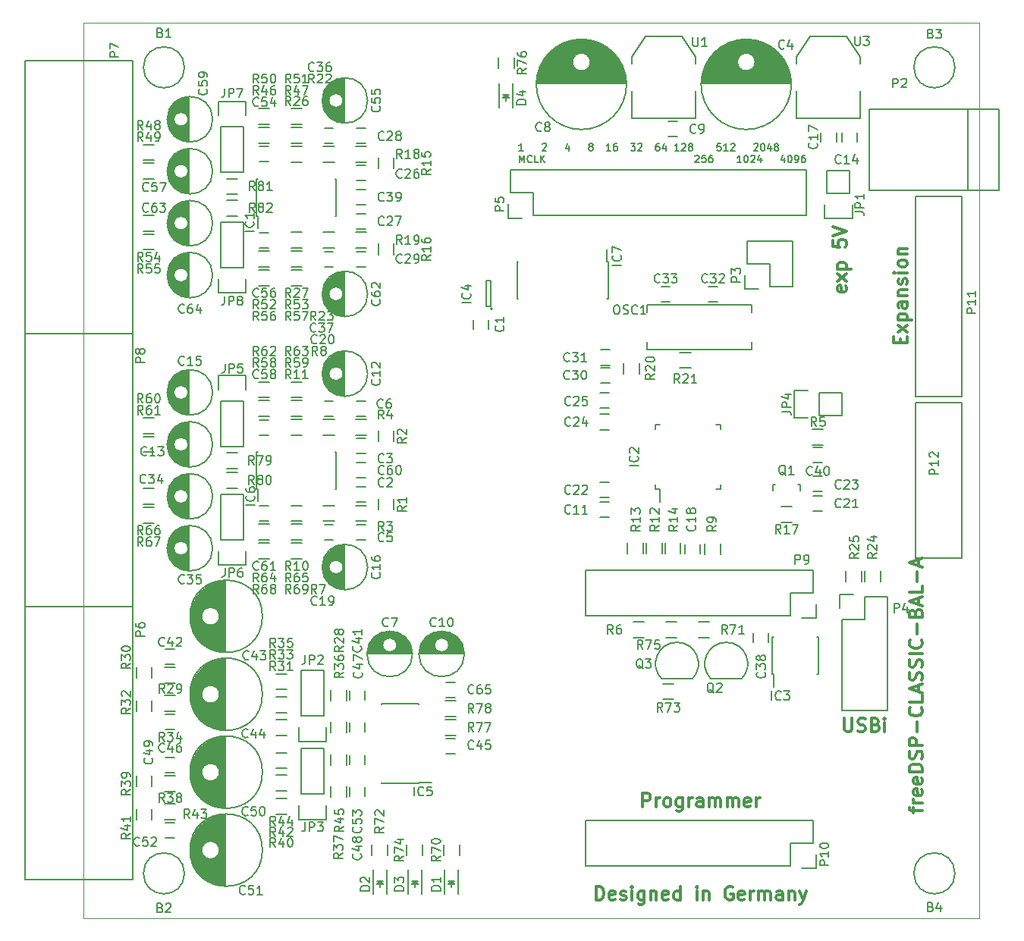
<source format=gbr>
G04 #@! TF.FileFunction,Legend,Top*
%FSLAX46Y46*%
G04 Gerber Fmt 4.6, Leading zero omitted, Abs format (unit mm)*
G04 Created by KiCad (PCBNEW 4.0.2-stable) date Sonntag, 29. Mai 2016 18:41:10*
%MOMM*%
G01*
G04 APERTURE LIST*
%ADD10C,0.100000*%
%ADD11C,0.300000*%
%ADD12C,0.200000*%
%ADD13C,0.150000*%
G04 APERTURE END LIST*
D10*
D11*
X157257143Y-147978571D02*
X157257143Y-146478571D01*
X157614286Y-146478571D01*
X157828571Y-146550000D01*
X157971429Y-146692857D01*
X158042857Y-146835714D01*
X158114286Y-147121429D01*
X158114286Y-147335714D01*
X158042857Y-147621429D01*
X157971429Y-147764286D01*
X157828571Y-147907143D01*
X157614286Y-147978571D01*
X157257143Y-147978571D01*
X159328571Y-147907143D02*
X159185714Y-147978571D01*
X158900000Y-147978571D01*
X158757143Y-147907143D01*
X158685714Y-147764286D01*
X158685714Y-147192857D01*
X158757143Y-147050000D01*
X158900000Y-146978571D01*
X159185714Y-146978571D01*
X159328571Y-147050000D01*
X159400000Y-147192857D01*
X159400000Y-147335714D01*
X158685714Y-147478571D01*
X159971428Y-147907143D02*
X160114285Y-147978571D01*
X160400000Y-147978571D01*
X160542857Y-147907143D01*
X160614285Y-147764286D01*
X160614285Y-147692857D01*
X160542857Y-147550000D01*
X160400000Y-147478571D01*
X160185714Y-147478571D01*
X160042857Y-147407143D01*
X159971428Y-147264286D01*
X159971428Y-147192857D01*
X160042857Y-147050000D01*
X160185714Y-146978571D01*
X160400000Y-146978571D01*
X160542857Y-147050000D01*
X161257143Y-147978571D02*
X161257143Y-146978571D01*
X161257143Y-146478571D02*
X161185714Y-146550000D01*
X161257143Y-146621429D01*
X161328571Y-146550000D01*
X161257143Y-146478571D01*
X161257143Y-146621429D01*
X162614286Y-146978571D02*
X162614286Y-148192857D01*
X162542857Y-148335714D01*
X162471429Y-148407143D01*
X162328572Y-148478571D01*
X162114286Y-148478571D01*
X161971429Y-148407143D01*
X162614286Y-147907143D02*
X162471429Y-147978571D01*
X162185715Y-147978571D01*
X162042857Y-147907143D01*
X161971429Y-147835714D01*
X161900000Y-147692857D01*
X161900000Y-147264286D01*
X161971429Y-147121429D01*
X162042857Y-147050000D01*
X162185715Y-146978571D01*
X162471429Y-146978571D01*
X162614286Y-147050000D01*
X163328572Y-146978571D02*
X163328572Y-147978571D01*
X163328572Y-147121429D02*
X163400000Y-147050000D01*
X163542858Y-146978571D01*
X163757143Y-146978571D01*
X163900000Y-147050000D01*
X163971429Y-147192857D01*
X163971429Y-147978571D01*
X165257143Y-147907143D02*
X165114286Y-147978571D01*
X164828572Y-147978571D01*
X164685715Y-147907143D01*
X164614286Y-147764286D01*
X164614286Y-147192857D01*
X164685715Y-147050000D01*
X164828572Y-146978571D01*
X165114286Y-146978571D01*
X165257143Y-147050000D01*
X165328572Y-147192857D01*
X165328572Y-147335714D01*
X164614286Y-147478571D01*
X166614286Y-147978571D02*
X166614286Y-146478571D01*
X166614286Y-147907143D02*
X166471429Y-147978571D01*
X166185715Y-147978571D01*
X166042857Y-147907143D01*
X165971429Y-147835714D01*
X165900000Y-147692857D01*
X165900000Y-147264286D01*
X165971429Y-147121429D01*
X166042857Y-147050000D01*
X166185715Y-146978571D01*
X166471429Y-146978571D01*
X166614286Y-147050000D01*
X168471429Y-147978571D02*
X168471429Y-146978571D01*
X168471429Y-146478571D02*
X168400000Y-146550000D01*
X168471429Y-146621429D01*
X168542857Y-146550000D01*
X168471429Y-146478571D01*
X168471429Y-146621429D01*
X169185715Y-146978571D02*
X169185715Y-147978571D01*
X169185715Y-147121429D02*
X169257143Y-147050000D01*
X169400001Y-146978571D01*
X169614286Y-146978571D01*
X169757143Y-147050000D01*
X169828572Y-147192857D01*
X169828572Y-147978571D01*
X172471429Y-146550000D02*
X172328572Y-146478571D01*
X172114286Y-146478571D01*
X171900001Y-146550000D01*
X171757143Y-146692857D01*
X171685715Y-146835714D01*
X171614286Y-147121429D01*
X171614286Y-147335714D01*
X171685715Y-147621429D01*
X171757143Y-147764286D01*
X171900001Y-147907143D01*
X172114286Y-147978571D01*
X172257143Y-147978571D01*
X172471429Y-147907143D01*
X172542858Y-147835714D01*
X172542858Y-147335714D01*
X172257143Y-147335714D01*
X173757143Y-147907143D02*
X173614286Y-147978571D01*
X173328572Y-147978571D01*
X173185715Y-147907143D01*
X173114286Y-147764286D01*
X173114286Y-147192857D01*
X173185715Y-147050000D01*
X173328572Y-146978571D01*
X173614286Y-146978571D01*
X173757143Y-147050000D01*
X173828572Y-147192857D01*
X173828572Y-147335714D01*
X173114286Y-147478571D01*
X174471429Y-147978571D02*
X174471429Y-146978571D01*
X174471429Y-147264286D02*
X174542857Y-147121429D01*
X174614286Y-147050000D01*
X174757143Y-146978571D01*
X174900000Y-146978571D01*
X175400000Y-147978571D02*
X175400000Y-146978571D01*
X175400000Y-147121429D02*
X175471428Y-147050000D01*
X175614286Y-146978571D01*
X175828571Y-146978571D01*
X175971428Y-147050000D01*
X176042857Y-147192857D01*
X176042857Y-147978571D01*
X176042857Y-147192857D02*
X176114286Y-147050000D01*
X176257143Y-146978571D01*
X176471428Y-146978571D01*
X176614286Y-147050000D01*
X176685714Y-147192857D01*
X176685714Y-147978571D01*
X178042857Y-147978571D02*
X178042857Y-147192857D01*
X177971428Y-147050000D01*
X177828571Y-146978571D01*
X177542857Y-146978571D01*
X177400000Y-147050000D01*
X178042857Y-147907143D02*
X177900000Y-147978571D01*
X177542857Y-147978571D01*
X177400000Y-147907143D01*
X177328571Y-147764286D01*
X177328571Y-147621429D01*
X177400000Y-147478571D01*
X177542857Y-147407143D01*
X177900000Y-147407143D01*
X178042857Y-147335714D01*
X178757143Y-146978571D02*
X178757143Y-147978571D01*
X178757143Y-147121429D02*
X178828571Y-147050000D01*
X178971429Y-146978571D01*
X179185714Y-146978571D01*
X179328571Y-147050000D01*
X179400000Y-147192857D01*
X179400000Y-147978571D01*
X179971429Y-146978571D02*
X180328572Y-147978571D01*
X180685714Y-146978571D02*
X180328572Y-147978571D01*
X180185714Y-148335714D01*
X180114286Y-148407143D01*
X179971429Y-148478571D01*
X192678571Y-138214285D02*
X192678571Y-137642856D01*
X193678571Y-137999999D02*
X192392857Y-137999999D01*
X192250000Y-137928571D01*
X192178571Y-137785713D01*
X192178571Y-137642856D01*
X193678571Y-137142856D02*
X192678571Y-137142856D01*
X192964286Y-137142856D02*
X192821429Y-137071428D01*
X192750000Y-136999999D01*
X192678571Y-136857142D01*
X192678571Y-136714285D01*
X193607143Y-135642857D02*
X193678571Y-135785714D01*
X193678571Y-136071428D01*
X193607143Y-136214285D01*
X193464286Y-136285714D01*
X192892857Y-136285714D01*
X192750000Y-136214285D01*
X192678571Y-136071428D01*
X192678571Y-135785714D01*
X192750000Y-135642857D01*
X192892857Y-135571428D01*
X193035714Y-135571428D01*
X193178571Y-136285714D01*
X193607143Y-134357143D02*
X193678571Y-134500000D01*
X193678571Y-134785714D01*
X193607143Y-134928571D01*
X193464286Y-135000000D01*
X192892857Y-135000000D01*
X192750000Y-134928571D01*
X192678571Y-134785714D01*
X192678571Y-134500000D01*
X192750000Y-134357143D01*
X192892857Y-134285714D01*
X193035714Y-134285714D01*
X193178571Y-135000000D01*
X193678571Y-133642857D02*
X192178571Y-133642857D01*
X192178571Y-133285714D01*
X192250000Y-133071429D01*
X192392857Y-132928571D01*
X192535714Y-132857143D01*
X192821429Y-132785714D01*
X193035714Y-132785714D01*
X193321429Y-132857143D01*
X193464286Y-132928571D01*
X193607143Y-133071429D01*
X193678571Y-133285714D01*
X193678571Y-133642857D01*
X193607143Y-132214286D02*
X193678571Y-132000000D01*
X193678571Y-131642857D01*
X193607143Y-131500000D01*
X193535714Y-131428571D01*
X193392857Y-131357143D01*
X193250000Y-131357143D01*
X193107143Y-131428571D01*
X193035714Y-131500000D01*
X192964286Y-131642857D01*
X192892857Y-131928571D01*
X192821429Y-132071429D01*
X192750000Y-132142857D01*
X192607143Y-132214286D01*
X192464286Y-132214286D01*
X192321429Y-132142857D01*
X192250000Y-132071429D01*
X192178571Y-131928571D01*
X192178571Y-131571429D01*
X192250000Y-131357143D01*
X193678571Y-130714286D02*
X192178571Y-130714286D01*
X192178571Y-130142858D01*
X192250000Y-130000000D01*
X192321429Y-129928572D01*
X192464286Y-129857143D01*
X192678571Y-129857143D01*
X192821429Y-129928572D01*
X192892857Y-130000000D01*
X192964286Y-130142858D01*
X192964286Y-130714286D01*
X193107143Y-129214286D02*
X193107143Y-128071429D01*
X193535714Y-126500000D02*
X193607143Y-126571429D01*
X193678571Y-126785715D01*
X193678571Y-126928572D01*
X193607143Y-127142857D01*
X193464286Y-127285715D01*
X193321429Y-127357143D01*
X193035714Y-127428572D01*
X192821429Y-127428572D01*
X192535714Y-127357143D01*
X192392857Y-127285715D01*
X192250000Y-127142857D01*
X192178571Y-126928572D01*
X192178571Y-126785715D01*
X192250000Y-126571429D01*
X192321429Y-126500000D01*
X193678571Y-125142857D02*
X193678571Y-125857143D01*
X192178571Y-125857143D01*
X193250000Y-124714286D02*
X193250000Y-124000000D01*
X193678571Y-124857143D02*
X192178571Y-124357143D01*
X193678571Y-123857143D01*
X193607143Y-123428572D02*
X193678571Y-123214286D01*
X193678571Y-122857143D01*
X193607143Y-122714286D01*
X193535714Y-122642857D01*
X193392857Y-122571429D01*
X193250000Y-122571429D01*
X193107143Y-122642857D01*
X193035714Y-122714286D01*
X192964286Y-122857143D01*
X192892857Y-123142857D01*
X192821429Y-123285715D01*
X192750000Y-123357143D01*
X192607143Y-123428572D01*
X192464286Y-123428572D01*
X192321429Y-123357143D01*
X192250000Y-123285715D01*
X192178571Y-123142857D01*
X192178571Y-122785715D01*
X192250000Y-122571429D01*
X193607143Y-122000001D02*
X193678571Y-121785715D01*
X193678571Y-121428572D01*
X193607143Y-121285715D01*
X193535714Y-121214286D01*
X193392857Y-121142858D01*
X193250000Y-121142858D01*
X193107143Y-121214286D01*
X193035714Y-121285715D01*
X192964286Y-121428572D01*
X192892857Y-121714286D01*
X192821429Y-121857144D01*
X192750000Y-121928572D01*
X192607143Y-122000001D01*
X192464286Y-122000001D01*
X192321429Y-121928572D01*
X192250000Y-121857144D01*
X192178571Y-121714286D01*
X192178571Y-121357144D01*
X192250000Y-121142858D01*
X193678571Y-120500001D02*
X192178571Y-120500001D01*
X193535714Y-118928572D02*
X193607143Y-119000001D01*
X193678571Y-119214287D01*
X193678571Y-119357144D01*
X193607143Y-119571429D01*
X193464286Y-119714287D01*
X193321429Y-119785715D01*
X193035714Y-119857144D01*
X192821429Y-119857144D01*
X192535714Y-119785715D01*
X192392857Y-119714287D01*
X192250000Y-119571429D01*
X192178571Y-119357144D01*
X192178571Y-119214287D01*
X192250000Y-119000001D01*
X192321429Y-118928572D01*
X193107143Y-118285715D02*
X193107143Y-117142858D01*
X192892857Y-115928572D02*
X192964286Y-115714286D01*
X193035714Y-115642858D01*
X193178571Y-115571429D01*
X193392857Y-115571429D01*
X193535714Y-115642858D01*
X193607143Y-115714286D01*
X193678571Y-115857144D01*
X193678571Y-116428572D01*
X192178571Y-116428572D01*
X192178571Y-115928572D01*
X192250000Y-115785715D01*
X192321429Y-115714286D01*
X192464286Y-115642858D01*
X192607143Y-115642858D01*
X192750000Y-115714286D01*
X192821429Y-115785715D01*
X192892857Y-115928572D01*
X192892857Y-116428572D01*
X193250000Y-115000001D02*
X193250000Y-114285715D01*
X193678571Y-115142858D02*
X192178571Y-114642858D01*
X193678571Y-114142858D01*
X193678571Y-112928572D02*
X193678571Y-113642858D01*
X192178571Y-113642858D01*
X193107143Y-112428572D02*
X193107143Y-111285715D01*
X193250000Y-110642858D02*
X193250000Y-109928572D01*
X193678571Y-110785715D02*
X192178571Y-110285715D01*
X193678571Y-109785715D01*
X162435715Y-137578571D02*
X162435715Y-136078571D01*
X163007143Y-136078571D01*
X163150001Y-136150000D01*
X163221429Y-136221429D01*
X163292858Y-136364286D01*
X163292858Y-136578571D01*
X163221429Y-136721429D01*
X163150001Y-136792857D01*
X163007143Y-136864286D01*
X162435715Y-136864286D01*
X163935715Y-137578571D02*
X163935715Y-136578571D01*
X163935715Y-136864286D02*
X164007143Y-136721429D01*
X164078572Y-136650000D01*
X164221429Y-136578571D01*
X164364286Y-136578571D01*
X165078572Y-137578571D02*
X164935714Y-137507143D01*
X164864286Y-137435714D01*
X164792857Y-137292857D01*
X164792857Y-136864286D01*
X164864286Y-136721429D01*
X164935714Y-136650000D01*
X165078572Y-136578571D01*
X165292857Y-136578571D01*
X165435714Y-136650000D01*
X165507143Y-136721429D01*
X165578572Y-136864286D01*
X165578572Y-137292857D01*
X165507143Y-137435714D01*
X165435714Y-137507143D01*
X165292857Y-137578571D01*
X165078572Y-137578571D01*
X166864286Y-136578571D02*
X166864286Y-137792857D01*
X166792857Y-137935714D01*
X166721429Y-138007143D01*
X166578572Y-138078571D01*
X166364286Y-138078571D01*
X166221429Y-138007143D01*
X166864286Y-137507143D02*
X166721429Y-137578571D01*
X166435715Y-137578571D01*
X166292857Y-137507143D01*
X166221429Y-137435714D01*
X166150000Y-137292857D01*
X166150000Y-136864286D01*
X166221429Y-136721429D01*
X166292857Y-136650000D01*
X166435715Y-136578571D01*
X166721429Y-136578571D01*
X166864286Y-136650000D01*
X167578572Y-137578571D02*
X167578572Y-136578571D01*
X167578572Y-136864286D02*
X167650000Y-136721429D01*
X167721429Y-136650000D01*
X167864286Y-136578571D01*
X168007143Y-136578571D01*
X169150000Y-137578571D02*
X169150000Y-136792857D01*
X169078571Y-136650000D01*
X168935714Y-136578571D01*
X168650000Y-136578571D01*
X168507143Y-136650000D01*
X169150000Y-137507143D02*
X169007143Y-137578571D01*
X168650000Y-137578571D01*
X168507143Y-137507143D01*
X168435714Y-137364286D01*
X168435714Y-137221429D01*
X168507143Y-137078571D01*
X168650000Y-137007143D01*
X169007143Y-137007143D01*
X169150000Y-136935714D01*
X169864286Y-137578571D02*
X169864286Y-136578571D01*
X169864286Y-136721429D02*
X169935714Y-136650000D01*
X170078572Y-136578571D01*
X170292857Y-136578571D01*
X170435714Y-136650000D01*
X170507143Y-136792857D01*
X170507143Y-137578571D01*
X170507143Y-136792857D02*
X170578572Y-136650000D01*
X170721429Y-136578571D01*
X170935714Y-136578571D01*
X171078572Y-136650000D01*
X171150000Y-136792857D01*
X171150000Y-137578571D01*
X171864286Y-137578571D02*
X171864286Y-136578571D01*
X171864286Y-136721429D02*
X171935714Y-136650000D01*
X172078572Y-136578571D01*
X172292857Y-136578571D01*
X172435714Y-136650000D01*
X172507143Y-136792857D01*
X172507143Y-137578571D01*
X172507143Y-136792857D02*
X172578572Y-136650000D01*
X172721429Y-136578571D01*
X172935714Y-136578571D01*
X173078572Y-136650000D01*
X173150000Y-136792857D01*
X173150000Y-137578571D01*
X174435714Y-137507143D02*
X174292857Y-137578571D01*
X174007143Y-137578571D01*
X173864286Y-137507143D01*
X173792857Y-137364286D01*
X173792857Y-136792857D01*
X173864286Y-136650000D01*
X174007143Y-136578571D01*
X174292857Y-136578571D01*
X174435714Y-136650000D01*
X174507143Y-136792857D01*
X174507143Y-136935714D01*
X173792857Y-137078571D01*
X175150000Y-137578571D02*
X175150000Y-136578571D01*
X175150000Y-136864286D02*
X175221428Y-136721429D01*
X175292857Y-136650000D01*
X175435714Y-136578571D01*
X175578571Y-136578571D01*
D10*
X200000000Y-150000000D02*
X200000000Y-50000000D01*
X100000000Y-150000000D02*
X200000000Y-150000000D01*
X100000000Y-50000000D02*
X200000000Y-50000000D01*
X100000000Y-150000000D02*
X100000000Y-50000000D01*
D11*
X185107143Y-79428571D02*
X185178571Y-79571428D01*
X185178571Y-79857142D01*
X185107143Y-79999999D01*
X184964286Y-80071428D01*
X184392857Y-80071428D01*
X184250000Y-79999999D01*
X184178571Y-79857142D01*
X184178571Y-79571428D01*
X184250000Y-79428571D01*
X184392857Y-79357142D01*
X184535714Y-79357142D01*
X184678571Y-80071428D01*
X185178571Y-78857142D02*
X184178571Y-78071428D01*
X184178571Y-78857142D02*
X185178571Y-78071428D01*
X184178571Y-77499999D02*
X185678571Y-77499999D01*
X184250000Y-77499999D02*
X184178571Y-77357142D01*
X184178571Y-77071428D01*
X184250000Y-76928571D01*
X184321429Y-76857142D01*
X184464286Y-76785713D01*
X184892857Y-76785713D01*
X185035714Y-76857142D01*
X185107143Y-76928571D01*
X185178571Y-77071428D01*
X185178571Y-77357142D01*
X185107143Y-77499999D01*
X183678571Y-74285713D02*
X183678571Y-74999999D01*
X184392857Y-75071428D01*
X184321429Y-74999999D01*
X184250000Y-74857142D01*
X184250000Y-74499999D01*
X184321429Y-74357142D01*
X184392857Y-74285713D01*
X184535714Y-74214285D01*
X184892857Y-74214285D01*
X185035714Y-74285713D01*
X185107143Y-74357142D01*
X185178571Y-74499999D01*
X185178571Y-74857142D01*
X185107143Y-74999999D01*
X185035714Y-75071428D01*
X183678571Y-73785714D02*
X185178571Y-73285714D01*
X183678571Y-72785714D01*
X184950000Y-127678571D02*
X184950000Y-128892857D01*
X185021428Y-129035714D01*
X185092857Y-129107143D01*
X185235714Y-129178571D01*
X185521428Y-129178571D01*
X185664286Y-129107143D01*
X185735714Y-129035714D01*
X185807143Y-128892857D01*
X185807143Y-127678571D01*
X186450000Y-129107143D02*
X186664286Y-129178571D01*
X187021429Y-129178571D01*
X187164286Y-129107143D01*
X187235715Y-129035714D01*
X187307143Y-128892857D01*
X187307143Y-128750000D01*
X187235715Y-128607143D01*
X187164286Y-128535714D01*
X187021429Y-128464286D01*
X186735715Y-128392857D01*
X186592857Y-128321429D01*
X186521429Y-128250000D01*
X186450000Y-128107143D01*
X186450000Y-127964286D01*
X186521429Y-127821429D01*
X186592857Y-127750000D01*
X186735715Y-127678571D01*
X187092857Y-127678571D01*
X187307143Y-127750000D01*
X188450000Y-128392857D02*
X188664286Y-128464286D01*
X188735714Y-128535714D01*
X188807143Y-128678571D01*
X188807143Y-128892857D01*
X188735714Y-129035714D01*
X188664286Y-129107143D01*
X188521428Y-129178571D01*
X187950000Y-129178571D01*
X187950000Y-127678571D01*
X188450000Y-127678571D01*
X188592857Y-127750000D01*
X188664286Y-127821429D01*
X188735714Y-127964286D01*
X188735714Y-128107143D01*
X188664286Y-128250000D01*
X188592857Y-128321429D01*
X188450000Y-128392857D01*
X187950000Y-128392857D01*
X189450000Y-129178571D02*
X189450000Y-128178571D01*
X189450000Y-127678571D02*
X189378571Y-127750000D01*
X189450000Y-127821429D01*
X189521428Y-127750000D01*
X189450000Y-127678571D01*
X189450000Y-127821429D01*
X191192857Y-85785715D02*
X191192857Y-85285715D01*
X191978571Y-85071429D02*
X191978571Y-85785715D01*
X190478571Y-85785715D01*
X190478571Y-85071429D01*
X191978571Y-84571429D02*
X190978571Y-83785715D01*
X190978571Y-84571429D02*
X191978571Y-83785715D01*
X190978571Y-83214286D02*
X192478571Y-83214286D01*
X191050000Y-83214286D02*
X190978571Y-83071429D01*
X190978571Y-82785715D01*
X191050000Y-82642858D01*
X191121429Y-82571429D01*
X191264286Y-82500000D01*
X191692857Y-82500000D01*
X191835714Y-82571429D01*
X191907143Y-82642858D01*
X191978571Y-82785715D01*
X191978571Y-83071429D01*
X191907143Y-83214286D01*
X191978571Y-81214286D02*
X191192857Y-81214286D01*
X191050000Y-81285715D01*
X190978571Y-81428572D01*
X190978571Y-81714286D01*
X191050000Y-81857143D01*
X191907143Y-81214286D02*
X191978571Y-81357143D01*
X191978571Y-81714286D01*
X191907143Y-81857143D01*
X191764286Y-81928572D01*
X191621429Y-81928572D01*
X191478571Y-81857143D01*
X191407143Y-81714286D01*
X191407143Y-81357143D01*
X191335714Y-81214286D01*
X190978571Y-80500000D02*
X191978571Y-80500000D01*
X191121429Y-80500000D02*
X191050000Y-80428572D01*
X190978571Y-80285714D01*
X190978571Y-80071429D01*
X191050000Y-79928572D01*
X191192857Y-79857143D01*
X191978571Y-79857143D01*
X191907143Y-79214286D02*
X191978571Y-79071429D01*
X191978571Y-78785714D01*
X191907143Y-78642857D01*
X191764286Y-78571429D01*
X191692857Y-78571429D01*
X191550000Y-78642857D01*
X191478571Y-78785714D01*
X191478571Y-79000000D01*
X191407143Y-79142857D01*
X191264286Y-79214286D01*
X191192857Y-79214286D01*
X191050000Y-79142857D01*
X190978571Y-79000000D01*
X190978571Y-78785714D01*
X191050000Y-78642857D01*
X191978571Y-77928571D02*
X190978571Y-77928571D01*
X190478571Y-77928571D02*
X190550000Y-78000000D01*
X190621429Y-77928571D01*
X190550000Y-77857143D01*
X190478571Y-77928571D01*
X190621429Y-77928571D01*
X191978571Y-76999999D02*
X191907143Y-77142857D01*
X191835714Y-77214285D01*
X191692857Y-77285714D01*
X191264286Y-77285714D01*
X191121429Y-77214285D01*
X191050000Y-77142857D01*
X190978571Y-76999999D01*
X190978571Y-76785714D01*
X191050000Y-76642857D01*
X191121429Y-76571428D01*
X191264286Y-76499999D01*
X191692857Y-76499999D01*
X191835714Y-76571428D01*
X191907143Y-76642857D01*
X191978571Y-76785714D01*
X191978571Y-76999999D01*
X190978571Y-75857142D02*
X191978571Y-75857142D01*
X191121429Y-75857142D02*
X191050000Y-75785714D01*
X190978571Y-75642856D01*
X190978571Y-75428571D01*
X191050000Y-75285714D01*
X191192857Y-75214285D01*
X191978571Y-75214285D01*
D12*
X149109524Y-64301905D02*
X148652381Y-64301905D01*
X148880952Y-64301905D02*
X148880952Y-63501905D01*
X148804762Y-63616190D01*
X148728571Y-63692381D01*
X148652381Y-63730476D01*
X151242858Y-63578095D02*
X151280953Y-63540000D01*
X151357144Y-63501905D01*
X151547620Y-63501905D01*
X151623810Y-63540000D01*
X151661906Y-63578095D01*
X151700001Y-63654286D01*
X151700001Y-63730476D01*
X151661906Y-63844762D01*
X151204763Y-64301905D01*
X151700001Y-64301905D01*
X154214287Y-63768571D02*
X154214287Y-64301905D01*
X154023811Y-63463810D02*
X153833335Y-64035238D01*
X154328573Y-64035238D01*
X156576193Y-63844762D02*
X156500002Y-63806667D01*
X156461907Y-63768571D01*
X156423812Y-63692381D01*
X156423812Y-63654286D01*
X156461907Y-63578095D01*
X156500002Y-63540000D01*
X156576193Y-63501905D01*
X156728574Y-63501905D01*
X156804764Y-63540000D01*
X156842860Y-63578095D01*
X156880955Y-63654286D01*
X156880955Y-63692381D01*
X156842860Y-63768571D01*
X156804764Y-63806667D01*
X156728574Y-63844762D01*
X156576193Y-63844762D01*
X156500002Y-63882857D01*
X156461907Y-63920952D01*
X156423812Y-63997143D01*
X156423812Y-64149524D01*
X156461907Y-64225714D01*
X156500002Y-64263810D01*
X156576193Y-64301905D01*
X156728574Y-64301905D01*
X156804764Y-64263810D01*
X156842860Y-64225714D01*
X156880955Y-64149524D01*
X156880955Y-63997143D01*
X156842860Y-63920952D01*
X156804764Y-63882857D01*
X156728574Y-63844762D01*
X158861908Y-64301905D02*
X158404765Y-64301905D01*
X158633336Y-64301905D02*
X158633336Y-63501905D01*
X158557146Y-63616190D01*
X158480955Y-63692381D01*
X158404765Y-63730476D01*
X159547622Y-63501905D02*
X159395241Y-63501905D01*
X159319051Y-63540000D01*
X159280956Y-63578095D01*
X159204765Y-63692381D01*
X159166670Y-63844762D01*
X159166670Y-64149524D01*
X159204765Y-64225714D01*
X159242860Y-64263810D01*
X159319051Y-64301905D01*
X159471432Y-64301905D01*
X159547622Y-64263810D01*
X159585718Y-64225714D01*
X159623813Y-64149524D01*
X159623813Y-63959048D01*
X159585718Y-63882857D01*
X159547622Y-63844762D01*
X159471432Y-63806667D01*
X159319051Y-63806667D01*
X159242860Y-63844762D01*
X159204765Y-63882857D01*
X159166670Y-63959048D01*
X161109528Y-63501905D02*
X161604766Y-63501905D01*
X161338099Y-63806667D01*
X161452385Y-63806667D01*
X161528575Y-63844762D01*
X161566671Y-63882857D01*
X161604766Y-63959048D01*
X161604766Y-64149524D01*
X161566671Y-64225714D01*
X161528575Y-64263810D01*
X161452385Y-64301905D01*
X161223813Y-64301905D01*
X161147623Y-64263810D01*
X161109528Y-64225714D01*
X161909528Y-63578095D02*
X161947623Y-63540000D01*
X162023814Y-63501905D01*
X162214290Y-63501905D01*
X162290480Y-63540000D01*
X162328576Y-63578095D01*
X162366671Y-63654286D01*
X162366671Y-63730476D01*
X162328576Y-63844762D01*
X161871433Y-64301905D01*
X162366671Y-64301905D01*
X164271433Y-63501905D02*
X164119052Y-63501905D01*
X164042862Y-63540000D01*
X164004767Y-63578095D01*
X163928576Y-63692381D01*
X163890481Y-63844762D01*
X163890481Y-64149524D01*
X163928576Y-64225714D01*
X163966671Y-64263810D01*
X164042862Y-64301905D01*
X164195243Y-64301905D01*
X164271433Y-64263810D01*
X164309529Y-64225714D01*
X164347624Y-64149524D01*
X164347624Y-63959048D01*
X164309529Y-63882857D01*
X164271433Y-63844762D01*
X164195243Y-63806667D01*
X164042862Y-63806667D01*
X163966671Y-63844762D01*
X163928576Y-63882857D01*
X163890481Y-63959048D01*
X165033338Y-63768571D02*
X165033338Y-64301905D01*
X164842862Y-63463810D02*
X164652386Y-64035238D01*
X165147624Y-64035238D01*
X166480958Y-64301905D02*
X166023815Y-64301905D01*
X166252386Y-64301905D02*
X166252386Y-63501905D01*
X166176196Y-63616190D01*
X166100005Y-63692381D01*
X166023815Y-63730476D01*
X166785720Y-63578095D02*
X166823815Y-63540000D01*
X166900006Y-63501905D01*
X167090482Y-63501905D01*
X167166672Y-63540000D01*
X167204768Y-63578095D01*
X167242863Y-63654286D01*
X167242863Y-63730476D01*
X167204768Y-63844762D01*
X166747625Y-64301905D01*
X167242863Y-64301905D01*
X167700006Y-63844762D02*
X167623815Y-63806667D01*
X167585720Y-63768571D01*
X167547625Y-63692381D01*
X167547625Y-63654286D01*
X167585720Y-63578095D01*
X167623815Y-63540000D01*
X167700006Y-63501905D01*
X167852387Y-63501905D01*
X167928577Y-63540000D01*
X167966673Y-63578095D01*
X168004768Y-63654286D01*
X168004768Y-63692381D01*
X167966673Y-63768571D01*
X167928577Y-63806667D01*
X167852387Y-63844762D01*
X167700006Y-63844762D01*
X167623815Y-63882857D01*
X167585720Y-63920952D01*
X167547625Y-63997143D01*
X167547625Y-64149524D01*
X167585720Y-64225714D01*
X167623815Y-64263810D01*
X167700006Y-64301905D01*
X167852387Y-64301905D01*
X167928577Y-64263810D01*
X167966673Y-64225714D01*
X168004768Y-64149524D01*
X168004768Y-63997143D01*
X167966673Y-63920952D01*
X167928577Y-63882857D01*
X167852387Y-63844762D01*
X171166674Y-63501905D02*
X170785721Y-63501905D01*
X170747626Y-63882857D01*
X170785721Y-63844762D01*
X170861912Y-63806667D01*
X171052388Y-63806667D01*
X171128578Y-63844762D01*
X171166674Y-63882857D01*
X171204769Y-63959048D01*
X171204769Y-64149524D01*
X171166674Y-64225714D01*
X171128578Y-64263810D01*
X171052388Y-64301905D01*
X170861912Y-64301905D01*
X170785721Y-64263810D01*
X170747626Y-64225714D01*
X171966674Y-64301905D02*
X171509531Y-64301905D01*
X171738102Y-64301905D02*
X171738102Y-63501905D01*
X171661912Y-63616190D01*
X171585721Y-63692381D01*
X171509531Y-63730476D01*
X172271436Y-63578095D02*
X172309531Y-63540000D01*
X172385722Y-63501905D01*
X172576198Y-63501905D01*
X172652388Y-63540000D01*
X172690484Y-63578095D01*
X172728579Y-63654286D01*
X172728579Y-63730476D01*
X172690484Y-63844762D01*
X172233341Y-64301905D01*
X172728579Y-64301905D01*
X174861913Y-63578095D02*
X174900008Y-63540000D01*
X174976199Y-63501905D01*
X175166675Y-63501905D01*
X175242865Y-63540000D01*
X175280961Y-63578095D01*
X175319056Y-63654286D01*
X175319056Y-63730476D01*
X175280961Y-63844762D01*
X174823818Y-64301905D01*
X175319056Y-64301905D01*
X175814294Y-63501905D02*
X175890485Y-63501905D01*
X175966675Y-63540000D01*
X176004770Y-63578095D01*
X176042866Y-63654286D01*
X176080961Y-63806667D01*
X176080961Y-63997143D01*
X176042866Y-64149524D01*
X176004770Y-64225714D01*
X175966675Y-64263810D01*
X175890485Y-64301905D01*
X175814294Y-64301905D01*
X175738104Y-64263810D01*
X175700008Y-64225714D01*
X175661913Y-64149524D01*
X175623818Y-63997143D01*
X175623818Y-63806667D01*
X175661913Y-63654286D01*
X175700008Y-63578095D01*
X175738104Y-63540000D01*
X175814294Y-63501905D01*
X176766675Y-63768571D02*
X176766675Y-64301905D01*
X176576199Y-63463810D02*
X176385723Y-64035238D01*
X176880961Y-64035238D01*
X177300009Y-63844762D02*
X177223818Y-63806667D01*
X177185723Y-63768571D01*
X177147628Y-63692381D01*
X177147628Y-63654286D01*
X177185723Y-63578095D01*
X177223818Y-63540000D01*
X177300009Y-63501905D01*
X177452390Y-63501905D01*
X177528580Y-63540000D01*
X177566676Y-63578095D01*
X177604771Y-63654286D01*
X177604771Y-63692381D01*
X177566676Y-63768571D01*
X177528580Y-63806667D01*
X177452390Y-63844762D01*
X177300009Y-63844762D01*
X177223818Y-63882857D01*
X177185723Y-63920952D01*
X177147628Y-63997143D01*
X177147628Y-64149524D01*
X177185723Y-64225714D01*
X177223818Y-64263810D01*
X177300009Y-64301905D01*
X177452390Y-64301905D01*
X177528580Y-64263810D01*
X177566676Y-64225714D01*
X177604771Y-64149524D01*
X177604771Y-63997143D01*
X177566676Y-63920952D01*
X177528580Y-63882857D01*
X177452390Y-63844762D01*
X148690476Y-65621905D02*
X148690476Y-64821905D01*
X148957143Y-65393333D01*
X149223810Y-64821905D01*
X149223810Y-65621905D01*
X150061905Y-65545714D02*
X150023810Y-65583810D01*
X149909524Y-65621905D01*
X149833334Y-65621905D01*
X149719048Y-65583810D01*
X149642857Y-65507619D01*
X149604762Y-65431429D01*
X149566667Y-65279048D01*
X149566667Y-65164762D01*
X149604762Y-65012381D01*
X149642857Y-64936190D01*
X149719048Y-64860000D01*
X149833334Y-64821905D01*
X149909524Y-64821905D01*
X150023810Y-64860000D01*
X150061905Y-64898095D01*
X150785715Y-65621905D02*
X150404762Y-65621905D01*
X150404762Y-64821905D01*
X151052381Y-65621905D02*
X151052381Y-64821905D01*
X151509524Y-65621905D02*
X151166667Y-65164762D01*
X151509524Y-64821905D02*
X151052381Y-65279048D01*
X168271434Y-64898095D02*
X168309529Y-64860000D01*
X168385720Y-64821905D01*
X168576196Y-64821905D01*
X168652386Y-64860000D01*
X168690482Y-64898095D01*
X168728577Y-64974286D01*
X168728577Y-65050476D01*
X168690482Y-65164762D01*
X168233339Y-65621905D01*
X168728577Y-65621905D01*
X169452387Y-64821905D02*
X169071434Y-64821905D01*
X169033339Y-65202857D01*
X169071434Y-65164762D01*
X169147625Y-65126667D01*
X169338101Y-65126667D01*
X169414291Y-65164762D01*
X169452387Y-65202857D01*
X169490482Y-65279048D01*
X169490482Y-65469524D01*
X169452387Y-65545714D01*
X169414291Y-65583810D01*
X169338101Y-65621905D01*
X169147625Y-65621905D01*
X169071434Y-65583810D01*
X169033339Y-65545714D01*
X170176196Y-64821905D02*
X170023815Y-64821905D01*
X169947625Y-64860000D01*
X169909530Y-64898095D01*
X169833339Y-65012381D01*
X169795244Y-65164762D01*
X169795244Y-65469524D01*
X169833339Y-65545714D01*
X169871434Y-65583810D01*
X169947625Y-65621905D01*
X170100006Y-65621905D01*
X170176196Y-65583810D01*
X170214292Y-65545714D01*
X170252387Y-65469524D01*
X170252387Y-65279048D01*
X170214292Y-65202857D01*
X170176196Y-65164762D01*
X170100006Y-65126667D01*
X169947625Y-65126667D01*
X169871434Y-65164762D01*
X169833339Y-65202857D01*
X169795244Y-65279048D01*
X173452388Y-65621905D02*
X172995245Y-65621905D01*
X173223816Y-65621905D02*
X173223816Y-64821905D01*
X173147626Y-64936190D01*
X173071435Y-65012381D01*
X172995245Y-65050476D01*
X173947626Y-64821905D02*
X174023817Y-64821905D01*
X174100007Y-64860000D01*
X174138102Y-64898095D01*
X174176198Y-64974286D01*
X174214293Y-65126667D01*
X174214293Y-65317143D01*
X174176198Y-65469524D01*
X174138102Y-65545714D01*
X174100007Y-65583810D01*
X174023817Y-65621905D01*
X173947626Y-65621905D01*
X173871436Y-65583810D01*
X173833340Y-65545714D01*
X173795245Y-65469524D01*
X173757150Y-65317143D01*
X173757150Y-65126667D01*
X173795245Y-64974286D01*
X173833340Y-64898095D01*
X173871436Y-64860000D01*
X173947626Y-64821905D01*
X174519055Y-64898095D02*
X174557150Y-64860000D01*
X174633341Y-64821905D01*
X174823817Y-64821905D01*
X174900007Y-64860000D01*
X174938103Y-64898095D01*
X174976198Y-64974286D01*
X174976198Y-65050476D01*
X174938103Y-65164762D01*
X174480960Y-65621905D01*
X174976198Y-65621905D01*
X175661912Y-65088571D02*
X175661912Y-65621905D01*
X175471436Y-64783810D02*
X175280960Y-65355238D01*
X175776198Y-65355238D01*
X178252389Y-65088571D02*
X178252389Y-65621905D01*
X178061913Y-64783810D02*
X177871437Y-65355238D01*
X178366675Y-65355238D01*
X178823818Y-64821905D02*
X178900009Y-64821905D01*
X178976199Y-64860000D01*
X179014294Y-64898095D01*
X179052390Y-64974286D01*
X179090485Y-65126667D01*
X179090485Y-65317143D01*
X179052390Y-65469524D01*
X179014294Y-65545714D01*
X178976199Y-65583810D01*
X178900009Y-65621905D01*
X178823818Y-65621905D01*
X178747628Y-65583810D01*
X178709532Y-65545714D01*
X178671437Y-65469524D01*
X178633342Y-65317143D01*
X178633342Y-65126667D01*
X178671437Y-64974286D01*
X178709532Y-64898095D01*
X178747628Y-64860000D01*
X178823818Y-64821905D01*
X179471437Y-65621905D02*
X179623818Y-65621905D01*
X179700009Y-65583810D01*
X179738104Y-65545714D01*
X179814295Y-65431429D01*
X179852390Y-65279048D01*
X179852390Y-64974286D01*
X179814295Y-64898095D01*
X179776199Y-64860000D01*
X179700009Y-64821905D01*
X179547628Y-64821905D01*
X179471437Y-64860000D01*
X179433342Y-64898095D01*
X179395247Y-64974286D01*
X179395247Y-65164762D01*
X179433342Y-65240952D01*
X179471437Y-65279048D01*
X179547628Y-65317143D01*
X179700009Y-65317143D01*
X179776199Y-65279048D01*
X179814295Y-65240952D01*
X179852390Y-65164762D01*
X180538104Y-64821905D02*
X180385723Y-64821905D01*
X180309533Y-64860000D01*
X180271438Y-64898095D01*
X180195247Y-65012381D01*
X180157152Y-65164762D01*
X180157152Y-65469524D01*
X180195247Y-65545714D01*
X180233342Y-65583810D01*
X180309533Y-65621905D01*
X180461914Y-65621905D01*
X180538104Y-65583810D01*
X180576200Y-65545714D01*
X180614295Y-65469524D01*
X180614295Y-65279048D01*
X180576200Y-65202857D01*
X180538104Y-65164762D01*
X180461914Y-65126667D01*
X180309533Y-65126667D01*
X180233342Y-65164762D01*
X180195247Y-65202857D01*
X180157152Y-65279048D01*
D13*
X181400000Y-95425000D02*
X182600000Y-95425000D01*
X182600000Y-97175000D02*
X181400000Y-97175000D01*
X192900000Y-69400000D02*
X198100000Y-69400000D01*
X192900000Y-91800000D02*
X192900000Y-69400000D01*
X198100000Y-91800000D02*
X192900000Y-91800000D01*
X198100000Y-69400000D02*
X198100000Y-91800000D01*
X147696000Y-66475732D02*
X180716000Y-66475732D01*
X150236000Y-71555732D02*
X180716000Y-71555732D01*
X180716000Y-66475732D02*
X180716000Y-71555732D01*
X147696000Y-66475732D02*
X147696000Y-69015732D01*
X147416000Y-70285732D02*
X147416000Y-71835732D01*
X147696000Y-69015732D02*
X150236000Y-69015732D01*
X150236000Y-69015732D02*
X150236000Y-71555732D01*
X147416000Y-71835732D02*
X148966000Y-71835732D01*
X163875000Y-102125000D02*
X164400000Y-102125000D01*
X163875000Y-94875000D02*
X164400000Y-94875000D01*
X171125000Y-94875000D02*
X170600000Y-94875000D01*
X171125000Y-102125000D02*
X170600000Y-102125000D01*
X163875000Y-102125000D02*
X163875000Y-101600000D01*
X171125000Y-102125000D02*
X171125000Y-101600000D01*
X171125000Y-94875000D02*
X171125000Y-95400000D01*
X163875000Y-94875000D02*
X163875000Y-95400000D01*
X164400000Y-102125000D02*
X164400000Y-103500000D01*
X175360000Y-79750000D02*
X173810000Y-79750000D01*
X173810000Y-78200000D02*
X173810000Y-79750000D01*
X176630000Y-79470000D02*
X176630000Y-76930000D01*
X176630000Y-76930000D02*
X174090000Y-76930000D01*
X174090000Y-76930000D02*
X174090000Y-74390000D01*
X174090000Y-74390000D02*
X179170000Y-74390000D01*
X179170000Y-74390000D02*
X179170000Y-79470000D01*
X179170000Y-79470000D02*
X176630000Y-79470000D01*
X189770000Y-114150000D02*
X189770000Y-126850000D01*
X189770000Y-126850000D02*
X184690000Y-126850000D01*
X184690000Y-126850000D02*
X184690000Y-116690000D01*
X189770000Y-114150000D02*
X187230000Y-114150000D01*
X185960000Y-113870000D02*
X184410000Y-113870000D01*
X187230000Y-114150000D02*
X187230000Y-116690000D01*
X187230000Y-116690000D02*
X184690000Y-116690000D01*
X184410000Y-113870000D02*
X184410000Y-115420000D01*
X179799160Y-101596200D02*
X179750900Y-101596200D01*
X177000180Y-102297240D02*
X177000180Y-101596200D01*
X177000180Y-101596200D02*
X177249100Y-101596200D01*
X179799160Y-101596200D02*
X179999820Y-101596200D01*
X179999820Y-101596200D02*
X179999820Y-102297240D01*
X176925000Y-122775000D02*
X177070000Y-122775000D01*
X176925000Y-118625000D02*
X177070000Y-118625000D01*
X182075000Y-118625000D02*
X181930000Y-118625000D01*
X182075000Y-122775000D02*
X181930000Y-122775000D01*
X176925000Y-122775000D02*
X176925000Y-118625000D01*
X182075000Y-122775000D02*
X182075000Y-118625000D01*
X177070000Y-122775000D02*
X177070000Y-124175000D01*
X119350000Y-71575000D02*
X119465000Y-71575000D01*
X119350000Y-67425000D02*
X119465000Y-67425000D01*
X128250000Y-67425000D02*
X128135000Y-67425000D01*
X128250000Y-71575000D02*
X128135000Y-71575000D01*
X119350000Y-71575000D02*
X119350000Y-67425000D01*
X128250000Y-71575000D02*
X128250000Y-67425000D01*
X119465000Y-71575000D02*
X119465000Y-72950000D01*
X161244000Y-57624000D02*
X161244000Y-60672000D01*
X161244000Y-60672000D02*
X168356000Y-60672000D01*
X168356000Y-60672000D02*
X168356000Y-57624000D01*
X161244000Y-54576000D02*
X161244000Y-53814000D01*
X161244000Y-53814000D02*
X162768000Y-51528000D01*
X162768000Y-51528000D02*
X166832000Y-51528000D01*
X166832000Y-51528000D02*
X168356000Y-53814000D01*
X168356000Y-53814000D02*
X168356000Y-54576000D01*
X183030000Y-69030000D02*
X183030000Y-66490000D01*
X182750000Y-71850000D02*
X182750000Y-70300000D01*
X183030000Y-69030000D02*
X185570000Y-69030000D01*
X185850000Y-70300000D02*
X185850000Y-71850000D01*
X185850000Y-71850000D02*
X182750000Y-71850000D01*
X185570000Y-69030000D02*
X185570000Y-66490000D01*
X185570000Y-66490000D02*
X183030000Y-66490000D01*
X179644000Y-57624000D02*
X179644000Y-60672000D01*
X179644000Y-60672000D02*
X186756000Y-60672000D01*
X186756000Y-60672000D02*
X186756000Y-57624000D01*
X179644000Y-54576000D02*
X179644000Y-53814000D01*
X179644000Y-53814000D02*
X181168000Y-51528000D01*
X181168000Y-51528000D02*
X185232000Y-51528000D01*
X185232000Y-51528000D02*
X186756000Y-53814000D01*
X186756000Y-53814000D02*
X186756000Y-54576000D01*
X145650000Y-81950000D02*
G75*
G03X145650000Y-81950000I-100000J0D01*
G01*
X145000000Y-81700000D02*
X145500000Y-81700000D01*
X145000000Y-78800000D02*
X145000000Y-81700000D01*
X145500000Y-78800000D02*
X145000000Y-78800000D01*
X145500000Y-81700000D02*
X145500000Y-78800000D01*
X115875000Y-120299000D02*
X115875000Y-112301000D01*
X115735000Y-120294000D02*
X115735000Y-112306000D01*
X115595000Y-120284000D02*
X115595000Y-112316000D01*
X115455000Y-120269000D02*
X115455000Y-112331000D01*
X115315000Y-120249000D02*
X115315000Y-112351000D01*
X115175000Y-120224000D02*
X115175000Y-116522000D01*
X115175000Y-116078000D02*
X115175000Y-112376000D01*
X115035000Y-120194000D02*
X115035000Y-116850000D01*
X115035000Y-115750000D02*
X115035000Y-112406000D01*
X114895000Y-120158000D02*
X114895000Y-117019000D01*
X114895000Y-115581000D02*
X114895000Y-112442000D01*
X114755000Y-120117000D02*
X114755000Y-117132000D01*
X114755000Y-115468000D02*
X114755000Y-112483000D01*
X114615000Y-120071000D02*
X114615000Y-117210000D01*
X114615000Y-115390000D02*
X114615000Y-112529000D01*
X114475000Y-120018000D02*
X114475000Y-117261000D01*
X114475000Y-115339000D02*
X114475000Y-112582000D01*
X114335000Y-119959000D02*
X114335000Y-117291000D01*
X114335000Y-115309000D02*
X114335000Y-112641000D01*
X114195000Y-119894000D02*
X114195000Y-117300000D01*
X114195000Y-115300000D02*
X114195000Y-112706000D01*
X114055000Y-119823000D02*
X114055000Y-117289000D01*
X114055000Y-115311000D02*
X114055000Y-112777000D01*
X113915000Y-119744000D02*
X113915000Y-117259000D01*
X113915000Y-115341000D02*
X113915000Y-112856000D01*
X113775000Y-119657000D02*
X113775000Y-117205000D01*
X113775000Y-115395000D02*
X113775000Y-112943000D01*
X113635000Y-119562000D02*
X113635000Y-117125000D01*
X113635000Y-115475000D02*
X113635000Y-113038000D01*
X113495000Y-119458000D02*
X113495000Y-117009000D01*
X113495000Y-115591000D02*
X113495000Y-113142000D01*
X113355000Y-119344000D02*
X113355000Y-116835000D01*
X113355000Y-115765000D02*
X113355000Y-113256000D01*
X113215000Y-119219000D02*
X113215000Y-116473000D01*
X113215000Y-116127000D02*
X113215000Y-113381000D01*
X113075000Y-119081000D02*
X113075000Y-113519000D01*
X112935000Y-118929000D02*
X112935000Y-113671000D01*
X112795000Y-118759000D02*
X112795000Y-113841000D01*
X112655000Y-118568000D02*
X112655000Y-114032000D01*
X112515000Y-118350000D02*
X112515000Y-114250000D01*
X112375000Y-118094000D02*
X112375000Y-114506000D01*
X112235000Y-117783000D02*
X112235000Y-114817000D01*
X112095000Y-117367000D02*
X112095000Y-115233000D01*
X111955000Y-116500000D02*
X111955000Y-116100000D01*
X115200000Y-116300000D02*
G75*
G03X115200000Y-116300000I-1000000J0D01*
G01*
X119987500Y-116300000D02*
G75*
G03X119987500Y-116300000I-4037500J0D01*
G01*
X115875000Y-128999000D02*
X115875000Y-121001000D01*
X115735000Y-128994000D02*
X115735000Y-121006000D01*
X115595000Y-128984000D02*
X115595000Y-121016000D01*
X115455000Y-128969000D02*
X115455000Y-121031000D01*
X115315000Y-128949000D02*
X115315000Y-121051000D01*
X115175000Y-128924000D02*
X115175000Y-125222000D01*
X115175000Y-124778000D02*
X115175000Y-121076000D01*
X115035000Y-128894000D02*
X115035000Y-125550000D01*
X115035000Y-124450000D02*
X115035000Y-121106000D01*
X114895000Y-128858000D02*
X114895000Y-125719000D01*
X114895000Y-124281000D02*
X114895000Y-121142000D01*
X114755000Y-128817000D02*
X114755000Y-125832000D01*
X114755000Y-124168000D02*
X114755000Y-121183000D01*
X114615000Y-128771000D02*
X114615000Y-125910000D01*
X114615000Y-124090000D02*
X114615000Y-121229000D01*
X114475000Y-128718000D02*
X114475000Y-125961000D01*
X114475000Y-124039000D02*
X114475000Y-121282000D01*
X114335000Y-128659000D02*
X114335000Y-125991000D01*
X114335000Y-124009000D02*
X114335000Y-121341000D01*
X114195000Y-128594000D02*
X114195000Y-126000000D01*
X114195000Y-124000000D02*
X114195000Y-121406000D01*
X114055000Y-128523000D02*
X114055000Y-125989000D01*
X114055000Y-124011000D02*
X114055000Y-121477000D01*
X113915000Y-128444000D02*
X113915000Y-125959000D01*
X113915000Y-124041000D02*
X113915000Y-121556000D01*
X113775000Y-128357000D02*
X113775000Y-125905000D01*
X113775000Y-124095000D02*
X113775000Y-121643000D01*
X113635000Y-128262000D02*
X113635000Y-125825000D01*
X113635000Y-124175000D02*
X113635000Y-121738000D01*
X113495000Y-128158000D02*
X113495000Y-125709000D01*
X113495000Y-124291000D02*
X113495000Y-121842000D01*
X113355000Y-128044000D02*
X113355000Y-125535000D01*
X113355000Y-124465000D02*
X113355000Y-121956000D01*
X113215000Y-127919000D02*
X113215000Y-125173000D01*
X113215000Y-124827000D02*
X113215000Y-122081000D01*
X113075000Y-127781000D02*
X113075000Y-122219000D01*
X112935000Y-127629000D02*
X112935000Y-122371000D01*
X112795000Y-127459000D02*
X112795000Y-122541000D01*
X112655000Y-127268000D02*
X112655000Y-122732000D01*
X112515000Y-127050000D02*
X112515000Y-122950000D01*
X112375000Y-126794000D02*
X112375000Y-123206000D01*
X112235000Y-126483000D02*
X112235000Y-123517000D01*
X112095000Y-126067000D02*
X112095000Y-123933000D01*
X111955000Y-125200000D02*
X111955000Y-124800000D01*
X115200000Y-125000000D02*
G75*
G03X115200000Y-125000000I-1000000J0D01*
G01*
X119987500Y-125000000D02*
G75*
G03X119987500Y-125000000I-4037500J0D01*
G01*
X115875000Y-137699000D02*
X115875000Y-129701000D01*
X115735000Y-137694000D02*
X115735000Y-129706000D01*
X115595000Y-137684000D02*
X115595000Y-129716000D01*
X115455000Y-137669000D02*
X115455000Y-129731000D01*
X115315000Y-137649000D02*
X115315000Y-129751000D01*
X115175000Y-137624000D02*
X115175000Y-133922000D01*
X115175000Y-133478000D02*
X115175000Y-129776000D01*
X115035000Y-137594000D02*
X115035000Y-134250000D01*
X115035000Y-133150000D02*
X115035000Y-129806000D01*
X114895000Y-137558000D02*
X114895000Y-134419000D01*
X114895000Y-132981000D02*
X114895000Y-129842000D01*
X114755000Y-137517000D02*
X114755000Y-134532000D01*
X114755000Y-132868000D02*
X114755000Y-129883000D01*
X114615000Y-137471000D02*
X114615000Y-134610000D01*
X114615000Y-132790000D02*
X114615000Y-129929000D01*
X114475000Y-137418000D02*
X114475000Y-134661000D01*
X114475000Y-132739000D02*
X114475000Y-129982000D01*
X114335000Y-137359000D02*
X114335000Y-134691000D01*
X114335000Y-132709000D02*
X114335000Y-130041000D01*
X114195000Y-137294000D02*
X114195000Y-134700000D01*
X114195000Y-132700000D02*
X114195000Y-130106000D01*
X114055000Y-137223000D02*
X114055000Y-134689000D01*
X114055000Y-132711000D02*
X114055000Y-130177000D01*
X113915000Y-137144000D02*
X113915000Y-134659000D01*
X113915000Y-132741000D02*
X113915000Y-130256000D01*
X113775000Y-137057000D02*
X113775000Y-134605000D01*
X113775000Y-132795000D02*
X113775000Y-130343000D01*
X113635000Y-136962000D02*
X113635000Y-134525000D01*
X113635000Y-132875000D02*
X113635000Y-130438000D01*
X113495000Y-136858000D02*
X113495000Y-134409000D01*
X113495000Y-132991000D02*
X113495000Y-130542000D01*
X113355000Y-136744000D02*
X113355000Y-134235000D01*
X113355000Y-133165000D02*
X113355000Y-130656000D01*
X113215000Y-136619000D02*
X113215000Y-133873000D01*
X113215000Y-133527000D02*
X113215000Y-130781000D01*
X113075000Y-136481000D02*
X113075000Y-130919000D01*
X112935000Y-136329000D02*
X112935000Y-131071000D01*
X112795000Y-136159000D02*
X112795000Y-131241000D01*
X112655000Y-135968000D02*
X112655000Y-131432000D01*
X112515000Y-135750000D02*
X112515000Y-131650000D01*
X112375000Y-135494000D02*
X112375000Y-131906000D01*
X112235000Y-135183000D02*
X112235000Y-132217000D01*
X112095000Y-134767000D02*
X112095000Y-132633000D01*
X111955000Y-133900000D02*
X111955000Y-133500000D01*
X115200000Y-133700000D02*
G75*
G03X115200000Y-133700000I-1000000J0D01*
G01*
X119987500Y-133700000D02*
G75*
G03X119987500Y-133700000I-4037500J0D01*
G01*
X115875000Y-146399000D02*
X115875000Y-138401000D01*
X115735000Y-146394000D02*
X115735000Y-138406000D01*
X115595000Y-146384000D02*
X115595000Y-138416000D01*
X115455000Y-146369000D02*
X115455000Y-138431000D01*
X115315000Y-146349000D02*
X115315000Y-138451000D01*
X115175000Y-146324000D02*
X115175000Y-142622000D01*
X115175000Y-142178000D02*
X115175000Y-138476000D01*
X115035000Y-146294000D02*
X115035000Y-142950000D01*
X115035000Y-141850000D02*
X115035000Y-138506000D01*
X114895000Y-146258000D02*
X114895000Y-143119000D01*
X114895000Y-141681000D02*
X114895000Y-138542000D01*
X114755000Y-146217000D02*
X114755000Y-143232000D01*
X114755000Y-141568000D02*
X114755000Y-138583000D01*
X114615000Y-146171000D02*
X114615000Y-143310000D01*
X114615000Y-141490000D02*
X114615000Y-138629000D01*
X114475000Y-146118000D02*
X114475000Y-143361000D01*
X114475000Y-141439000D02*
X114475000Y-138682000D01*
X114335000Y-146059000D02*
X114335000Y-143391000D01*
X114335000Y-141409000D02*
X114335000Y-138741000D01*
X114195000Y-145994000D02*
X114195000Y-143400000D01*
X114195000Y-141400000D02*
X114195000Y-138806000D01*
X114055000Y-145923000D02*
X114055000Y-143389000D01*
X114055000Y-141411000D02*
X114055000Y-138877000D01*
X113915000Y-145844000D02*
X113915000Y-143359000D01*
X113915000Y-141441000D02*
X113915000Y-138956000D01*
X113775000Y-145757000D02*
X113775000Y-143305000D01*
X113775000Y-141495000D02*
X113775000Y-139043000D01*
X113635000Y-145662000D02*
X113635000Y-143225000D01*
X113635000Y-141575000D02*
X113635000Y-139138000D01*
X113495000Y-145558000D02*
X113495000Y-143109000D01*
X113495000Y-141691000D02*
X113495000Y-139242000D01*
X113355000Y-145444000D02*
X113355000Y-142935000D01*
X113355000Y-141865000D02*
X113355000Y-139356000D01*
X113215000Y-145319000D02*
X113215000Y-142573000D01*
X113215000Y-142227000D02*
X113215000Y-139481000D01*
X113075000Y-145181000D02*
X113075000Y-139619000D01*
X112935000Y-145029000D02*
X112935000Y-139771000D01*
X112795000Y-144859000D02*
X112795000Y-139941000D01*
X112655000Y-144668000D02*
X112655000Y-140132000D01*
X112515000Y-144450000D02*
X112515000Y-140350000D01*
X112375000Y-144194000D02*
X112375000Y-140606000D01*
X112235000Y-143883000D02*
X112235000Y-140917000D01*
X112095000Y-143467000D02*
X112095000Y-141333000D01*
X111955000Y-142600000D02*
X111955000Y-142200000D01*
X115200000Y-142400000D02*
G75*
G03X115200000Y-142400000I-1000000J0D01*
G01*
X119987500Y-142400000D02*
G75*
G03X119987500Y-142400000I-4037500J0D01*
G01*
X137475000Y-134950000D02*
X137475000Y-134835000D01*
X133325000Y-134950000D02*
X133325000Y-134835000D01*
X133325000Y-126050000D02*
X133325000Y-126165000D01*
X137475000Y-126050000D02*
X137475000Y-126165000D01*
X137475000Y-134950000D02*
X133325000Y-134950000D01*
X137475000Y-126050000D02*
X133325000Y-126050000D01*
X137475000Y-134835000D02*
X138850000Y-134835000D01*
X119350000Y-102075000D02*
X119465000Y-102075000D01*
X119350000Y-97925000D02*
X119465000Y-97925000D01*
X128250000Y-97925000D02*
X128135000Y-97925000D01*
X128250000Y-102075000D02*
X128135000Y-102075000D01*
X119350000Y-102075000D02*
X119350000Y-97925000D01*
X128250000Y-102075000D02*
X128250000Y-97925000D01*
X119465000Y-102075000D02*
X119465000Y-103450000D01*
X126870000Y-127430000D02*
X126870000Y-122350000D01*
X126870000Y-122350000D02*
X124330000Y-122350000D01*
X124330000Y-122350000D02*
X124330000Y-127430000D01*
X124050000Y-130250000D02*
X124050000Y-128700000D01*
X124330000Y-127430000D02*
X126870000Y-127430000D01*
X127150000Y-128700000D02*
X127150000Y-130250000D01*
X127150000Y-130250000D02*
X124050000Y-130250000D01*
X126870000Y-136170000D02*
X126870000Y-131090000D01*
X126870000Y-131090000D02*
X124330000Y-131090000D01*
X124330000Y-131090000D02*
X124330000Y-136170000D01*
X124050000Y-138990000D02*
X124050000Y-137440000D01*
X124330000Y-136170000D02*
X126870000Y-136170000D01*
X127150000Y-137440000D02*
X127150000Y-138990000D01*
X127150000Y-138990000D02*
X124050000Y-138990000D01*
X93500000Y-145720000D02*
X93500000Y-115240000D01*
X105500000Y-145720000D02*
X93500000Y-145720000D01*
X105500000Y-115240000D02*
X105500000Y-145720000D01*
X93500000Y-115240000D02*
X105500000Y-115240000D01*
X93500000Y-84760000D02*
X93500000Y-54280000D01*
X105500000Y-84760000D02*
X93500000Y-84760000D01*
X105500000Y-54280000D02*
X105500000Y-84760000D01*
X93500000Y-54280000D02*
X105500000Y-54280000D01*
X93500000Y-115240000D02*
X93500000Y-84760000D01*
X105500000Y-115240000D02*
X93500000Y-115240000D01*
X105500000Y-84760000D02*
X105500000Y-115240000D01*
X93500000Y-84760000D02*
X105500000Y-84760000D01*
X130500000Y-98150000D02*
X131500000Y-98150000D01*
X131500000Y-96450000D02*
X130500000Y-96450000D01*
X131500000Y-92250000D02*
X130500000Y-92250000D01*
X130500000Y-93950000D02*
X131500000Y-93950000D01*
X127900000Y-92250000D02*
X126900000Y-92250000D01*
X126900000Y-93950000D02*
X127900000Y-93950000D01*
X120700000Y-73450000D02*
X119700000Y-73450000D01*
X119700000Y-75150000D02*
X120700000Y-75150000D01*
X120700000Y-94350000D02*
X119700000Y-94350000D01*
X119700000Y-96050000D02*
X120700000Y-96050000D01*
X120700000Y-103950000D02*
X119700000Y-103950000D01*
X119700000Y-105650000D02*
X120700000Y-105650000D01*
X132925000Y-96800000D02*
X132925000Y-95600000D01*
X134675000Y-95600000D02*
X134675000Y-96800000D01*
X131600000Y-96075000D02*
X130400000Y-96075000D01*
X130400000Y-94325000D02*
X131600000Y-94325000D01*
X126800000Y-94325000D02*
X128000000Y-94325000D01*
X128000000Y-96075000D02*
X126800000Y-96075000D01*
X123200000Y-94325000D02*
X124400000Y-94325000D01*
X124400000Y-96075000D02*
X123200000Y-96075000D01*
X107900000Y-65375000D02*
X106700000Y-65375000D01*
X106700000Y-63625000D02*
X107900000Y-63625000D01*
X106700000Y-65725000D02*
X107900000Y-65725000D01*
X107900000Y-67475000D02*
X106700000Y-67475000D01*
X120800000Y-61375000D02*
X119600000Y-61375000D01*
X119600000Y-59625000D02*
X120800000Y-59625000D01*
X124400000Y-61375000D02*
X123200000Y-61375000D01*
X123200000Y-59625000D02*
X124400000Y-59625000D01*
X120800000Y-77275000D02*
X119600000Y-77275000D01*
X119600000Y-75525000D02*
X120800000Y-75525000D01*
X124400000Y-77275000D02*
X123200000Y-77275000D01*
X123200000Y-75525000D02*
X124400000Y-75525000D01*
X107900000Y-73275000D02*
X106700000Y-73275000D01*
X106700000Y-71525000D02*
X107900000Y-71525000D01*
X106700000Y-73625000D02*
X107900000Y-73625000D01*
X107900000Y-75375000D02*
X106700000Y-75375000D01*
X120800000Y-79375000D02*
X119600000Y-79375000D01*
X119600000Y-77625000D02*
X120800000Y-77625000D01*
X124400000Y-79375000D02*
X123200000Y-79375000D01*
X123200000Y-77625000D02*
X124400000Y-77625000D01*
X120800000Y-93975000D02*
X119600000Y-93975000D01*
X119600000Y-92225000D02*
X120800000Y-92225000D01*
X124400000Y-93975000D02*
X123200000Y-93975000D01*
X123200000Y-92225000D02*
X124400000Y-92225000D01*
X107900000Y-95875000D02*
X106700000Y-95875000D01*
X106700000Y-94125000D02*
X107900000Y-94125000D01*
X106700000Y-96225000D02*
X107900000Y-96225000D01*
X107900000Y-97975000D02*
X106700000Y-97975000D01*
X120800000Y-91875000D02*
X119600000Y-91875000D01*
X119600000Y-90125000D02*
X120800000Y-90125000D01*
X123200000Y-90125000D02*
X124400000Y-90125000D01*
X124400000Y-91875000D02*
X123200000Y-91875000D01*
X120800000Y-107775000D02*
X119600000Y-107775000D01*
X119600000Y-106025000D02*
X120800000Y-106025000D01*
X124400000Y-107775000D02*
X123200000Y-107775000D01*
X123200000Y-106025000D02*
X124400000Y-106025000D01*
X107900000Y-103775000D02*
X106700000Y-103775000D01*
X106700000Y-102025000D02*
X107900000Y-102025000D01*
X106700000Y-104125000D02*
X107900000Y-104125000D01*
X107900000Y-105875000D02*
X106700000Y-105875000D01*
X120800000Y-109875000D02*
X119600000Y-109875000D01*
X119600000Y-108125000D02*
X120800000Y-108125000D01*
X124400000Y-109875000D02*
X123200000Y-109875000D01*
X123200000Y-108125000D02*
X124400000Y-108125000D01*
X130500000Y-103550000D02*
X131500000Y-103550000D01*
X131500000Y-101850000D02*
X130500000Y-101850000D01*
X131500000Y-106050000D02*
X130500000Y-106050000D01*
X130500000Y-107750000D02*
X131500000Y-107750000D01*
X127900000Y-106050000D02*
X126900000Y-106050000D01*
X126900000Y-107750000D02*
X127900000Y-107750000D01*
X134675000Y-103200000D02*
X134675000Y-104400000D01*
X132925000Y-104400000D02*
X132925000Y-103200000D01*
X131600000Y-105675000D02*
X130400000Y-105675000D01*
X130400000Y-103925000D02*
X131600000Y-103925000D01*
X126800000Y-103925000D02*
X128000000Y-103925000D01*
X128000000Y-105675000D02*
X126800000Y-105675000D01*
X171125000Y-108150000D02*
X171125000Y-109350000D01*
X169375000Y-109350000D02*
X169375000Y-108150000D01*
X123200000Y-103925000D02*
X124400000Y-103925000D01*
X124400000Y-105675000D02*
X123200000Y-105675000D01*
X130500000Y-100850000D02*
X131500000Y-100850000D01*
X131500000Y-99150000D02*
X130500000Y-99150000D01*
X120700000Y-63850000D02*
X119700000Y-63850000D01*
X119700000Y-65550000D02*
X120700000Y-65550000D01*
X120800000Y-63475000D02*
X119600000Y-63475000D01*
X119600000Y-61725000D02*
X120800000Y-61725000D01*
X124400000Y-63475000D02*
X123200000Y-63475000D01*
X123200000Y-61725000D02*
X124400000Y-61725000D01*
X130500000Y-67650000D02*
X131500000Y-67650000D01*
X131500000Y-65950000D02*
X130500000Y-65950000D01*
X130500000Y-73050000D02*
X131500000Y-73050000D01*
X131500000Y-71350000D02*
X130500000Y-71350000D01*
X131500000Y-61750000D02*
X130500000Y-61750000D01*
X130500000Y-63450000D02*
X131500000Y-63450000D01*
X131500000Y-75550000D02*
X130500000Y-75550000D01*
X130500000Y-77250000D02*
X131500000Y-77250000D01*
X132925000Y-66300000D02*
X132925000Y-65100000D01*
X134675000Y-65100000D02*
X134675000Y-66300000D01*
X132925000Y-75900000D02*
X132925000Y-74700000D01*
X134675000Y-74700000D02*
X134675000Y-75900000D01*
X131600000Y-65575000D02*
X130400000Y-65575000D01*
X130400000Y-63825000D02*
X131600000Y-63825000D01*
X131600000Y-75175000D02*
X130400000Y-75175000D01*
X130400000Y-73425000D02*
X131600000Y-73425000D01*
X126800000Y-63825000D02*
X128000000Y-63825000D01*
X128000000Y-65575000D02*
X126800000Y-65575000D01*
X126800000Y-73425000D02*
X128000000Y-73425000D01*
X128000000Y-75175000D02*
X126800000Y-75175000D01*
X123200000Y-63825000D02*
X124400000Y-63825000D01*
X124400000Y-65575000D02*
X123200000Y-65575000D01*
X123200000Y-73425000D02*
X124400000Y-73425000D01*
X124400000Y-75175000D02*
X123200000Y-75175000D01*
X127900000Y-61750000D02*
X126900000Y-61750000D01*
X126900000Y-63450000D02*
X127900000Y-63450000D01*
X127900000Y-75550000D02*
X126900000Y-75550000D01*
X126900000Y-77250000D02*
X127900000Y-77250000D01*
X130500000Y-70350000D02*
X131500000Y-70350000D01*
X131500000Y-68650000D02*
X130500000Y-68650000D01*
X111286000Y-55000000D02*
G75*
G03X111286000Y-55000000I-2286000J0D01*
G01*
X111286000Y-145000000D02*
G75*
G03X111286000Y-145000000I-2286000J0D01*
G01*
X197286000Y-55000000D02*
G75*
G03X197286000Y-55000000I-2286000J0D01*
G01*
X197286000Y-145000000D02*
G75*
G03X197286000Y-145000000I-2286000J0D01*
G01*
X164589635Y-108101055D02*
X164589635Y-109301055D01*
X162839635Y-109301055D02*
X162839635Y-108101055D01*
X162489635Y-108101055D02*
X162489635Y-109301055D01*
X160739635Y-109301055D02*
X160739635Y-108101055D01*
X166689635Y-108101055D02*
X166689635Y-109301055D01*
X164939635Y-109301055D02*
X164939635Y-108101055D01*
X176450000Y-119200000D02*
X176450000Y-118200000D01*
X174750000Y-118200000D02*
X174750000Y-119200000D01*
X182500000Y-97450000D02*
X181500000Y-97450000D01*
X181500000Y-99150000D02*
X182500000Y-99150000D01*
X131450000Y-125600000D02*
X131450000Y-124600000D01*
X129750000Y-124600000D02*
X129750000Y-125600000D01*
X109200000Y-121650000D02*
X110200000Y-121650000D01*
X110200000Y-119950000D02*
X109200000Y-119950000D01*
X127625000Y-125700000D02*
X127625000Y-124500000D01*
X129375000Y-124500000D02*
X129375000Y-125700000D01*
X109100000Y-122025000D02*
X110300000Y-122025000D01*
X110300000Y-123775000D02*
X109100000Y-123775000D01*
X105925000Y-123200000D02*
X105925000Y-122000000D01*
X107675000Y-122000000D02*
X107675000Y-123200000D01*
X121500000Y-127825000D02*
X122700000Y-127825000D01*
X122700000Y-129575000D02*
X121500000Y-129575000D01*
X107675000Y-125700000D02*
X107675000Y-126900000D01*
X105925000Y-126900000D02*
X105925000Y-125700000D01*
X121500000Y-125325000D02*
X122700000Y-125325000D01*
X122700000Y-127075000D02*
X121500000Y-127075000D01*
X109100000Y-125125000D02*
X110300000Y-125125000D01*
X110300000Y-126875000D02*
X109100000Y-126875000D01*
X121500000Y-122725000D02*
X122700000Y-122725000D01*
X122700000Y-124475000D02*
X121500000Y-124475000D01*
X127625000Y-129300000D02*
X127625000Y-128100000D01*
X129375000Y-128100000D02*
X129375000Y-129300000D01*
X129375000Y-135300000D02*
X129375000Y-136500000D01*
X127625000Y-136500000D02*
X127625000Y-135300000D01*
X109100000Y-134125000D02*
X110300000Y-134125000D01*
X110300000Y-135875000D02*
X109100000Y-135875000D01*
X105925000Y-135300000D02*
X105925000Y-134100000D01*
X107675000Y-134100000D02*
X107675000Y-135300000D01*
X121500000Y-136625000D02*
X122700000Y-136625000D01*
X122700000Y-138375000D02*
X121500000Y-138375000D01*
X107675000Y-137800000D02*
X107675000Y-139000000D01*
X105925000Y-139000000D02*
X105925000Y-137800000D01*
X121500000Y-134025000D02*
X122700000Y-134025000D01*
X122700000Y-135775000D02*
X121500000Y-135775000D01*
X109100000Y-137225000D02*
X110300000Y-137225000D01*
X110300000Y-138975000D02*
X109100000Y-138975000D01*
X121500000Y-131525000D02*
X122700000Y-131525000D01*
X122700000Y-133275000D02*
X121500000Y-133275000D01*
X129375000Y-131700000D02*
X129375000Y-132900000D01*
X127625000Y-132900000D02*
X127625000Y-131700000D01*
X140500000Y-131650000D02*
X141500000Y-131650000D01*
X141500000Y-129950000D02*
X140500000Y-129950000D01*
X109200000Y-128950000D02*
X110200000Y-128950000D01*
X110200000Y-127250000D02*
X109200000Y-127250000D01*
X131450000Y-129200000D02*
X131450000Y-128200000D01*
X129750000Y-128200000D02*
X129750000Y-129200000D01*
X129750000Y-135400000D02*
X129750000Y-136400000D01*
X131450000Y-136400000D02*
X131450000Y-135400000D01*
X109200000Y-133750000D02*
X110200000Y-133750000D01*
X110200000Y-132050000D02*
X109200000Y-132050000D01*
X109200000Y-141050000D02*
X110200000Y-141050000D01*
X110200000Y-139350000D02*
X109200000Y-139350000D01*
X129750000Y-131800000D02*
X129750000Y-132800000D01*
X131450000Y-132800000D02*
X131450000Y-131800000D01*
X162950380Y-86499360D02*
X174649620Y-86499360D01*
X174649620Y-81500640D02*
X162950380Y-81500640D01*
X174649620Y-86499360D02*
X174649620Y-85651000D01*
X174649620Y-81500640D02*
X174649620Y-82349000D01*
X162950380Y-86499360D02*
X162950380Y-85651000D01*
X162950380Y-81500640D02*
X162950380Y-82349000D01*
X169001000Y-56825000D02*
X178999000Y-56825000D01*
X169005000Y-56685000D02*
X178995000Y-56685000D01*
X169013000Y-56545000D02*
X178987000Y-56545000D01*
X169025000Y-56405000D02*
X178975000Y-56405000D01*
X169040000Y-56265000D02*
X178960000Y-56265000D01*
X169060000Y-56125000D02*
X178940000Y-56125000D01*
X169084000Y-55985000D02*
X178916000Y-55985000D01*
X169113000Y-55845000D02*
X178887000Y-55845000D01*
X169145000Y-55705000D02*
X178855000Y-55705000D01*
X169182000Y-55565000D02*
X178818000Y-55565000D01*
X169223000Y-55425000D02*
X178777000Y-55425000D01*
X169268000Y-55285000D02*
X173534000Y-55285000D01*
X174466000Y-55285000D02*
X178732000Y-55285000D01*
X169318000Y-55145000D02*
X173333000Y-55145000D01*
X174667000Y-55145000D02*
X178682000Y-55145000D01*
X169373000Y-55005000D02*
X173204000Y-55005000D01*
X174796000Y-55005000D02*
X178627000Y-55005000D01*
X169433000Y-54865000D02*
X173115000Y-54865000D01*
X174885000Y-54865000D02*
X178567000Y-54865000D01*
X169498000Y-54725000D02*
X173054000Y-54725000D01*
X174946000Y-54725000D02*
X178502000Y-54725000D01*
X169568000Y-54585000D02*
X173017000Y-54585000D01*
X174983000Y-54585000D02*
X178432000Y-54585000D01*
X169644000Y-54445000D02*
X173001000Y-54445000D01*
X174999000Y-54445000D02*
X178356000Y-54445000D01*
X169726000Y-54305000D02*
X173005000Y-54305000D01*
X174995000Y-54305000D02*
X178274000Y-54305000D01*
X169814000Y-54165000D02*
X173028000Y-54165000D01*
X174972000Y-54165000D02*
X178186000Y-54165000D01*
X169909000Y-54025000D02*
X173073000Y-54025000D01*
X174927000Y-54025000D02*
X178091000Y-54025000D01*
X170011000Y-53885000D02*
X173143000Y-53885000D01*
X174857000Y-53885000D02*
X177989000Y-53885000D01*
X170121000Y-53745000D02*
X173244000Y-53745000D01*
X174756000Y-53745000D02*
X177879000Y-53745000D01*
X170239000Y-53605000D02*
X173393000Y-53605000D01*
X174607000Y-53605000D02*
X177761000Y-53605000D01*
X170367000Y-53465000D02*
X173645000Y-53465000D01*
X174355000Y-53465000D02*
X177633000Y-53465000D01*
X170504000Y-53325000D02*
X177496000Y-53325000D01*
X170654000Y-53185000D02*
X177346000Y-53185000D01*
X170816000Y-53045000D02*
X177184000Y-53045000D01*
X170993000Y-52905000D02*
X177007000Y-52905000D01*
X171189000Y-52765000D02*
X176811000Y-52765000D01*
X171407000Y-52625000D02*
X176593000Y-52625000D01*
X171653000Y-52485000D02*
X176347000Y-52485000D01*
X171938000Y-52345000D02*
X176062000Y-52345000D01*
X172280000Y-52205000D02*
X175720000Y-52205000D01*
X172726000Y-52065000D02*
X175274000Y-52065000D01*
X173501000Y-51925000D02*
X174499000Y-51925000D01*
X175000000Y-54400000D02*
G75*
G03X175000000Y-54400000I-1000000J0D01*
G01*
X179037500Y-56900000D02*
G75*
G03X179037500Y-56900000I-5037500J0D01*
G01*
X150601000Y-56825000D02*
X160599000Y-56825000D01*
X150605000Y-56685000D02*
X160595000Y-56685000D01*
X150613000Y-56545000D02*
X160587000Y-56545000D01*
X150625000Y-56405000D02*
X160575000Y-56405000D01*
X150640000Y-56265000D02*
X160560000Y-56265000D01*
X150660000Y-56125000D02*
X160540000Y-56125000D01*
X150684000Y-55985000D02*
X160516000Y-55985000D01*
X150713000Y-55845000D02*
X160487000Y-55845000D01*
X150745000Y-55705000D02*
X160455000Y-55705000D01*
X150782000Y-55565000D02*
X160418000Y-55565000D01*
X150823000Y-55425000D02*
X160377000Y-55425000D01*
X150868000Y-55285000D02*
X155134000Y-55285000D01*
X156066000Y-55285000D02*
X160332000Y-55285000D01*
X150918000Y-55145000D02*
X154933000Y-55145000D01*
X156267000Y-55145000D02*
X160282000Y-55145000D01*
X150973000Y-55005000D02*
X154804000Y-55005000D01*
X156396000Y-55005000D02*
X160227000Y-55005000D01*
X151033000Y-54865000D02*
X154715000Y-54865000D01*
X156485000Y-54865000D02*
X160167000Y-54865000D01*
X151098000Y-54725000D02*
X154654000Y-54725000D01*
X156546000Y-54725000D02*
X160102000Y-54725000D01*
X151168000Y-54585000D02*
X154617000Y-54585000D01*
X156583000Y-54585000D02*
X160032000Y-54585000D01*
X151244000Y-54445000D02*
X154601000Y-54445000D01*
X156599000Y-54445000D02*
X159956000Y-54445000D01*
X151326000Y-54305000D02*
X154605000Y-54305000D01*
X156595000Y-54305000D02*
X159874000Y-54305000D01*
X151414000Y-54165000D02*
X154628000Y-54165000D01*
X156572000Y-54165000D02*
X159786000Y-54165000D01*
X151509000Y-54025000D02*
X154673000Y-54025000D01*
X156527000Y-54025000D02*
X159691000Y-54025000D01*
X151611000Y-53885000D02*
X154743000Y-53885000D01*
X156457000Y-53885000D02*
X159589000Y-53885000D01*
X151721000Y-53745000D02*
X154844000Y-53745000D01*
X156356000Y-53745000D02*
X159479000Y-53745000D01*
X151839000Y-53605000D02*
X154993000Y-53605000D01*
X156207000Y-53605000D02*
X159361000Y-53605000D01*
X151967000Y-53465000D02*
X155245000Y-53465000D01*
X155955000Y-53465000D02*
X159233000Y-53465000D01*
X152104000Y-53325000D02*
X159096000Y-53325000D01*
X152254000Y-53185000D02*
X158946000Y-53185000D01*
X152416000Y-53045000D02*
X158784000Y-53045000D01*
X152593000Y-52905000D02*
X158607000Y-52905000D01*
X152789000Y-52765000D02*
X158411000Y-52765000D01*
X153007000Y-52625000D02*
X158193000Y-52625000D01*
X153253000Y-52485000D02*
X157947000Y-52485000D01*
X153538000Y-52345000D02*
X157662000Y-52345000D01*
X153880000Y-52205000D02*
X157320000Y-52205000D01*
X154326000Y-52065000D02*
X156874000Y-52065000D01*
X155101000Y-51925000D02*
X156099000Y-51925000D01*
X156600000Y-54400000D02*
G75*
G03X156600000Y-54400000I-1000000J0D01*
G01*
X160637500Y-56900000D02*
G75*
G03X160637500Y-56900000I-5037500J0D01*
G01*
X140350000Y-144600000D02*
X140350000Y-147300000D01*
X141850000Y-144600000D02*
X141850000Y-147300000D01*
X140950000Y-146100000D02*
X141200000Y-146100000D01*
X141200000Y-146100000D02*
X141050000Y-145950000D01*
X141450000Y-145850000D02*
X140750000Y-145850000D01*
X141100000Y-146200000D02*
X141100000Y-146550000D01*
X141100000Y-145850000D02*
X141450000Y-146200000D01*
X141450000Y-146200000D02*
X140750000Y-146200000D01*
X140750000Y-146200000D02*
X141100000Y-145850000D01*
X132350000Y-144600000D02*
X132350000Y-147300000D01*
X133850000Y-144600000D02*
X133850000Y-147300000D01*
X132950000Y-146100000D02*
X133200000Y-146100000D01*
X133200000Y-146100000D02*
X133050000Y-145950000D01*
X133450000Y-145850000D02*
X132750000Y-145850000D01*
X133100000Y-146200000D02*
X133100000Y-146550000D01*
X133100000Y-145850000D02*
X133450000Y-146200000D01*
X133450000Y-146200000D02*
X132750000Y-146200000D01*
X132750000Y-146200000D02*
X133100000Y-145850000D01*
X136250000Y-144600000D02*
X136250000Y-147300000D01*
X137750000Y-144600000D02*
X137750000Y-147300000D01*
X136850000Y-146100000D02*
X137100000Y-146100000D01*
X137100000Y-146100000D02*
X136950000Y-145950000D01*
X137350000Y-145850000D02*
X136650000Y-145850000D01*
X137000000Y-146200000D02*
X137000000Y-146550000D01*
X137000000Y-145850000D02*
X137350000Y-146200000D01*
X137350000Y-146200000D02*
X136650000Y-146200000D01*
X136650000Y-146200000D02*
X137000000Y-145850000D01*
X146450000Y-56800000D02*
X146450000Y-59500000D01*
X147950000Y-56800000D02*
X147950000Y-59500000D01*
X147050000Y-58300000D02*
X147300000Y-58300000D01*
X147300000Y-58300000D02*
X147150000Y-58150000D01*
X147550000Y-58050000D02*
X146850000Y-58050000D01*
X147200000Y-58400000D02*
X147200000Y-58750000D01*
X147200000Y-58050000D02*
X147550000Y-58400000D01*
X147550000Y-58400000D02*
X146850000Y-58400000D01*
X146850000Y-58400000D02*
X147200000Y-58050000D01*
X156100000Y-111120000D02*
X181500000Y-111120000D01*
X178960000Y-116200000D02*
X156100000Y-116200000D01*
X156100000Y-111120000D02*
X156100000Y-116200000D01*
X181500000Y-111120000D02*
X181500000Y-113660000D01*
X180230000Y-116480000D02*
X181780000Y-116480000D01*
X181500000Y-113660000D02*
X178960000Y-113660000D01*
X178960000Y-113660000D02*
X178960000Y-116200000D01*
X181780000Y-116480000D02*
X181780000Y-114930000D01*
X156100000Y-139060000D02*
X181500000Y-139060000D01*
X178960000Y-144140000D02*
X156100000Y-144140000D01*
X156100000Y-139060000D02*
X156100000Y-144140000D01*
X181500000Y-139060000D02*
X181500000Y-141600000D01*
X180230000Y-144420000D02*
X181780000Y-144420000D01*
X181500000Y-141600000D02*
X178960000Y-141600000D01*
X178960000Y-141600000D02*
X178960000Y-144140000D01*
X181780000Y-144420000D02*
X181780000Y-142870000D01*
X170070000Y-123300000D02*
X173470000Y-123300000D01*
X170072944Y-123297056D02*
G75*
G02X171770000Y-119200000I1697056J1697056D01*
G01*
X173467056Y-123297056D02*
G75*
G03X171770000Y-119200000I-1697056J1697056D01*
G01*
X164570000Y-123300000D02*
X167970000Y-123300000D01*
X164572944Y-123297056D02*
G75*
G02X166270000Y-119200000I1697056J1697056D01*
G01*
X167967056Y-123297056D02*
G75*
G03X166270000Y-119200000I-1697056J1697056D01*
G01*
X162600000Y-118675000D02*
X161400000Y-118675000D01*
X161400000Y-116925000D02*
X162600000Y-116925000D01*
X141975000Y-141800000D02*
X141975000Y-143000000D01*
X140225000Y-143000000D02*
X140225000Y-141800000D01*
X168700000Y-116925000D02*
X169900000Y-116925000D01*
X169900000Y-118675000D02*
X168700000Y-118675000D01*
X133975000Y-141800000D02*
X133975000Y-143000000D01*
X132225000Y-143000000D02*
X132225000Y-141800000D01*
X165900000Y-125575000D02*
X164700000Y-125575000D01*
X164700000Y-123825000D02*
X165900000Y-123825000D01*
X137875000Y-141800000D02*
X137875000Y-143000000D01*
X136125000Y-143000000D02*
X136125000Y-141800000D01*
X165000000Y-116925000D02*
X166200000Y-116925000D01*
X166200000Y-118675000D02*
X165000000Y-118675000D01*
X148075000Y-53900000D02*
X148075000Y-55100000D01*
X146325000Y-55100000D02*
X146325000Y-53900000D01*
X145250000Y-84200000D02*
X145250000Y-83200000D01*
X143550000Y-83200000D02*
X143550000Y-84200000D01*
X166300000Y-61050000D02*
X165300000Y-61050000D01*
X165300000Y-62750000D02*
X166300000Y-62750000D01*
X157700000Y-105250000D02*
X158700000Y-105250000D01*
X158700000Y-103550000D02*
X157700000Y-103550000D01*
X186350000Y-63300000D02*
X186350000Y-62300000D01*
X184650000Y-62300000D02*
X184650000Y-63300000D01*
X184050000Y-63300000D02*
X184050000Y-62300000D01*
X182350000Y-62300000D02*
X182350000Y-63300000D01*
X168850000Y-109250000D02*
X168850000Y-108250000D01*
X167150000Y-108250000D02*
X167150000Y-109250000D01*
X182500000Y-102850000D02*
X181500000Y-102850000D01*
X181500000Y-104550000D02*
X182500000Y-104550000D01*
X157700000Y-103050000D02*
X158700000Y-103050000D01*
X158700000Y-101350000D02*
X157700000Y-101350000D01*
X182500000Y-100650000D02*
X181500000Y-100650000D01*
X181500000Y-102350000D02*
X182500000Y-102350000D01*
X157700000Y-95450000D02*
X158700000Y-95450000D01*
X158700000Y-93750000D02*
X157700000Y-93750000D01*
X157700000Y-93050000D02*
X158700000Y-93050000D01*
X158700000Y-91350000D02*
X157700000Y-91350000D01*
X158750000Y-88550000D02*
X157750000Y-88550000D01*
X157750000Y-90250000D02*
X158750000Y-90250000D01*
X158750000Y-86550000D02*
X157750000Y-86550000D01*
X157750000Y-88250000D02*
X158750000Y-88250000D01*
X169800000Y-81150000D02*
X170800000Y-81150000D01*
X170800000Y-79450000D02*
X169800000Y-79450000D01*
X165500000Y-79450000D02*
X164500000Y-79450000D01*
X164500000Y-81150000D02*
X165500000Y-81150000D01*
X179100000Y-105775000D02*
X177900000Y-105775000D01*
X177900000Y-104025000D02*
X179100000Y-104025000D01*
X160325000Y-89200000D02*
X160325000Y-88000000D01*
X162075000Y-88000000D02*
X162075000Y-89200000D01*
X166600000Y-86825000D02*
X167800000Y-86825000D01*
X167800000Y-88575000D02*
X166600000Y-88575000D01*
X188975000Y-111200000D02*
X188975000Y-112400000D01*
X187225000Y-112400000D02*
X187225000Y-111200000D01*
X186875000Y-111200000D02*
X186875000Y-112400000D01*
X185125000Y-112400000D02*
X185125000Y-111200000D01*
X182170000Y-91330000D02*
X184710000Y-91330000D01*
X179350000Y-91050000D02*
X180900000Y-91050000D01*
X182170000Y-91330000D02*
X182170000Y-93870000D01*
X180900000Y-94150000D02*
X179350000Y-94150000D01*
X179350000Y-94150000D02*
X179350000Y-91050000D01*
X182170000Y-93870000D02*
X184710000Y-93870000D01*
X184710000Y-93870000D02*
X184710000Y-91330000D01*
X131701000Y-120425000D02*
X136699000Y-120425000D01*
X131709000Y-120285000D02*
X134046000Y-120285000D01*
X134354000Y-120285000D02*
X136691000Y-120285000D01*
X131725000Y-120145000D02*
X133727000Y-120145000D01*
X134673000Y-120145000D02*
X136675000Y-120145000D01*
X131749000Y-120005000D02*
X133580000Y-120005000D01*
X134820000Y-120005000D02*
X136651000Y-120005000D01*
X131782000Y-119865000D02*
X133488000Y-119865000D01*
X134912000Y-119865000D02*
X136618000Y-119865000D01*
X131823000Y-119725000D02*
X133432000Y-119725000D01*
X134968000Y-119725000D02*
X136577000Y-119725000D01*
X131873000Y-119585000D02*
X133405000Y-119585000D01*
X134995000Y-119585000D02*
X136527000Y-119585000D01*
X131934000Y-119445000D02*
X133402000Y-119445000D01*
X134998000Y-119445000D02*
X136466000Y-119445000D01*
X132004000Y-119305000D02*
X133424000Y-119305000D01*
X134976000Y-119305000D02*
X136396000Y-119305000D01*
X132086000Y-119165000D02*
X133474000Y-119165000D01*
X134926000Y-119165000D02*
X136314000Y-119165000D01*
X132181000Y-119025000D02*
X133556000Y-119025000D01*
X134844000Y-119025000D02*
X136219000Y-119025000D01*
X132292000Y-118885000D02*
X133688000Y-118885000D01*
X134712000Y-118885000D02*
X136108000Y-118885000D01*
X132420000Y-118745000D02*
X133935000Y-118745000D01*
X134465000Y-118745000D02*
X135980000Y-118745000D01*
X132569000Y-118605000D02*
X135831000Y-118605000D01*
X132748000Y-118465000D02*
X135652000Y-118465000D01*
X132967000Y-118325000D02*
X135433000Y-118325000D01*
X133256000Y-118185000D02*
X135144000Y-118185000D01*
X133728000Y-118045000D02*
X134672000Y-118045000D01*
X135000000Y-119500000D02*
G75*
G03X135000000Y-119500000I-800000J0D01*
G01*
X136737500Y-120500000D02*
G75*
G03X136737500Y-120500000I-2537500J0D01*
G01*
X137501000Y-120425000D02*
X142499000Y-120425000D01*
X137509000Y-120285000D02*
X139846000Y-120285000D01*
X140154000Y-120285000D02*
X142491000Y-120285000D01*
X137525000Y-120145000D02*
X139527000Y-120145000D01*
X140473000Y-120145000D02*
X142475000Y-120145000D01*
X137549000Y-120005000D02*
X139380000Y-120005000D01*
X140620000Y-120005000D02*
X142451000Y-120005000D01*
X137582000Y-119865000D02*
X139288000Y-119865000D01*
X140712000Y-119865000D02*
X142418000Y-119865000D01*
X137623000Y-119725000D02*
X139232000Y-119725000D01*
X140768000Y-119725000D02*
X142377000Y-119725000D01*
X137673000Y-119585000D02*
X139205000Y-119585000D01*
X140795000Y-119585000D02*
X142327000Y-119585000D01*
X137734000Y-119445000D02*
X139202000Y-119445000D01*
X140798000Y-119445000D02*
X142266000Y-119445000D01*
X137804000Y-119305000D02*
X139224000Y-119305000D01*
X140776000Y-119305000D02*
X142196000Y-119305000D01*
X137886000Y-119165000D02*
X139274000Y-119165000D01*
X140726000Y-119165000D02*
X142114000Y-119165000D01*
X137981000Y-119025000D02*
X139356000Y-119025000D01*
X140644000Y-119025000D02*
X142019000Y-119025000D01*
X138092000Y-118885000D02*
X139488000Y-118885000D01*
X140512000Y-118885000D02*
X141908000Y-118885000D01*
X138220000Y-118745000D02*
X139735000Y-118745000D01*
X140265000Y-118745000D02*
X141780000Y-118745000D01*
X138369000Y-118605000D02*
X141631000Y-118605000D01*
X138548000Y-118465000D02*
X141452000Y-118465000D01*
X138767000Y-118325000D02*
X141233000Y-118325000D01*
X139056000Y-118185000D02*
X140944000Y-118185000D01*
X139528000Y-118045000D02*
X140472000Y-118045000D01*
X140800000Y-119500000D02*
G75*
G03X140800000Y-119500000I-800000J0D01*
G01*
X142537500Y-120500000D02*
G75*
G03X142537500Y-120500000I-2537500J0D01*
G01*
X141600000Y-129575000D02*
X140400000Y-129575000D01*
X140400000Y-127825000D02*
X141600000Y-127825000D01*
X141600000Y-127475000D02*
X140400000Y-127475000D01*
X140400000Y-125725000D02*
X141600000Y-125725000D01*
X129125000Y-91699000D02*
X129125000Y-86701000D01*
X128985000Y-91691000D02*
X128985000Y-89354000D01*
X128985000Y-89046000D02*
X128985000Y-86709000D01*
X128845000Y-91675000D02*
X128845000Y-89673000D01*
X128845000Y-88727000D02*
X128845000Y-86725000D01*
X128705000Y-91651000D02*
X128705000Y-89820000D01*
X128705000Y-88580000D02*
X128705000Y-86749000D01*
X128565000Y-91618000D02*
X128565000Y-89912000D01*
X128565000Y-88488000D02*
X128565000Y-86782000D01*
X128425000Y-91577000D02*
X128425000Y-89968000D01*
X128425000Y-88432000D02*
X128425000Y-86823000D01*
X128285000Y-91527000D02*
X128285000Y-89995000D01*
X128285000Y-88405000D02*
X128285000Y-86873000D01*
X128145000Y-91466000D02*
X128145000Y-89998000D01*
X128145000Y-88402000D02*
X128145000Y-86934000D01*
X128005000Y-91396000D02*
X128005000Y-89976000D01*
X128005000Y-88424000D02*
X128005000Y-87004000D01*
X127865000Y-91314000D02*
X127865000Y-89926000D01*
X127865000Y-88474000D02*
X127865000Y-87086000D01*
X127725000Y-91219000D02*
X127725000Y-89844000D01*
X127725000Y-88556000D02*
X127725000Y-87181000D01*
X127585000Y-91108000D02*
X127585000Y-89712000D01*
X127585000Y-88688000D02*
X127585000Y-87292000D01*
X127445000Y-90980000D02*
X127445000Y-89465000D01*
X127445000Y-88935000D02*
X127445000Y-87420000D01*
X127305000Y-90831000D02*
X127305000Y-87569000D01*
X127165000Y-90652000D02*
X127165000Y-87748000D01*
X127025000Y-90433000D02*
X127025000Y-87967000D01*
X126885000Y-90144000D02*
X126885000Y-88256000D01*
X126745000Y-89672000D02*
X126745000Y-88728000D01*
X129000000Y-89200000D02*
G75*
G03X129000000Y-89200000I-800000J0D01*
G01*
X131737500Y-89200000D02*
G75*
G03X131737500Y-89200000I-2537500J0D01*
G01*
X111825000Y-99599000D02*
X111825000Y-94601000D01*
X111685000Y-99591000D02*
X111685000Y-97254000D01*
X111685000Y-96946000D02*
X111685000Y-94609000D01*
X111545000Y-99575000D02*
X111545000Y-97573000D01*
X111545000Y-96627000D02*
X111545000Y-94625000D01*
X111405000Y-99551000D02*
X111405000Y-97720000D01*
X111405000Y-96480000D02*
X111405000Y-94649000D01*
X111265000Y-99518000D02*
X111265000Y-97812000D01*
X111265000Y-96388000D02*
X111265000Y-94682000D01*
X111125000Y-99477000D02*
X111125000Y-97868000D01*
X111125000Y-96332000D02*
X111125000Y-94723000D01*
X110985000Y-99427000D02*
X110985000Y-97895000D01*
X110985000Y-96305000D02*
X110985000Y-94773000D01*
X110845000Y-99366000D02*
X110845000Y-97898000D01*
X110845000Y-96302000D02*
X110845000Y-94834000D01*
X110705000Y-99296000D02*
X110705000Y-97876000D01*
X110705000Y-96324000D02*
X110705000Y-94904000D01*
X110565000Y-99214000D02*
X110565000Y-97826000D01*
X110565000Y-96374000D02*
X110565000Y-94986000D01*
X110425000Y-99119000D02*
X110425000Y-97744000D01*
X110425000Y-96456000D02*
X110425000Y-95081000D01*
X110285000Y-99008000D02*
X110285000Y-97612000D01*
X110285000Y-96588000D02*
X110285000Y-95192000D01*
X110145000Y-98880000D02*
X110145000Y-97365000D01*
X110145000Y-96835000D02*
X110145000Y-95320000D01*
X110005000Y-98731000D02*
X110005000Y-95469000D01*
X109865000Y-98552000D02*
X109865000Y-95648000D01*
X109725000Y-98333000D02*
X109725000Y-95867000D01*
X109585000Y-98044000D02*
X109585000Y-96156000D01*
X109445000Y-97572000D02*
X109445000Y-96628000D01*
X111700000Y-97100000D02*
G75*
G03X111700000Y-97100000I-800000J0D01*
G01*
X114437500Y-97100000D02*
G75*
G03X114437500Y-97100000I-2537500J0D01*
G01*
X111825000Y-93799000D02*
X111825000Y-88801000D01*
X111685000Y-93791000D02*
X111685000Y-91454000D01*
X111685000Y-91146000D02*
X111685000Y-88809000D01*
X111545000Y-93775000D02*
X111545000Y-91773000D01*
X111545000Y-90827000D02*
X111545000Y-88825000D01*
X111405000Y-93751000D02*
X111405000Y-91920000D01*
X111405000Y-90680000D02*
X111405000Y-88849000D01*
X111265000Y-93718000D02*
X111265000Y-92012000D01*
X111265000Y-90588000D02*
X111265000Y-88882000D01*
X111125000Y-93677000D02*
X111125000Y-92068000D01*
X111125000Y-90532000D02*
X111125000Y-88923000D01*
X110985000Y-93627000D02*
X110985000Y-92095000D01*
X110985000Y-90505000D02*
X110985000Y-88973000D01*
X110845000Y-93566000D02*
X110845000Y-92098000D01*
X110845000Y-90502000D02*
X110845000Y-89034000D01*
X110705000Y-93496000D02*
X110705000Y-92076000D01*
X110705000Y-90524000D02*
X110705000Y-89104000D01*
X110565000Y-93414000D02*
X110565000Y-92026000D01*
X110565000Y-90574000D02*
X110565000Y-89186000D01*
X110425000Y-93319000D02*
X110425000Y-91944000D01*
X110425000Y-90656000D02*
X110425000Y-89281000D01*
X110285000Y-93208000D02*
X110285000Y-91812000D01*
X110285000Y-90788000D02*
X110285000Y-89392000D01*
X110145000Y-93080000D02*
X110145000Y-91565000D01*
X110145000Y-91035000D02*
X110145000Y-89520000D01*
X110005000Y-92931000D02*
X110005000Y-89669000D01*
X109865000Y-92752000D02*
X109865000Y-89848000D01*
X109725000Y-92533000D02*
X109725000Y-90067000D01*
X109585000Y-92244000D02*
X109585000Y-90356000D01*
X109445000Y-91772000D02*
X109445000Y-90828000D01*
X111700000Y-91300000D02*
G75*
G03X111700000Y-91300000I-800000J0D01*
G01*
X114437500Y-91300000D02*
G75*
G03X114437500Y-91300000I-2537500J0D01*
G01*
X129125000Y-113299000D02*
X129125000Y-108301000D01*
X128985000Y-113291000D02*
X128985000Y-110954000D01*
X128985000Y-110646000D02*
X128985000Y-108309000D01*
X128845000Y-113275000D02*
X128845000Y-111273000D01*
X128845000Y-110327000D02*
X128845000Y-108325000D01*
X128705000Y-113251000D02*
X128705000Y-111420000D01*
X128705000Y-110180000D02*
X128705000Y-108349000D01*
X128565000Y-113218000D02*
X128565000Y-111512000D01*
X128565000Y-110088000D02*
X128565000Y-108382000D01*
X128425000Y-113177000D02*
X128425000Y-111568000D01*
X128425000Y-110032000D02*
X128425000Y-108423000D01*
X128285000Y-113127000D02*
X128285000Y-111595000D01*
X128285000Y-110005000D02*
X128285000Y-108473000D01*
X128145000Y-113066000D02*
X128145000Y-111598000D01*
X128145000Y-110002000D02*
X128145000Y-108534000D01*
X128005000Y-112996000D02*
X128005000Y-111576000D01*
X128005000Y-110024000D02*
X128005000Y-108604000D01*
X127865000Y-112914000D02*
X127865000Y-111526000D01*
X127865000Y-110074000D02*
X127865000Y-108686000D01*
X127725000Y-112819000D02*
X127725000Y-111444000D01*
X127725000Y-110156000D02*
X127725000Y-108781000D01*
X127585000Y-112708000D02*
X127585000Y-111312000D01*
X127585000Y-110288000D02*
X127585000Y-108892000D01*
X127445000Y-112580000D02*
X127445000Y-111065000D01*
X127445000Y-110535000D02*
X127445000Y-109020000D01*
X127305000Y-112431000D02*
X127305000Y-109169000D01*
X127165000Y-112252000D02*
X127165000Y-109348000D01*
X127025000Y-112033000D02*
X127025000Y-109567000D01*
X126885000Y-111744000D02*
X126885000Y-109856000D01*
X126745000Y-111272000D02*
X126745000Y-110328000D01*
X129000000Y-110800000D02*
G75*
G03X129000000Y-110800000I-800000J0D01*
G01*
X131737500Y-110800000D02*
G75*
G03X131737500Y-110800000I-2537500J0D01*
G01*
X111825000Y-105399000D02*
X111825000Y-100401000D01*
X111685000Y-105391000D02*
X111685000Y-103054000D01*
X111685000Y-102746000D02*
X111685000Y-100409000D01*
X111545000Y-105375000D02*
X111545000Y-103373000D01*
X111545000Y-102427000D02*
X111545000Y-100425000D01*
X111405000Y-105351000D02*
X111405000Y-103520000D01*
X111405000Y-102280000D02*
X111405000Y-100449000D01*
X111265000Y-105318000D02*
X111265000Y-103612000D01*
X111265000Y-102188000D02*
X111265000Y-100482000D01*
X111125000Y-105277000D02*
X111125000Y-103668000D01*
X111125000Y-102132000D02*
X111125000Y-100523000D01*
X110985000Y-105227000D02*
X110985000Y-103695000D01*
X110985000Y-102105000D02*
X110985000Y-100573000D01*
X110845000Y-105166000D02*
X110845000Y-103698000D01*
X110845000Y-102102000D02*
X110845000Y-100634000D01*
X110705000Y-105096000D02*
X110705000Y-103676000D01*
X110705000Y-102124000D02*
X110705000Y-100704000D01*
X110565000Y-105014000D02*
X110565000Y-103626000D01*
X110565000Y-102174000D02*
X110565000Y-100786000D01*
X110425000Y-104919000D02*
X110425000Y-103544000D01*
X110425000Y-102256000D02*
X110425000Y-100881000D01*
X110285000Y-104808000D02*
X110285000Y-103412000D01*
X110285000Y-102388000D02*
X110285000Y-100992000D01*
X110145000Y-104680000D02*
X110145000Y-103165000D01*
X110145000Y-102635000D02*
X110145000Y-101120000D01*
X110005000Y-104531000D02*
X110005000Y-101269000D01*
X109865000Y-104352000D02*
X109865000Y-101448000D01*
X109725000Y-104133000D02*
X109725000Y-101667000D01*
X109585000Y-103844000D02*
X109585000Y-101956000D01*
X109445000Y-103372000D02*
X109445000Y-102428000D01*
X111700000Y-102900000D02*
G75*
G03X111700000Y-102900000I-800000J0D01*
G01*
X114437500Y-102900000D02*
G75*
G03X114437500Y-102900000I-2537500J0D01*
G01*
X111825000Y-111199000D02*
X111825000Y-106201000D01*
X111685000Y-111191000D02*
X111685000Y-108854000D01*
X111685000Y-108546000D02*
X111685000Y-106209000D01*
X111545000Y-111175000D02*
X111545000Y-109173000D01*
X111545000Y-108227000D02*
X111545000Y-106225000D01*
X111405000Y-111151000D02*
X111405000Y-109320000D01*
X111405000Y-108080000D02*
X111405000Y-106249000D01*
X111265000Y-111118000D02*
X111265000Y-109412000D01*
X111265000Y-107988000D02*
X111265000Y-106282000D01*
X111125000Y-111077000D02*
X111125000Y-109468000D01*
X111125000Y-107932000D02*
X111125000Y-106323000D01*
X110985000Y-111027000D02*
X110985000Y-109495000D01*
X110985000Y-107905000D02*
X110985000Y-106373000D01*
X110845000Y-110966000D02*
X110845000Y-109498000D01*
X110845000Y-107902000D02*
X110845000Y-106434000D01*
X110705000Y-110896000D02*
X110705000Y-109476000D01*
X110705000Y-107924000D02*
X110705000Y-106504000D01*
X110565000Y-110814000D02*
X110565000Y-109426000D01*
X110565000Y-107974000D02*
X110565000Y-106586000D01*
X110425000Y-110719000D02*
X110425000Y-109344000D01*
X110425000Y-108056000D02*
X110425000Y-106681000D01*
X110285000Y-110608000D02*
X110285000Y-109212000D01*
X110285000Y-108188000D02*
X110285000Y-106792000D01*
X110145000Y-110480000D02*
X110145000Y-108965000D01*
X110145000Y-108435000D02*
X110145000Y-106920000D01*
X110005000Y-110331000D02*
X110005000Y-107069000D01*
X109865000Y-110152000D02*
X109865000Y-107248000D01*
X109725000Y-109933000D02*
X109725000Y-107467000D01*
X109585000Y-109644000D02*
X109585000Y-107756000D01*
X109445000Y-109172000D02*
X109445000Y-108228000D01*
X111700000Y-108700000D02*
G75*
G03X111700000Y-108700000I-800000J0D01*
G01*
X114437500Y-108700000D02*
G75*
G03X114437500Y-108700000I-2537500J0D01*
G01*
X115330000Y-92230000D02*
X115330000Y-97310000D01*
X115330000Y-97310000D02*
X117870000Y-97310000D01*
X117870000Y-97310000D02*
X117870000Y-92230000D01*
X118150000Y-89410000D02*
X118150000Y-90960000D01*
X117870000Y-92230000D02*
X115330000Y-92230000D01*
X115050000Y-90960000D02*
X115050000Y-89410000D01*
X115050000Y-89410000D02*
X118150000Y-89410000D01*
X117870000Y-107770000D02*
X117870000Y-102690000D01*
X117870000Y-102690000D02*
X115330000Y-102690000D01*
X115330000Y-102690000D02*
X115330000Y-107770000D01*
X115050000Y-110590000D02*
X115050000Y-109040000D01*
X115330000Y-107770000D02*
X117870000Y-107770000D01*
X118150000Y-109040000D02*
X118150000Y-110590000D01*
X118150000Y-110590000D02*
X115050000Y-110590000D01*
X117200000Y-99775000D02*
X116000000Y-99775000D01*
X116000000Y-98025000D02*
X117200000Y-98025000D01*
X117200000Y-101975000D02*
X116000000Y-101975000D01*
X116000000Y-100225000D02*
X117200000Y-100225000D01*
X129125000Y-61199000D02*
X129125000Y-56201000D01*
X128985000Y-61191000D02*
X128985000Y-58854000D01*
X128985000Y-58546000D02*
X128985000Y-56209000D01*
X128845000Y-61175000D02*
X128845000Y-59173000D01*
X128845000Y-58227000D02*
X128845000Y-56225000D01*
X128705000Y-61151000D02*
X128705000Y-59320000D01*
X128705000Y-58080000D02*
X128705000Y-56249000D01*
X128565000Y-61118000D02*
X128565000Y-59412000D01*
X128565000Y-57988000D02*
X128565000Y-56282000D01*
X128425000Y-61077000D02*
X128425000Y-59468000D01*
X128425000Y-57932000D02*
X128425000Y-56323000D01*
X128285000Y-61027000D02*
X128285000Y-59495000D01*
X128285000Y-57905000D02*
X128285000Y-56373000D01*
X128145000Y-60966000D02*
X128145000Y-59498000D01*
X128145000Y-57902000D02*
X128145000Y-56434000D01*
X128005000Y-60896000D02*
X128005000Y-59476000D01*
X128005000Y-57924000D02*
X128005000Y-56504000D01*
X127865000Y-60814000D02*
X127865000Y-59426000D01*
X127865000Y-57974000D02*
X127865000Y-56586000D01*
X127725000Y-60719000D02*
X127725000Y-59344000D01*
X127725000Y-58056000D02*
X127725000Y-56681000D01*
X127585000Y-60608000D02*
X127585000Y-59212000D01*
X127585000Y-58188000D02*
X127585000Y-56792000D01*
X127445000Y-60480000D02*
X127445000Y-58965000D01*
X127445000Y-58435000D02*
X127445000Y-56920000D01*
X127305000Y-60331000D02*
X127305000Y-57069000D01*
X127165000Y-60152000D02*
X127165000Y-57248000D01*
X127025000Y-59933000D02*
X127025000Y-57467000D01*
X126885000Y-59644000D02*
X126885000Y-57756000D01*
X126745000Y-59172000D02*
X126745000Y-58228000D01*
X129000000Y-58700000D02*
G75*
G03X129000000Y-58700000I-800000J0D01*
G01*
X131737500Y-58700000D02*
G75*
G03X131737500Y-58700000I-2537500J0D01*
G01*
X111825000Y-69099000D02*
X111825000Y-64101000D01*
X111685000Y-69091000D02*
X111685000Y-66754000D01*
X111685000Y-66446000D02*
X111685000Y-64109000D01*
X111545000Y-69075000D02*
X111545000Y-67073000D01*
X111545000Y-66127000D02*
X111545000Y-64125000D01*
X111405000Y-69051000D02*
X111405000Y-67220000D01*
X111405000Y-65980000D02*
X111405000Y-64149000D01*
X111265000Y-69018000D02*
X111265000Y-67312000D01*
X111265000Y-65888000D02*
X111265000Y-64182000D01*
X111125000Y-68977000D02*
X111125000Y-67368000D01*
X111125000Y-65832000D02*
X111125000Y-64223000D01*
X110985000Y-68927000D02*
X110985000Y-67395000D01*
X110985000Y-65805000D02*
X110985000Y-64273000D01*
X110845000Y-68866000D02*
X110845000Y-67398000D01*
X110845000Y-65802000D02*
X110845000Y-64334000D01*
X110705000Y-68796000D02*
X110705000Y-67376000D01*
X110705000Y-65824000D02*
X110705000Y-64404000D01*
X110565000Y-68714000D02*
X110565000Y-67326000D01*
X110565000Y-65874000D02*
X110565000Y-64486000D01*
X110425000Y-68619000D02*
X110425000Y-67244000D01*
X110425000Y-65956000D02*
X110425000Y-64581000D01*
X110285000Y-68508000D02*
X110285000Y-67112000D01*
X110285000Y-66088000D02*
X110285000Y-64692000D01*
X110145000Y-68380000D02*
X110145000Y-66865000D01*
X110145000Y-66335000D02*
X110145000Y-64820000D01*
X110005000Y-68231000D02*
X110005000Y-64969000D01*
X109865000Y-68052000D02*
X109865000Y-65148000D01*
X109725000Y-67833000D02*
X109725000Y-65367000D01*
X109585000Y-67544000D02*
X109585000Y-65656000D01*
X109445000Y-67072000D02*
X109445000Y-66128000D01*
X111700000Y-66600000D02*
G75*
G03X111700000Y-66600000I-800000J0D01*
G01*
X114437500Y-66600000D02*
G75*
G03X114437500Y-66600000I-2537500J0D01*
G01*
X111825000Y-63299000D02*
X111825000Y-58301000D01*
X111685000Y-63291000D02*
X111685000Y-60954000D01*
X111685000Y-60646000D02*
X111685000Y-58309000D01*
X111545000Y-63275000D02*
X111545000Y-61273000D01*
X111545000Y-60327000D02*
X111545000Y-58325000D01*
X111405000Y-63251000D02*
X111405000Y-61420000D01*
X111405000Y-60180000D02*
X111405000Y-58349000D01*
X111265000Y-63218000D02*
X111265000Y-61512000D01*
X111265000Y-60088000D02*
X111265000Y-58382000D01*
X111125000Y-63177000D02*
X111125000Y-61568000D01*
X111125000Y-60032000D02*
X111125000Y-58423000D01*
X110985000Y-63127000D02*
X110985000Y-61595000D01*
X110985000Y-60005000D02*
X110985000Y-58473000D01*
X110845000Y-63066000D02*
X110845000Y-61598000D01*
X110845000Y-60002000D02*
X110845000Y-58534000D01*
X110705000Y-62996000D02*
X110705000Y-61576000D01*
X110705000Y-60024000D02*
X110705000Y-58604000D01*
X110565000Y-62914000D02*
X110565000Y-61526000D01*
X110565000Y-60074000D02*
X110565000Y-58686000D01*
X110425000Y-62819000D02*
X110425000Y-61444000D01*
X110425000Y-60156000D02*
X110425000Y-58781000D01*
X110285000Y-62708000D02*
X110285000Y-61312000D01*
X110285000Y-60288000D02*
X110285000Y-58892000D01*
X110145000Y-62580000D02*
X110145000Y-61065000D01*
X110145000Y-60535000D02*
X110145000Y-59020000D01*
X110005000Y-62431000D02*
X110005000Y-59169000D01*
X109865000Y-62252000D02*
X109865000Y-59348000D01*
X109725000Y-62033000D02*
X109725000Y-59567000D01*
X109585000Y-61744000D02*
X109585000Y-59856000D01*
X109445000Y-61272000D02*
X109445000Y-60328000D01*
X111700000Y-60800000D02*
G75*
G03X111700000Y-60800000I-800000J0D01*
G01*
X114437500Y-60800000D02*
G75*
G03X114437500Y-60800000I-2537500J0D01*
G01*
X129125000Y-82799000D02*
X129125000Y-77801000D01*
X128985000Y-82791000D02*
X128985000Y-80454000D01*
X128985000Y-80146000D02*
X128985000Y-77809000D01*
X128845000Y-82775000D02*
X128845000Y-80773000D01*
X128845000Y-79827000D02*
X128845000Y-77825000D01*
X128705000Y-82751000D02*
X128705000Y-80920000D01*
X128705000Y-79680000D02*
X128705000Y-77849000D01*
X128565000Y-82718000D02*
X128565000Y-81012000D01*
X128565000Y-79588000D02*
X128565000Y-77882000D01*
X128425000Y-82677000D02*
X128425000Y-81068000D01*
X128425000Y-79532000D02*
X128425000Y-77923000D01*
X128285000Y-82627000D02*
X128285000Y-81095000D01*
X128285000Y-79505000D02*
X128285000Y-77973000D01*
X128145000Y-82566000D02*
X128145000Y-81098000D01*
X128145000Y-79502000D02*
X128145000Y-78034000D01*
X128005000Y-82496000D02*
X128005000Y-81076000D01*
X128005000Y-79524000D02*
X128005000Y-78104000D01*
X127865000Y-82414000D02*
X127865000Y-81026000D01*
X127865000Y-79574000D02*
X127865000Y-78186000D01*
X127725000Y-82319000D02*
X127725000Y-80944000D01*
X127725000Y-79656000D02*
X127725000Y-78281000D01*
X127585000Y-82208000D02*
X127585000Y-80812000D01*
X127585000Y-79788000D02*
X127585000Y-78392000D01*
X127445000Y-82080000D02*
X127445000Y-80565000D01*
X127445000Y-80035000D02*
X127445000Y-78520000D01*
X127305000Y-81931000D02*
X127305000Y-78669000D01*
X127165000Y-81752000D02*
X127165000Y-78848000D01*
X127025000Y-81533000D02*
X127025000Y-79067000D01*
X126885000Y-81244000D02*
X126885000Y-79356000D01*
X126745000Y-80772000D02*
X126745000Y-79828000D01*
X129000000Y-80300000D02*
G75*
G03X129000000Y-80300000I-800000J0D01*
G01*
X131737500Y-80300000D02*
G75*
G03X131737500Y-80300000I-2537500J0D01*
G01*
X111825000Y-74899000D02*
X111825000Y-69901000D01*
X111685000Y-74891000D02*
X111685000Y-72554000D01*
X111685000Y-72246000D02*
X111685000Y-69909000D01*
X111545000Y-74875000D02*
X111545000Y-72873000D01*
X111545000Y-71927000D02*
X111545000Y-69925000D01*
X111405000Y-74851000D02*
X111405000Y-73020000D01*
X111405000Y-71780000D02*
X111405000Y-69949000D01*
X111265000Y-74818000D02*
X111265000Y-73112000D01*
X111265000Y-71688000D02*
X111265000Y-69982000D01*
X111125000Y-74777000D02*
X111125000Y-73168000D01*
X111125000Y-71632000D02*
X111125000Y-70023000D01*
X110985000Y-74727000D02*
X110985000Y-73195000D01*
X110985000Y-71605000D02*
X110985000Y-70073000D01*
X110845000Y-74666000D02*
X110845000Y-73198000D01*
X110845000Y-71602000D02*
X110845000Y-70134000D01*
X110705000Y-74596000D02*
X110705000Y-73176000D01*
X110705000Y-71624000D02*
X110705000Y-70204000D01*
X110565000Y-74514000D02*
X110565000Y-73126000D01*
X110565000Y-71674000D02*
X110565000Y-70286000D01*
X110425000Y-74419000D02*
X110425000Y-73044000D01*
X110425000Y-71756000D02*
X110425000Y-70381000D01*
X110285000Y-74308000D02*
X110285000Y-72912000D01*
X110285000Y-71888000D02*
X110285000Y-70492000D01*
X110145000Y-74180000D02*
X110145000Y-72665000D01*
X110145000Y-72135000D02*
X110145000Y-70620000D01*
X110005000Y-74031000D02*
X110005000Y-70769000D01*
X109865000Y-73852000D02*
X109865000Y-70948000D01*
X109725000Y-73633000D02*
X109725000Y-71167000D01*
X109585000Y-73344000D02*
X109585000Y-71456000D01*
X109445000Y-72872000D02*
X109445000Y-71928000D01*
X111700000Y-72400000D02*
G75*
G03X111700000Y-72400000I-800000J0D01*
G01*
X114437500Y-72400000D02*
G75*
G03X114437500Y-72400000I-2537500J0D01*
G01*
X111825000Y-80699000D02*
X111825000Y-75701000D01*
X111685000Y-80691000D02*
X111685000Y-78354000D01*
X111685000Y-78046000D02*
X111685000Y-75709000D01*
X111545000Y-80675000D02*
X111545000Y-78673000D01*
X111545000Y-77727000D02*
X111545000Y-75725000D01*
X111405000Y-80651000D02*
X111405000Y-78820000D01*
X111405000Y-77580000D02*
X111405000Y-75749000D01*
X111265000Y-80618000D02*
X111265000Y-78912000D01*
X111265000Y-77488000D02*
X111265000Y-75782000D01*
X111125000Y-80577000D02*
X111125000Y-78968000D01*
X111125000Y-77432000D02*
X111125000Y-75823000D01*
X110985000Y-80527000D02*
X110985000Y-78995000D01*
X110985000Y-77405000D02*
X110985000Y-75873000D01*
X110845000Y-80466000D02*
X110845000Y-78998000D01*
X110845000Y-77402000D02*
X110845000Y-75934000D01*
X110705000Y-80396000D02*
X110705000Y-78976000D01*
X110705000Y-77424000D02*
X110705000Y-76004000D01*
X110565000Y-80314000D02*
X110565000Y-78926000D01*
X110565000Y-77474000D02*
X110565000Y-76086000D01*
X110425000Y-80219000D02*
X110425000Y-78844000D01*
X110425000Y-77556000D02*
X110425000Y-76181000D01*
X110285000Y-80108000D02*
X110285000Y-78712000D01*
X110285000Y-77688000D02*
X110285000Y-76292000D01*
X110145000Y-79980000D02*
X110145000Y-78465000D01*
X110145000Y-77935000D02*
X110145000Y-76420000D01*
X110005000Y-79831000D02*
X110005000Y-76569000D01*
X109865000Y-79652000D02*
X109865000Y-76748000D01*
X109725000Y-79433000D02*
X109725000Y-76967000D01*
X109585000Y-79144000D02*
X109585000Y-77256000D01*
X109445000Y-78672000D02*
X109445000Y-77728000D01*
X111700000Y-78200000D02*
G75*
G03X111700000Y-78200000I-800000J0D01*
G01*
X114437500Y-78200000D02*
G75*
G03X114437500Y-78200000I-2537500J0D01*
G01*
X115330000Y-61630000D02*
X115330000Y-66710000D01*
X115330000Y-66710000D02*
X117870000Y-66710000D01*
X117870000Y-66710000D02*
X117870000Y-61630000D01*
X118150000Y-58810000D02*
X118150000Y-60360000D01*
X117870000Y-61630000D02*
X115330000Y-61630000D01*
X115050000Y-60360000D02*
X115050000Y-58810000D01*
X115050000Y-58810000D02*
X118150000Y-58810000D01*
X117870000Y-77370000D02*
X117870000Y-72290000D01*
X117870000Y-72290000D02*
X115330000Y-72290000D01*
X115330000Y-72290000D02*
X115330000Y-77370000D01*
X115050000Y-80190000D02*
X115050000Y-78640000D01*
X115330000Y-77370000D02*
X117870000Y-77370000D01*
X118150000Y-78640000D02*
X118150000Y-80190000D01*
X118150000Y-80190000D02*
X115050000Y-80190000D01*
X117200000Y-69175000D02*
X116000000Y-69175000D01*
X116000000Y-67425000D02*
X117200000Y-67425000D01*
X117200000Y-71575000D02*
X116000000Y-71575000D01*
X116000000Y-69825000D02*
X117200000Y-69825000D01*
X140500000Y-125350000D02*
X141500000Y-125350000D01*
X141500000Y-123650000D02*
X140500000Y-123650000D01*
X198700500Y-68700880D02*
X198700500Y-59699120D01*
X202200620Y-68700880D02*
X202200620Y-59699120D01*
X202200620Y-59699120D02*
X187699760Y-59699120D01*
X187699760Y-59699120D02*
X187699760Y-68700880D01*
X187699760Y-68700880D02*
X202200620Y-68700880D01*
X158575000Y-76675000D02*
X158470000Y-76675000D01*
X158575000Y-80825000D02*
X158470000Y-80825000D01*
X148425000Y-80825000D02*
X148530000Y-80825000D01*
X148425000Y-76675000D02*
X148530000Y-76675000D01*
X158575000Y-76675000D02*
X158575000Y-80825000D01*
X148425000Y-76675000D02*
X148425000Y-80825000D01*
X158470000Y-76675000D02*
X158470000Y-75300000D01*
X192900000Y-92465000D02*
X198100000Y-92465000D01*
X192900000Y-109765000D02*
X192900000Y-92465000D01*
X198100000Y-109765000D02*
X192900000Y-109765000D01*
X198100000Y-92465000D02*
X198100000Y-109765000D01*
X181833334Y-95052381D02*
X181500000Y-94576190D01*
X181261905Y-95052381D02*
X181261905Y-94052381D01*
X181642858Y-94052381D01*
X181738096Y-94100000D01*
X181785715Y-94147619D01*
X181833334Y-94242857D01*
X181833334Y-94385714D01*
X181785715Y-94480952D01*
X181738096Y-94528571D01*
X181642858Y-94576190D01*
X181261905Y-94576190D01*
X182738096Y-94052381D02*
X182261905Y-94052381D01*
X182214286Y-94528571D01*
X182261905Y-94480952D01*
X182357143Y-94433333D01*
X182595239Y-94433333D01*
X182690477Y-94480952D01*
X182738096Y-94528571D01*
X182785715Y-94623810D01*
X182785715Y-94861905D01*
X182738096Y-94957143D01*
X182690477Y-95004762D01*
X182595239Y-95052381D01*
X182357143Y-95052381D01*
X182261905Y-95004762D01*
X182214286Y-94957143D01*
X199622381Y-82459286D02*
X198622381Y-82459286D01*
X198622381Y-82078333D01*
X198670000Y-81983095D01*
X198717619Y-81935476D01*
X198812857Y-81887857D01*
X198955714Y-81887857D01*
X199050952Y-81935476D01*
X199098571Y-81983095D01*
X199146190Y-82078333D01*
X199146190Y-82459286D01*
X199622381Y-80935476D02*
X199622381Y-81506905D01*
X199622381Y-81221191D02*
X198622381Y-81221191D01*
X198765238Y-81316429D01*
X198860476Y-81411667D01*
X198908095Y-81506905D01*
X199622381Y-79983095D02*
X199622381Y-80554524D01*
X199622381Y-80268810D02*
X198622381Y-80268810D01*
X198765238Y-80364048D01*
X198860476Y-80459286D01*
X198908095Y-80554524D01*
X146952381Y-71023827D02*
X145952381Y-71023827D01*
X145952381Y-70642874D01*
X146000000Y-70547636D01*
X146047619Y-70500017D01*
X146142857Y-70452398D01*
X146285714Y-70452398D01*
X146380952Y-70500017D01*
X146428571Y-70547636D01*
X146476190Y-70642874D01*
X146476190Y-71023827D01*
X145952381Y-69547636D02*
X145952381Y-70023827D01*
X146428571Y-70071446D01*
X146380952Y-70023827D01*
X146333333Y-69928589D01*
X146333333Y-69690493D01*
X146380952Y-69595255D01*
X146428571Y-69547636D01*
X146523810Y-69500017D01*
X146761905Y-69500017D01*
X146857143Y-69547636D01*
X146904762Y-69595255D01*
X146952381Y-69690493D01*
X146952381Y-69928589D01*
X146904762Y-70023827D01*
X146857143Y-70071446D01*
X161952381Y-99476190D02*
X160952381Y-99476190D01*
X161857143Y-98428571D02*
X161904762Y-98476190D01*
X161952381Y-98619047D01*
X161952381Y-98714285D01*
X161904762Y-98857143D01*
X161809524Y-98952381D01*
X161714286Y-99000000D01*
X161523810Y-99047619D01*
X161380952Y-99047619D01*
X161190476Y-99000000D01*
X161095238Y-98952381D01*
X161000000Y-98857143D01*
X160952381Y-98714285D01*
X160952381Y-98619047D01*
X161000000Y-98476190D01*
X161047619Y-98428571D01*
X161047619Y-98047619D02*
X161000000Y-98000000D01*
X160952381Y-97904762D01*
X160952381Y-97666666D01*
X161000000Y-97571428D01*
X161047619Y-97523809D01*
X161142857Y-97476190D01*
X161238095Y-97476190D01*
X161380952Y-97523809D01*
X161952381Y-98095238D01*
X161952381Y-97476190D01*
X173352381Y-78938095D02*
X172352381Y-78938095D01*
X172352381Y-78557142D01*
X172400000Y-78461904D01*
X172447619Y-78414285D01*
X172542857Y-78366666D01*
X172685714Y-78366666D01*
X172780952Y-78414285D01*
X172828571Y-78461904D01*
X172876190Y-78557142D01*
X172876190Y-78938095D01*
X172352381Y-78033333D02*
X172352381Y-77414285D01*
X172733333Y-77747619D01*
X172733333Y-77604761D01*
X172780952Y-77509523D01*
X172828571Y-77461904D01*
X172923810Y-77414285D01*
X173161905Y-77414285D01*
X173257143Y-77461904D01*
X173304762Y-77509523D01*
X173352381Y-77604761D01*
X173352381Y-77890476D01*
X173304762Y-77985714D01*
X173257143Y-78033333D01*
X190521905Y-115852381D02*
X190521905Y-114852381D01*
X190902858Y-114852381D01*
X190998096Y-114900000D01*
X191045715Y-114947619D01*
X191093334Y-115042857D01*
X191093334Y-115185714D01*
X191045715Y-115280952D01*
X190998096Y-115328571D01*
X190902858Y-115376190D01*
X190521905Y-115376190D01*
X191950477Y-115185714D02*
X191950477Y-115852381D01*
X191712381Y-114804762D02*
X191474286Y-115519048D01*
X192093334Y-115519048D01*
X178404762Y-100544059D02*
X178309524Y-100496440D01*
X178214286Y-100401202D01*
X178071429Y-100258345D01*
X177976190Y-100210726D01*
X177880952Y-100210726D01*
X177928571Y-100448821D02*
X177833333Y-100401202D01*
X177738095Y-100305964D01*
X177690476Y-100115488D01*
X177690476Y-99782154D01*
X177738095Y-99591678D01*
X177833333Y-99496440D01*
X177928571Y-99448821D01*
X178119048Y-99448821D01*
X178214286Y-99496440D01*
X178309524Y-99591678D01*
X178357143Y-99782154D01*
X178357143Y-100115488D01*
X178309524Y-100305964D01*
X178214286Y-100401202D01*
X178119048Y-100448821D01*
X177928571Y-100448821D01*
X179309524Y-100448821D02*
X178738095Y-100448821D01*
X179023809Y-100448821D02*
X179023809Y-99448821D01*
X178928571Y-99591678D01*
X178833333Y-99686916D01*
X178738095Y-99734535D01*
X176823810Y-125652381D02*
X176823810Y-124652381D01*
X177871429Y-125557143D02*
X177823810Y-125604762D01*
X177680953Y-125652381D01*
X177585715Y-125652381D01*
X177442857Y-125604762D01*
X177347619Y-125509524D01*
X177300000Y-125414286D01*
X177252381Y-125223810D01*
X177252381Y-125080952D01*
X177300000Y-124890476D01*
X177347619Y-124795238D01*
X177442857Y-124700000D01*
X177585715Y-124652381D01*
X177680953Y-124652381D01*
X177823810Y-124700000D01*
X177871429Y-124747619D01*
X178204762Y-124652381D02*
X178823810Y-124652381D01*
X178490476Y-125033333D01*
X178633334Y-125033333D01*
X178728572Y-125080952D01*
X178776191Y-125128571D01*
X178823810Y-125223810D01*
X178823810Y-125461905D01*
X178776191Y-125557143D01*
X178728572Y-125604762D01*
X178633334Y-125652381D01*
X178347619Y-125652381D01*
X178252381Y-125604762D01*
X178204762Y-125557143D01*
X119052381Y-73276190D02*
X118052381Y-73276190D01*
X118957143Y-72228571D02*
X119004762Y-72276190D01*
X119052381Y-72419047D01*
X119052381Y-72514285D01*
X119004762Y-72657143D01*
X118909524Y-72752381D01*
X118814286Y-72800000D01*
X118623810Y-72847619D01*
X118480952Y-72847619D01*
X118290476Y-72800000D01*
X118195238Y-72752381D01*
X118100000Y-72657143D01*
X118052381Y-72514285D01*
X118052381Y-72419047D01*
X118100000Y-72276190D01*
X118147619Y-72228571D01*
X119052381Y-71276190D02*
X119052381Y-71847619D01*
X119052381Y-71561905D02*
X118052381Y-71561905D01*
X118195238Y-71657143D01*
X118290476Y-71752381D01*
X118338095Y-71847619D01*
X168038095Y-51652381D02*
X168038095Y-52461905D01*
X168085714Y-52557143D01*
X168133333Y-52604762D01*
X168228571Y-52652381D01*
X168419048Y-52652381D01*
X168514286Y-52604762D01*
X168561905Y-52557143D01*
X168609524Y-52461905D01*
X168609524Y-51652381D01*
X169609524Y-52652381D02*
X169038095Y-52652381D01*
X169323809Y-52652381D02*
X169323809Y-51652381D01*
X169228571Y-51795238D01*
X169133333Y-51890476D01*
X169038095Y-51938095D01*
X186152381Y-71133333D02*
X186866667Y-71133333D01*
X187009524Y-71180953D01*
X187104762Y-71276191D01*
X187152381Y-71419048D01*
X187152381Y-71514286D01*
X187152381Y-70657143D02*
X186152381Y-70657143D01*
X186152381Y-70276190D01*
X186200000Y-70180952D01*
X186247619Y-70133333D01*
X186342857Y-70085714D01*
X186485714Y-70085714D01*
X186580952Y-70133333D01*
X186628571Y-70180952D01*
X186676190Y-70276190D01*
X186676190Y-70657143D01*
X187152381Y-69133333D02*
X187152381Y-69704762D01*
X187152381Y-69419048D02*
X186152381Y-69419048D01*
X186295238Y-69514286D01*
X186390476Y-69609524D01*
X186438095Y-69704762D01*
X186138095Y-51552381D02*
X186138095Y-52361905D01*
X186185714Y-52457143D01*
X186233333Y-52504762D01*
X186328571Y-52552381D01*
X186519048Y-52552381D01*
X186614286Y-52504762D01*
X186661905Y-52457143D01*
X186709524Y-52361905D01*
X186709524Y-51552381D01*
X187090476Y-51552381D02*
X187709524Y-51552381D01*
X187376190Y-51933333D01*
X187519048Y-51933333D01*
X187614286Y-51980952D01*
X187661905Y-52028571D01*
X187709524Y-52123810D01*
X187709524Y-52361905D01*
X187661905Y-52457143D01*
X187614286Y-52504762D01*
X187519048Y-52552381D01*
X187233333Y-52552381D01*
X187138095Y-52504762D01*
X187090476Y-52457143D01*
X143252381Y-81276190D02*
X142252381Y-81276190D01*
X143157143Y-80228571D02*
X143204762Y-80276190D01*
X143252381Y-80419047D01*
X143252381Y-80514285D01*
X143204762Y-80657143D01*
X143109524Y-80752381D01*
X143014286Y-80800000D01*
X142823810Y-80847619D01*
X142680952Y-80847619D01*
X142490476Y-80800000D01*
X142395238Y-80752381D01*
X142300000Y-80657143D01*
X142252381Y-80514285D01*
X142252381Y-80419047D01*
X142300000Y-80276190D01*
X142347619Y-80228571D01*
X142585714Y-79371428D02*
X143252381Y-79371428D01*
X142204762Y-79609524D02*
X142919048Y-79847619D01*
X142919048Y-79228571D01*
X118457143Y-121057143D02*
X118409524Y-121104762D01*
X118266667Y-121152381D01*
X118171429Y-121152381D01*
X118028571Y-121104762D01*
X117933333Y-121009524D01*
X117885714Y-120914286D01*
X117838095Y-120723810D01*
X117838095Y-120580952D01*
X117885714Y-120390476D01*
X117933333Y-120295238D01*
X118028571Y-120200000D01*
X118171429Y-120152381D01*
X118266667Y-120152381D01*
X118409524Y-120200000D01*
X118457143Y-120247619D01*
X119314286Y-120485714D02*
X119314286Y-121152381D01*
X119076190Y-120104762D02*
X118838095Y-120819048D01*
X119457143Y-120819048D01*
X119742857Y-120152381D02*
X120361905Y-120152381D01*
X120028571Y-120533333D01*
X120171429Y-120533333D01*
X120266667Y-120580952D01*
X120314286Y-120628571D01*
X120361905Y-120723810D01*
X120361905Y-120961905D01*
X120314286Y-121057143D01*
X120266667Y-121104762D01*
X120171429Y-121152381D01*
X119885714Y-121152381D01*
X119790476Y-121104762D01*
X119742857Y-121057143D01*
X118357143Y-129757143D02*
X118309524Y-129804762D01*
X118166667Y-129852381D01*
X118071429Y-129852381D01*
X117928571Y-129804762D01*
X117833333Y-129709524D01*
X117785714Y-129614286D01*
X117738095Y-129423810D01*
X117738095Y-129280952D01*
X117785714Y-129090476D01*
X117833333Y-128995238D01*
X117928571Y-128900000D01*
X118071429Y-128852381D01*
X118166667Y-128852381D01*
X118309524Y-128900000D01*
X118357143Y-128947619D01*
X119214286Y-129185714D02*
X119214286Y-129852381D01*
X118976190Y-128804762D02*
X118738095Y-129519048D01*
X119357143Y-129519048D01*
X120166667Y-129185714D02*
X120166667Y-129852381D01*
X119928571Y-128804762D02*
X119690476Y-129519048D01*
X120309524Y-129519048D01*
X118357143Y-138457143D02*
X118309524Y-138504762D01*
X118166667Y-138552381D01*
X118071429Y-138552381D01*
X117928571Y-138504762D01*
X117833333Y-138409524D01*
X117785714Y-138314286D01*
X117738095Y-138123810D01*
X117738095Y-137980952D01*
X117785714Y-137790476D01*
X117833333Y-137695238D01*
X117928571Y-137600000D01*
X118071429Y-137552381D01*
X118166667Y-137552381D01*
X118309524Y-137600000D01*
X118357143Y-137647619D01*
X119261905Y-137552381D02*
X118785714Y-137552381D01*
X118738095Y-138028571D01*
X118785714Y-137980952D01*
X118880952Y-137933333D01*
X119119048Y-137933333D01*
X119214286Y-137980952D01*
X119261905Y-138028571D01*
X119309524Y-138123810D01*
X119309524Y-138361905D01*
X119261905Y-138457143D01*
X119214286Y-138504762D01*
X119119048Y-138552381D01*
X118880952Y-138552381D01*
X118785714Y-138504762D01*
X118738095Y-138457143D01*
X119928571Y-137552381D02*
X120023810Y-137552381D01*
X120119048Y-137600000D01*
X120166667Y-137647619D01*
X120214286Y-137742857D01*
X120261905Y-137933333D01*
X120261905Y-138171429D01*
X120214286Y-138361905D01*
X120166667Y-138457143D01*
X120119048Y-138504762D01*
X120023810Y-138552381D01*
X119928571Y-138552381D01*
X119833333Y-138504762D01*
X119785714Y-138457143D01*
X119738095Y-138361905D01*
X119690476Y-138171429D01*
X119690476Y-137933333D01*
X119738095Y-137742857D01*
X119785714Y-137647619D01*
X119833333Y-137600000D01*
X119928571Y-137552381D01*
X118057143Y-147257143D02*
X118009524Y-147304762D01*
X117866667Y-147352381D01*
X117771429Y-147352381D01*
X117628571Y-147304762D01*
X117533333Y-147209524D01*
X117485714Y-147114286D01*
X117438095Y-146923810D01*
X117438095Y-146780952D01*
X117485714Y-146590476D01*
X117533333Y-146495238D01*
X117628571Y-146400000D01*
X117771429Y-146352381D01*
X117866667Y-146352381D01*
X118009524Y-146400000D01*
X118057143Y-146447619D01*
X118961905Y-146352381D02*
X118485714Y-146352381D01*
X118438095Y-146828571D01*
X118485714Y-146780952D01*
X118580952Y-146733333D01*
X118819048Y-146733333D01*
X118914286Y-146780952D01*
X118961905Y-146828571D01*
X119009524Y-146923810D01*
X119009524Y-147161905D01*
X118961905Y-147257143D01*
X118914286Y-147304762D01*
X118819048Y-147352381D01*
X118580952Y-147352381D01*
X118485714Y-147304762D01*
X118438095Y-147257143D01*
X119961905Y-147352381D02*
X119390476Y-147352381D01*
X119676190Y-147352381D02*
X119676190Y-146352381D01*
X119580952Y-146495238D01*
X119485714Y-146590476D01*
X119390476Y-146638095D01*
X136923810Y-136327381D02*
X136923810Y-135327381D01*
X137971429Y-136232143D02*
X137923810Y-136279762D01*
X137780953Y-136327381D01*
X137685715Y-136327381D01*
X137542857Y-136279762D01*
X137447619Y-136184524D01*
X137400000Y-136089286D01*
X137352381Y-135898810D01*
X137352381Y-135755952D01*
X137400000Y-135565476D01*
X137447619Y-135470238D01*
X137542857Y-135375000D01*
X137685715Y-135327381D01*
X137780953Y-135327381D01*
X137923810Y-135375000D01*
X137971429Y-135422619D01*
X138876191Y-135327381D02*
X138400000Y-135327381D01*
X138352381Y-135803571D01*
X138400000Y-135755952D01*
X138495238Y-135708333D01*
X138733334Y-135708333D01*
X138828572Y-135755952D01*
X138876191Y-135803571D01*
X138923810Y-135898810D01*
X138923810Y-136136905D01*
X138876191Y-136232143D01*
X138828572Y-136279762D01*
X138733334Y-136327381D01*
X138495238Y-136327381D01*
X138400000Y-136279762D01*
X138352381Y-136232143D01*
X119152381Y-103876190D02*
X118152381Y-103876190D01*
X119057143Y-102828571D02*
X119104762Y-102876190D01*
X119152381Y-103019047D01*
X119152381Y-103114285D01*
X119104762Y-103257143D01*
X119009524Y-103352381D01*
X118914286Y-103400000D01*
X118723810Y-103447619D01*
X118580952Y-103447619D01*
X118390476Y-103400000D01*
X118295238Y-103352381D01*
X118200000Y-103257143D01*
X118152381Y-103114285D01*
X118152381Y-103019047D01*
X118200000Y-102876190D01*
X118247619Y-102828571D01*
X118152381Y-101971428D02*
X118152381Y-102161905D01*
X118200000Y-102257143D01*
X118247619Y-102304762D01*
X118390476Y-102400000D01*
X118580952Y-102447619D01*
X118961905Y-102447619D01*
X119057143Y-102400000D01*
X119104762Y-102352381D01*
X119152381Y-102257143D01*
X119152381Y-102066666D01*
X119104762Y-101971428D01*
X119057143Y-101923809D01*
X118961905Y-101876190D01*
X118723810Y-101876190D01*
X118628571Y-101923809D01*
X118580952Y-101971428D01*
X118533333Y-102066666D01*
X118533333Y-102257143D01*
X118580952Y-102352381D01*
X118628571Y-102400000D01*
X118723810Y-102447619D01*
X124766667Y-120652381D02*
X124766667Y-121366667D01*
X124719047Y-121509524D01*
X124623809Y-121604762D01*
X124480952Y-121652381D01*
X124385714Y-121652381D01*
X125242857Y-121652381D02*
X125242857Y-120652381D01*
X125623810Y-120652381D01*
X125719048Y-120700000D01*
X125766667Y-120747619D01*
X125814286Y-120842857D01*
X125814286Y-120985714D01*
X125766667Y-121080952D01*
X125719048Y-121128571D01*
X125623810Y-121176190D01*
X125242857Y-121176190D01*
X126195238Y-120747619D02*
X126242857Y-120700000D01*
X126338095Y-120652381D01*
X126576191Y-120652381D01*
X126671429Y-120700000D01*
X126719048Y-120747619D01*
X126766667Y-120842857D01*
X126766667Y-120938095D01*
X126719048Y-121080952D01*
X126147619Y-121652381D01*
X126766667Y-121652381D01*
X124766667Y-139292381D02*
X124766667Y-140006667D01*
X124719047Y-140149524D01*
X124623809Y-140244762D01*
X124480952Y-140292381D01*
X124385714Y-140292381D01*
X125242857Y-140292381D02*
X125242857Y-139292381D01*
X125623810Y-139292381D01*
X125719048Y-139340000D01*
X125766667Y-139387619D01*
X125814286Y-139482857D01*
X125814286Y-139625714D01*
X125766667Y-139720952D01*
X125719048Y-139768571D01*
X125623810Y-139816190D01*
X125242857Y-139816190D01*
X126147619Y-139292381D02*
X126766667Y-139292381D01*
X126433333Y-139673333D01*
X126576191Y-139673333D01*
X126671429Y-139720952D01*
X126719048Y-139768571D01*
X126766667Y-139863810D01*
X126766667Y-140101905D01*
X126719048Y-140197143D01*
X126671429Y-140244762D01*
X126576191Y-140292381D01*
X126290476Y-140292381D01*
X126195238Y-140244762D01*
X126147619Y-140197143D01*
X106852381Y-118538095D02*
X105852381Y-118538095D01*
X105852381Y-118157142D01*
X105900000Y-118061904D01*
X105947619Y-118014285D01*
X106042857Y-117966666D01*
X106185714Y-117966666D01*
X106280952Y-118014285D01*
X106328571Y-118061904D01*
X106376190Y-118157142D01*
X106376190Y-118538095D01*
X105852381Y-117109523D02*
X105852381Y-117300000D01*
X105900000Y-117395238D01*
X105947619Y-117442857D01*
X106090476Y-117538095D01*
X106280952Y-117585714D01*
X106661905Y-117585714D01*
X106757143Y-117538095D01*
X106804762Y-117490476D01*
X106852381Y-117395238D01*
X106852381Y-117204761D01*
X106804762Y-117109523D01*
X106757143Y-117061904D01*
X106661905Y-117014285D01*
X106423810Y-117014285D01*
X106328571Y-117061904D01*
X106280952Y-117109523D01*
X106233333Y-117204761D01*
X106233333Y-117395238D01*
X106280952Y-117490476D01*
X106328571Y-117538095D01*
X106423810Y-117585714D01*
X103952381Y-53838095D02*
X102952381Y-53838095D01*
X102952381Y-53457142D01*
X103000000Y-53361904D01*
X103047619Y-53314285D01*
X103142857Y-53266666D01*
X103285714Y-53266666D01*
X103380952Y-53314285D01*
X103428571Y-53361904D01*
X103476190Y-53457142D01*
X103476190Y-53838095D01*
X102952381Y-52933333D02*
X102952381Y-52266666D01*
X103952381Y-52695238D01*
X106852381Y-87938095D02*
X105852381Y-87938095D01*
X105852381Y-87557142D01*
X105900000Y-87461904D01*
X105947619Y-87414285D01*
X106042857Y-87366666D01*
X106185714Y-87366666D01*
X106280952Y-87414285D01*
X106328571Y-87461904D01*
X106376190Y-87557142D01*
X106376190Y-87938095D01*
X106280952Y-86795238D02*
X106233333Y-86890476D01*
X106185714Y-86938095D01*
X106090476Y-86985714D01*
X106042857Y-86985714D01*
X105947619Y-86938095D01*
X105900000Y-86890476D01*
X105852381Y-86795238D01*
X105852381Y-86604761D01*
X105900000Y-86509523D01*
X105947619Y-86461904D01*
X106042857Y-86414285D01*
X106090476Y-86414285D01*
X106185714Y-86461904D01*
X106233333Y-86509523D01*
X106280952Y-86604761D01*
X106280952Y-86795238D01*
X106328571Y-86890476D01*
X106376190Y-86938095D01*
X106471429Y-86985714D01*
X106661905Y-86985714D01*
X106757143Y-86938095D01*
X106804762Y-86890476D01*
X106852381Y-86795238D01*
X106852381Y-86604761D01*
X106804762Y-86509523D01*
X106757143Y-86461904D01*
X106661905Y-86414285D01*
X106471429Y-86414285D01*
X106376190Y-86461904D01*
X106328571Y-86509523D01*
X106280952Y-86604761D01*
X133533334Y-99057143D02*
X133485715Y-99104762D01*
X133342858Y-99152381D01*
X133247620Y-99152381D01*
X133104762Y-99104762D01*
X133009524Y-99009524D01*
X132961905Y-98914286D01*
X132914286Y-98723810D01*
X132914286Y-98580952D01*
X132961905Y-98390476D01*
X133009524Y-98295238D01*
X133104762Y-98200000D01*
X133247620Y-98152381D01*
X133342858Y-98152381D01*
X133485715Y-98200000D01*
X133533334Y-98247619D01*
X133866667Y-98152381D02*
X134485715Y-98152381D01*
X134152381Y-98533333D01*
X134295239Y-98533333D01*
X134390477Y-98580952D01*
X134438096Y-98628571D01*
X134485715Y-98723810D01*
X134485715Y-98961905D01*
X134438096Y-99057143D01*
X134390477Y-99104762D01*
X134295239Y-99152381D01*
X134009524Y-99152381D01*
X133914286Y-99104762D01*
X133866667Y-99057143D01*
X133433334Y-92957143D02*
X133385715Y-93004762D01*
X133242858Y-93052381D01*
X133147620Y-93052381D01*
X133004762Y-93004762D01*
X132909524Y-92909524D01*
X132861905Y-92814286D01*
X132814286Y-92623810D01*
X132814286Y-92480952D01*
X132861905Y-92290476D01*
X132909524Y-92195238D01*
X133004762Y-92100000D01*
X133147620Y-92052381D01*
X133242858Y-92052381D01*
X133385715Y-92100000D01*
X133433334Y-92147619D01*
X134290477Y-92052381D02*
X134100000Y-92052381D01*
X134004762Y-92100000D01*
X133957143Y-92147619D01*
X133861905Y-92290476D01*
X133814286Y-92480952D01*
X133814286Y-92861905D01*
X133861905Y-92957143D01*
X133909524Y-93004762D01*
X134004762Y-93052381D01*
X134195239Y-93052381D01*
X134290477Y-93004762D01*
X134338096Y-92957143D01*
X134385715Y-92861905D01*
X134385715Y-92623810D01*
X134338096Y-92528571D01*
X134290477Y-92480952D01*
X134195239Y-92433333D01*
X134004762Y-92433333D01*
X133909524Y-92480952D01*
X133861905Y-92528571D01*
X133814286Y-92623810D01*
X126057143Y-85757143D02*
X126009524Y-85804762D01*
X125866667Y-85852381D01*
X125771429Y-85852381D01*
X125628571Y-85804762D01*
X125533333Y-85709524D01*
X125485714Y-85614286D01*
X125438095Y-85423810D01*
X125438095Y-85280952D01*
X125485714Y-85090476D01*
X125533333Y-84995238D01*
X125628571Y-84900000D01*
X125771429Y-84852381D01*
X125866667Y-84852381D01*
X126009524Y-84900000D01*
X126057143Y-84947619D01*
X126438095Y-84947619D02*
X126485714Y-84900000D01*
X126580952Y-84852381D01*
X126819048Y-84852381D01*
X126914286Y-84900000D01*
X126961905Y-84947619D01*
X127009524Y-85042857D01*
X127009524Y-85138095D01*
X126961905Y-85280952D01*
X126390476Y-85852381D01*
X127009524Y-85852381D01*
X127628571Y-84852381D02*
X127723810Y-84852381D01*
X127819048Y-84900000D01*
X127866667Y-84947619D01*
X127914286Y-85042857D01*
X127961905Y-85233333D01*
X127961905Y-85471429D01*
X127914286Y-85661905D01*
X127866667Y-85757143D01*
X127819048Y-85804762D01*
X127723810Y-85852381D01*
X127628571Y-85852381D01*
X127533333Y-85804762D01*
X127485714Y-85757143D01*
X127438095Y-85661905D01*
X127390476Y-85471429D01*
X127390476Y-85233333D01*
X127438095Y-85042857D01*
X127485714Y-84947619D01*
X127533333Y-84900000D01*
X127628571Y-84852381D01*
X119557143Y-80557143D02*
X119509524Y-80604762D01*
X119366667Y-80652381D01*
X119271429Y-80652381D01*
X119128571Y-80604762D01*
X119033333Y-80509524D01*
X118985714Y-80414286D01*
X118938095Y-80223810D01*
X118938095Y-80080952D01*
X118985714Y-79890476D01*
X119033333Y-79795238D01*
X119128571Y-79700000D01*
X119271429Y-79652381D01*
X119366667Y-79652381D01*
X119509524Y-79700000D01*
X119557143Y-79747619D01*
X120461905Y-79652381D02*
X119985714Y-79652381D01*
X119938095Y-80128571D01*
X119985714Y-80080952D01*
X120080952Y-80033333D01*
X120319048Y-80033333D01*
X120414286Y-80080952D01*
X120461905Y-80128571D01*
X120509524Y-80223810D01*
X120509524Y-80461905D01*
X120461905Y-80557143D01*
X120414286Y-80604762D01*
X120319048Y-80652381D01*
X120080952Y-80652381D01*
X119985714Y-80604762D01*
X119938095Y-80557143D01*
X121366667Y-79652381D02*
X121176190Y-79652381D01*
X121080952Y-79700000D01*
X121033333Y-79747619D01*
X120938095Y-79890476D01*
X120890476Y-80080952D01*
X120890476Y-80461905D01*
X120938095Y-80557143D01*
X120985714Y-80604762D01*
X121080952Y-80652381D01*
X121271429Y-80652381D01*
X121366667Y-80604762D01*
X121414286Y-80557143D01*
X121461905Y-80461905D01*
X121461905Y-80223810D01*
X121414286Y-80128571D01*
X121366667Y-80080952D01*
X121271429Y-80033333D01*
X121080952Y-80033333D01*
X120985714Y-80080952D01*
X120938095Y-80128571D01*
X120890476Y-80223810D01*
X119557143Y-89657143D02*
X119509524Y-89704762D01*
X119366667Y-89752381D01*
X119271429Y-89752381D01*
X119128571Y-89704762D01*
X119033333Y-89609524D01*
X118985714Y-89514286D01*
X118938095Y-89323810D01*
X118938095Y-89180952D01*
X118985714Y-88990476D01*
X119033333Y-88895238D01*
X119128571Y-88800000D01*
X119271429Y-88752381D01*
X119366667Y-88752381D01*
X119509524Y-88800000D01*
X119557143Y-88847619D01*
X120461905Y-88752381D02*
X119985714Y-88752381D01*
X119938095Y-89228571D01*
X119985714Y-89180952D01*
X120080952Y-89133333D01*
X120319048Y-89133333D01*
X120414286Y-89180952D01*
X120461905Y-89228571D01*
X120509524Y-89323810D01*
X120509524Y-89561905D01*
X120461905Y-89657143D01*
X120414286Y-89704762D01*
X120319048Y-89752381D01*
X120080952Y-89752381D01*
X119985714Y-89704762D01*
X119938095Y-89657143D01*
X121080952Y-89180952D02*
X120985714Y-89133333D01*
X120938095Y-89085714D01*
X120890476Y-88990476D01*
X120890476Y-88942857D01*
X120938095Y-88847619D01*
X120985714Y-88800000D01*
X121080952Y-88752381D01*
X121271429Y-88752381D01*
X121366667Y-88800000D01*
X121414286Y-88847619D01*
X121461905Y-88942857D01*
X121461905Y-88990476D01*
X121414286Y-89085714D01*
X121366667Y-89133333D01*
X121271429Y-89180952D01*
X121080952Y-89180952D01*
X120985714Y-89228571D01*
X120938095Y-89276190D01*
X120890476Y-89371429D01*
X120890476Y-89561905D01*
X120938095Y-89657143D01*
X120985714Y-89704762D01*
X121080952Y-89752381D01*
X121271429Y-89752381D01*
X121366667Y-89704762D01*
X121414286Y-89657143D01*
X121461905Y-89561905D01*
X121461905Y-89371429D01*
X121414286Y-89276190D01*
X121366667Y-89228571D01*
X121271429Y-89180952D01*
X119557143Y-111057143D02*
X119509524Y-111104762D01*
X119366667Y-111152381D01*
X119271429Y-111152381D01*
X119128571Y-111104762D01*
X119033333Y-111009524D01*
X118985714Y-110914286D01*
X118938095Y-110723810D01*
X118938095Y-110580952D01*
X118985714Y-110390476D01*
X119033333Y-110295238D01*
X119128571Y-110200000D01*
X119271429Y-110152381D01*
X119366667Y-110152381D01*
X119509524Y-110200000D01*
X119557143Y-110247619D01*
X120414286Y-110152381D02*
X120223809Y-110152381D01*
X120128571Y-110200000D01*
X120080952Y-110247619D01*
X119985714Y-110390476D01*
X119938095Y-110580952D01*
X119938095Y-110961905D01*
X119985714Y-111057143D01*
X120033333Y-111104762D01*
X120128571Y-111152381D01*
X120319048Y-111152381D01*
X120414286Y-111104762D01*
X120461905Y-111057143D01*
X120509524Y-110961905D01*
X120509524Y-110723810D01*
X120461905Y-110628571D01*
X120414286Y-110580952D01*
X120319048Y-110533333D01*
X120128571Y-110533333D01*
X120033333Y-110580952D01*
X119985714Y-110628571D01*
X119938095Y-110723810D01*
X121461905Y-111152381D02*
X120890476Y-111152381D01*
X121176190Y-111152381D02*
X121176190Y-110152381D01*
X121080952Y-110295238D01*
X120985714Y-110390476D01*
X120890476Y-110438095D01*
X136052381Y-96366666D02*
X135576190Y-96700000D01*
X136052381Y-96938095D02*
X135052381Y-96938095D01*
X135052381Y-96557142D01*
X135100000Y-96461904D01*
X135147619Y-96414285D01*
X135242857Y-96366666D01*
X135385714Y-96366666D01*
X135480952Y-96414285D01*
X135528571Y-96461904D01*
X135576190Y-96557142D01*
X135576190Y-96938095D01*
X135147619Y-95985714D02*
X135100000Y-95938095D01*
X135052381Y-95842857D01*
X135052381Y-95604761D01*
X135100000Y-95509523D01*
X135147619Y-95461904D01*
X135242857Y-95414285D01*
X135338095Y-95414285D01*
X135480952Y-95461904D01*
X136052381Y-96033333D01*
X136052381Y-95414285D01*
X133533334Y-94252381D02*
X133200000Y-93776190D01*
X132961905Y-94252381D02*
X132961905Y-93252381D01*
X133342858Y-93252381D01*
X133438096Y-93300000D01*
X133485715Y-93347619D01*
X133533334Y-93442857D01*
X133533334Y-93585714D01*
X133485715Y-93680952D01*
X133438096Y-93728571D01*
X133342858Y-93776190D01*
X132961905Y-93776190D01*
X134390477Y-93585714D02*
X134390477Y-94252381D01*
X134152381Y-93204762D02*
X133914286Y-93919048D01*
X134533334Y-93919048D01*
X126133334Y-87152381D02*
X125800000Y-86676190D01*
X125561905Y-87152381D02*
X125561905Y-86152381D01*
X125942858Y-86152381D01*
X126038096Y-86200000D01*
X126085715Y-86247619D01*
X126133334Y-86342857D01*
X126133334Y-86485714D01*
X126085715Y-86580952D01*
X126038096Y-86628571D01*
X125942858Y-86676190D01*
X125561905Y-86676190D01*
X126704762Y-86580952D02*
X126609524Y-86533333D01*
X126561905Y-86485714D01*
X126514286Y-86390476D01*
X126514286Y-86342857D01*
X126561905Y-86247619D01*
X126609524Y-86200000D01*
X126704762Y-86152381D01*
X126895239Y-86152381D01*
X126990477Y-86200000D01*
X127038096Y-86247619D01*
X127085715Y-86342857D01*
X127085715Y-86390476D01*
X127038096Y-86485714D01*
X126990477Y-86533333D01*
X126895239Y-86580952D01*
X126704762Y-86580952D01*
X126609524Y-86628571D01*
X126561905Y-86676190D01*
X126514286Y-86771429D01*
X126514286Y-86961905D01*
X126561905Y-87057143D01*
X126609524Y-87104762D01*
X126704762Y-87152381D01*
X126895239Y-87152381D01*
X126990477Y-87104762D01*
X127038096Y-87057143D01*
X127085715Y-86961905D01*
X127085715Y-86771429D01*
X127038096Y-86676190D01*
X126990477Y-86628571D01*
X126895239Y-86580952D01*
X123157143Y-89752381D02*
X122823809Y-89276190D01*
X122585714Y-89752381D02*
X122585714Y-88752381D01*
X122966667Y-88752381D01*
X123061905Y-88800000D01*
X123109524Y-88847619D01*
X123157143Y-88942857D01*
X123157143Y-89085714D01*
X123109524Y-89180952D01*
X123061905Y-89228571D01*
X122966667Y-89276190D01*
X122585714Y-89276190D01*
X124109524Y-89752381D02*
X123538095Y-89752381D01*
X123823809Y-89752381D02*
X123823809Y-88752381D01*
X123728571Y-88895238D01*
X123633333Y-88990476D01*
X123538095Y-89038095D01*
X125061905Y-89752381D02*
X124490476Y-89752381D01*
X124776190Y-89752381D02*
X124776190Y-88752381D01*
X124680952Y-88895238D01*
X124585714Y-88990476D01*
X124490476Y-89038095D01*
X106657143Y-61952381D02*
X106323809Y-61476190D01*
X106085714Y-61952381D02*
X106085714Y-60952381D01*
X106466667Y-60952381D01*
X106561905Y-61000000D01*
X106609524Y-61047619D01*
X106657143Y-61142857D01*
X106657143Y-61285714D01*
X106609524Y-61380952D01*
X106561905Y-61428571D01*
X106466667Y-61476190D01*
X106085714Y-61476190D01*
X107514286Y-61285714D02*
X107514286Y-61952381D01*
X107276190Y-60904762D02*
X107038095Y-61619048D01*
X107657143Y-61619048D01*
X108180952Y-61380952D02*
X108085714Y-61333333D01*
X108038095Y-61285714D01*
X107990476Y-61190476D01*
X107990476Y-61142857D01*
X108038095Y-61047619D01*
X108085714Y-61000000D01*
X108180952Y-60952381D01*
X108371429Y-60952381D01*
X108466667Y-61000000D01*
X108514286Y-61047619D01*
X108561905Y-61142857D01*
X108561905Y-61190476D01*
X108514286Y-61285714D01*
X108466667Y-61333333D01*
X108371429Y-61380952D01*
X108180952Y-61380952D01*
X108085714Y-61428571D01*
X108038095Y-61476190D01*
X107990476Y-61571429D01*
X107990476Y-61761905D01*
X108038095Y-61857143D01*
X108085714Y-61904762D01*
X108180952Y-61952381D01*
X108371429Y-61952381D01*
X108466667Y-61904762D01*
X108514286Y-61857143D01*
X108561905Y-61761905D01*
X108561905Y-61571429D01*
X108514286Y-61476190D01*
X108466667Y-61428571D01*
X108371429Y-61380952D01*
X106657143Y-63252381D02*
X106323809Y-62776190D01*
X106085714Y-63252381D02*
X106085714Y-62252381D01*
X106466667Y-62252381D01*
X106561905Y-62300000D01*
X106609524Y-62347619D01*
X106657143Y-62442857D01*
X106657143Y-62585714D01*
X106609524Y-62680952D01*
X106561905Y-62728571D01*
X106466667Y-62776190D01*
X106085714Y-62776190D01*
X107514286Y-62585714D02*
X107514286Y-63252381D01*
X107276190Y-62204762D02*
X107038095Y-62919048D01*
X107657143Y-62919048D01*
X108085714Y-63252381D02*
X108276190Y-63252381D01*
X108371429Y-63204762D01*
X108419048Y-63157143D01*
X108514286Y-63014286D01*
X108561905Y-62823810D01*
X108561905Y-62442857D01*
X108514286Y-62347619D01*
X108466667Y-62300000D01*
X108371429Y-62252381D01*
X108180952Y-62252381D01*
X108085714Y-62300000D01*
X108038095Y-62347619D01*
X107990476Y-62442857D01*
X107990476Y-62680952D01*
X108038095Y-62776190D01*
X108085714Y-62823810D01*
X108180952Y-62871429D01*
X108371429Y-62871429D01*
X108466667Y-62823810D01*
X108514286Y-62776190D01*
X108561905Y-62680952D01*
X119557143Y-56752381D02*
X119223809Y-56276190D01*
X118985714Y-56752381D02*
X118985714Y-55752381D01*
X119366667Y-55752381D01*
X119461905Y-55800000D01*
X119509524Y-55847619D01*
X119557143Y-55942857D01*
X119557143Y-56085714D01*
X119509524Y-56180952D01*
X119461905Y-56228571D01*
X119366667Y-56276190D01*
X118985714Y-56276190D01*
X120461905Y-55752381D02*
X119985714Y-55752381D01*
X119938095Y-56228571D01*
X119985714Y-56180952D01*
X120080952Y-56133333D01*
X120319048Y-56133333D01*
X120414286Y-56180952D01*
X120461905Y-56228571D01*
X120509524Y-56323810D01*
X120509524Y-56561905D01*
X120461905Y-56657143D01*
X120414286Y-56704762D01*
X120319048Y-56752381D01*
X120080952Y-56752381D01*
X119985714Y-56704762D01*
X119938095Y-56657143D01*
X121128571Y-55752381D02*
X121223810Y-55752381D01*
X121319048Y-55800000D01*
X121366667Y-55847619D01*
X121414286Y-55942857D01*
X121461905Y-56133333D01*
X121461905Y-56371429D01*
X121414286Y-56561905D01*
X121366667Y-56657143D01*
X121319048Y-56704762D01*
X121223810Y-56752381D01*
X121128571Y-56752381D01*
X121033333Y-56704762D01*
X120985714Y-56657143D01*
X120938095Y-56561905D01*
X120890476Y-56371429D01*
X120890476Y-56133333D01*
X120938095Y-55942857D01*
X120985714Y-55847619D01*
X121033333Y-55800000D01*
X121128571Y-55752381D01*
X123157143Y-56752381D02*
X122823809Y-56276190D01*
X122585714Y-56752381D02*
X122585714Y-55752381D01*
X122966667Y-55752381D01*
X123061905Y-55800000D01*
X123109524Y-55847619D01*
X123157143Y-55942857D01*
X123157143Y-56085714D01*
X123109524Y-56180952D01*
X123061905Y-56228571D01*
X122966667Y-56276190D01*
X122585714Y-56276190D01*
X124061905Y-55752381D02*
X123585714Y-55752381D01*
X123538095Y-56228571D01*
X123585714Y-56180952D01*
X123680952Y-56133333D01*
X123919048Y-56133333D01*
X124014286Y-56180952D01*
X124061905Y-56228571D01*
X124109524Y-56323810D01*
X124109524Y-56561905D01*
X124061905Y-56657143D01*
X124014286Y-56704762D01*
X123919048Y-56752381D01*
X123680952Y-56752381D01*
X123585714Y-56704762D01*
X123538095Y-56657143D01*
X125061905Y-56752381D02*
X124490476Y-56752381D01*
X124776190Y-56752381D02*
X124776190Y-55752381D01*
X124680952Y-55895238D01*
X124585714Y-55990476D01*
X124490476Y-56038095D01*
X119557143Y-81952381D02*
X119223809Y-81476190D01*
X118985714Y-81952381D02*
X118985714Y-80952381D01*
X119366667Y-80952381D01*
X119461905Y-81000000D01*
X119509524Y-81047619D01*
X119557143Y-81142857D01*
X119557143Y-81285714D01*
X119509524Y-81380952D01*
X119461905Y-81428571D01*
X119366667Y-81476190D01*
X118985714Y-81476190D01*
X120461905Y-80952381D02*
X119985714Y-80952381D01*
X119938095Y-81428571D01*
X119985714Y-81380952D01*
X120080952Y-81333333D01*
X120319048Y-81333333D01*
X120414286Y-81380952D01*
X120461905Y-81428571D01*
X120509524Y-81523810D01*
X120509524Y-81761905D01*
X120461905Y-81857143D01*
X120414286Y-81904762D01*
X120319048Y-81952381D01*
X120080952Y-81952381D01*
X119985714Y-81904762D01*
X119938095Y-81857143D01*
X120890476Y-81047619D02*
X120938095Y-81000000D01*
X121033333Y-80952381D01*
X121271429Y-80952381D01*
X121366667Y-81000000D01*
X121414286Y-81047619D01*
X121461905Y-81142857D01*
X121461905Y-81238095D01*
X121414286Y-81380952D01*
X120842857Y-81952381D01*
X121461905Y-81952381D01*
X123157143Y-81952381D02*
X122823809Y-81476190D01*
X122585714Y-81952381D02*
X122585714Y-80952381D01*
X122966667Y-80952381D01*
X123061905Y-81000000D01*
X123109524Y-81047619D01*
X123157143Y-81142857D01*
X123157143Y-81285714D01*
X123109524Y-81380952D01*
X123061905Y-81428571D01*
X122966667Y-81476190D01*
X122585714Y-81476190D01*
X124061905Y-80952381D02*
X123585714Y-80952381D01*
X123538095Y-81428571D01*
X123585714Y-81380952D01*
X123680952Y-81333333D01*
X123919048Y-81333333D01*
X124014286Y-81380952D01*
X124061905Y-81428571D01*
X124109524Y-81523810D01*
X124109524Y-81761905D01*
X124061905Y-81857143D01*
X124014286Y-81904762D01*
X123919048Y-81952381D01*
X123680952Y-81952381D01*
X123585714Y-81904762D01*
X123538095Y-81857143D01*
X124442857Y-80952381D02*
X125061905Y-80952381D01*
X124728571Y-81333333D01*
X124871429Y-81333333D01*
X124966667Y-81380952D01*
X125014286Y-81428571D01*
X125061905Y-81523810D01*
X125061905Y-81761905D01*
X125014286Y-81857143D01*
X124966667Y-81904762D01*
X124871429Y-81952381D01*
X124585714Y-81952381D01*
X124490476Y-81904762D01*
X124442857Y-81857143D01*
X106657143Y-76652381D02*
X106323809Y-76176190D01*
X106085714Y-76652381D02*
X106085714Y-75652381D01*
X106466667Y-75652381D01*
X106561905Y-75700000D01*
X106609524Y-75747619D01*
X106657143Y-75842857D01*
X106657143Y-75985714D01*
X106609524Y-76080952D01*
X106561905Y-76128571D01*
X106466667Y-76176190D01*
X106085714Y-76176190D01*
X107561905Y-75652381D02*
X107085714Y-75652381D01*
X107038095Y-76128571D01*
X107085714Y-76080952D01*
X107180952Y-76033333D01*
X107419048Y-76033333D01*
X107514286Y-76080952D01*
X107561905Y-76128571D01*
X107609524Y-76223810D01*
X107609524Y-76461905D01*
X107561905Y-76557143D01*
X107514286Y-76604762D01*
X107419048Y-76652381D01*
X107180952Y-76652381D01*
X107085714Y-76604762D01*
X107038095Y-76557143D01*
X108466667Y-75985714D02*
X108466667Y-76652381D01*
X108228571Y-75604762D02*
X107990476Y-76319048D01*
X108609524Y-76319048D01*
X106657143Y-77952381D02*
X106323809Y-77476190D01*
X106085714Y-77952381D02*
X106085714Y-76952381D01*
X106466667Y-76952381D01*
X106561905Y-77000000D01*
X106609524Y-77047619D01*
X106657143Y-77142857D01*
X106657143Y-77285714D01*
X106609524Y-77380952D01*
X106561905Y-77428571D01*
X106466667Y-77476190D01*
X106085714Y-77476190D01*
X107561905Y-76952381D02*
X107085714Y-76952381D01*
X107038095Y-77428571D01*
X107085714Y-77380952D01*
X107180952Y-77333333D01*
X107419048Y-77333333D01*
X107514286Y-77380952D01*
X107561905Y-77428571D01*
X107609524Y-77523810D01*
X107609524Y-77761905D01*
X107561905Y-77857143D01*
X107514286Y-77904762D01*
X107419048Y-77952381D01*
X107180952Y-77952381D01*
X107085714Y-77904762D01*
X107038095Y-77857143D01*
X108514286Y-76952381D02*
X108038095Y-76952381D01*
X107990476Y-77428571D01*
X108038095Y-77380952D01*
X108133333Y-77333333D01*
X108371429Y-77333333D01*
X108466667Y-77380952D01*
X108514286Y-77428571D01*
X108561905Y-77523810D01*
X108561905Y-77761905D01*
X108514286Y-77857143D01*
X108466667Y-77904762D01*
X108371429Y-77952381D01*
X108133333Y-77952381D01*
X108038095Y-77904762D01*
X107990476Y-77857143D01*
X119557143Y-83252381D02*
X119223809Y-82776190D01*
X118985714Y-83252381D02*
X118985714Y-82252381D01*
X119366667Y-82252381D01*
X119461905Y-82300000D01*
X119509524Y-82347619D01*
X119557143Y-82442857D01*
X119557143Y-82585714D01*
X119509524Y-82680952D01*
X119461905Y-82728571D01*
X119366667Y-82776190D01*
X118985714Y-82776190D01*
X120461905Y-82252381D02*
X119985714Y-82252381D01*
X119938095Y-82728571D01*
X119985714Y-82680952D01*
X120080952Y-82633333D01*
X120319048Y-82633333D01*
X120414286Y-82680952D01*
X120461905Y-82728571D01*
X120509524Y-82823810D01*
X120509524Y-83061905D01*
X120461905Y-83157143D01*
X120414286Y-83204762D01*
X120319048Y-83252381D01*
X120080952Y-83252381D01*
X119985714Y-83204762D01*
X119938095Y-83157143D01*
X121366667Y-82252381D02*
X121176190Y-82252381D01*
X121080952Y-82300000D01*
X121033333Y-82347619D01*
X120938095Y-82490476D01*
X120890476Y-82680952D01*
X120890476Y-83061905D01*
X120938095Y-83157143D01*
X120985714Y-83204762D01*
X121080952Y-83252381D01*
X121271429Y-83252381D01*
X121366667Y-83204762D01*
X121414286Y-83157143D01*
X121461905Y-83061905D01*
X121461905Y-82823810D01*
X121414286Y-82728571D01*
X121366667Y-82680952D01*
X121271429Y-82633333D01*
X121080952Y-82633333D01*
X120985714Y-82680952D01*
X120938095Y-82728571D01*
X120890476Y-82823810D01*
X123157143Y-83252381D02*
X122823809Y-82776190D01*
X122585714Y-83252381D02*
X122585714Y-82252381D01*
X122966667Y-82252381D01*
X123061905Y-82300000D01*
X123109524Y-82347619D01*
X123157143Y-82442857D01*
X123157143Y-82585714D01*
X123109524Y-82680952D01*
X123061905Y-82728571D01*
X122966667Y-82776190D01*
X122585714Y-82776190D01*
X124061905Y-82252381D02*
X123585714Y-82252381D01*
X123538095Y-82728571D01*
X123585714Y-82680952D01*
X123680952Y-82633333D01*
X123919048Y-82633333D01*
X124014286Y-82680952D01*
X124061905Y-82728571D01*
X124109524Y-82823810D01*
X124109524Y-83061905D01*
X124061905Y-83157143D01*
X124014286Y-83204762D01*
X123919048Y-83252381D01*
X123680952Y-83252381D01*
X123585714Y-83204762D01*
X123538095Y-83157143D01*
X124442857Y-82252381D02*
X125109524Y-82252381D01*
X124680952Y-83252381D01*
X119557143Y-88452381D02*
X119223809Y-87976190D01*
X118985714Y-88452381D02*
X118985714Y-87452381D01*
X119366667Y-87452381D01*
X119461905Y-87500000D01*
X119509524Y-87547619D01*
X119557143Y-87642857D01*
X119557143Y-87785714D01*
X119509524Y-87880952D01*
X119461905Y-87928571D01*
X119366667Y-87976190D01*
X118985714Y-87976190D01*
X120461905Y-87452381D02*
X119985714Y-87452381D01*
X119938095Y-87928571D01*
X119985714Y-87880952D01*
X120080952Y-87833333D01*
X120319048Y-87833333D01*
X120414286Y-87880952D01*
X120461905Y-87928571D01*
X120509524Y-88023810D01*
X120509524Y-88261905D01*
X120461905Y-88357143D01*
X120414286Y-88404762D01*
X120319048Y-88452381D01*
X120080952Y-88452381D01*
X119985714Y-88404762D01*
X119938095Y-88357143D01*
X121080952Y-87880952D02*
X120985714Y-87833333D01*
X120938095Y-87785714D01*
X120890476Y-87690476D01*
X120890476Y-87642857D01*
X120938095Y-87547619D01*
X120985714Y-87500000D01*
X121080952Y-87452381D01*
X121271429Y-87452381D01*
X121366667Y-87500000D01*
X121414286Y-87547619D01*
X121461905Y-87642857D01*
X121461905Y-87690476D01*
X121414286Y-87785714D01*
X121366667Y-87833333D01*
X121271429Y-87880952D01*
X121080952Y-87880952D01*
X120985714Y-87928571D01*
X120938095Y-87976190D01*
X120890476Y-88071429D01*
X120890476Y-88261905D01*
X120938095Y-88357143D01*
X120985714Y-88404762D01*
X121080952Y-88452381D01*
X121271429Y-88452381D01*
X121366667Y-88404762D01*
X121414286Y-88357143D01*
X121461905Y-88261905D01*
X121461905Y-88071429D01*
X121414286Y-87976190D01*
X121366667Y-87928571D01*
X121271429Y-87880952D01*
X123157143Y-88452381D02*
X122823809Y-87976190D01*
X122585714Y-88452381D02*
X122585714Y-87452381D01*
X122966667Y-87452381D01*
X123061905Y-87500000D01*
X123109524Y-87547619D01*
X123157143Y-87642857D01*
X123157143Y-87785714D01*
X123109524Y-87880952D01*
X123061905Y-87928571D01*
X122966667Y-87976190D01*
X122585714Y-87976190D01*
X124061905Y-87452381D02*
X123585714Y-87452381D01*
X123538095Y-87928571D01*
X123585714Y-87880952D01*
X123680952Y-87833333D01*
X123919048Y-87833333D01*
X124014286Y-87880952D01*
X124061905Y-87928571D01*
X124109524Y-88023810D01*
X124109524Y-88261905D01*
X124061905Y-88357143D01*
X124014286Y-88404762D01*
X123919048Y-88452381D01*
X123680952Y-88452381D01*
X123585714Y-88404762D01*
X123538095Y-88357143D01*
X124585714Y-88452381D02*
X124776190Y-88452381D01*
X124871429Y-88404762D01*
X124919048Y-88357143D01*
X125014286Y-88214286D01*
X125061905Y-88023810D01*
X125061905Y-87642857D01*
X125014286Y-87547619D01*
X124966667Y-87500000D01*
X124871429Y-87452381D01*
X124680952Y-87452381D01*
X124585714Y-87500000D01*
X124538095Y-87547619D01*
X124490476Y-87642857D01*
X124490476Y-87880952D01*
X124538095Y-87976190D01*
X124585714Y-88023810D01*
X124680952Y-88071429D01*
X124871429Y-88071429D01*
X124966667Y-88023810D01*
X125014286Y-87976190D01*
X125061905Y-87880952D01*
X106657143Y-92452381D02*
X106323809Y-91976190D01*
X106085714Y-92452381D02*
X106085714Y-91452381D01*
X106466667Y-91452381D01*
X106561905Y-91500000D01*
X106609524Y-91547619D01*
X106657143Y-91642857D01*
X106657143Y-91785714D01*
X106609524Y-91880952D01*
X106561905Y-91928571D01*
X106466667Y-91976190D01*
X106085714Y-91976190D01*
X107514286Y-91452381D02*
X107323809Y-91452381D01*
X107228571Y-91500000D01*
X107180952Y-91547619D01*
X107085714Y-91690476D01*
X107038095Y-91880952D01*
X107038095Y-92261905D01*
X107085714Y-92357143D01*
X107133333Y-92404762D01*
X107228571Y-92452381D01*
X107419048Y-92452381D01*
X107514286Y-92404762D01*
X107561905Y-92357143D01*
X107609524Y-92261905D01*
X107609524Y-92023810D01*
X107561905Y-91928571D01*
X107514286Y-91880952D01*
X107419048Y-91833333D01*
X107228571Y-91833333D01*
X107133333Y-91880952D01*
X107085714Y-91928571D01*
X107038095Y-92023810D01*
X108228571Y-91452381D02*
X108323810Y-91452381D01*
X108419048Y-91500000D01*
X108466667Y-91547619D01*
X108514286Y-91642857D01*
X108561905Y-91833333D01*
X108561905Y-92071429D01*
X108514286Y-92261905D01*
X108466667Y-92357143D01*
X108419048Y-92404762D01*
X108323810Y-92452381D01*
X108228571Y-92452381D01*
X108133333Y-92404762D01*
X108085714Y-92357143D01*
X108038095Y-92261905D01*
X107990476Y-92071429D01*
X107990476Y-91833333D01*
X108038095Y-91642857D01*
X108085714Y-91547619D01*
X108133333Y-91500000D01*
X108228571Y-91452381D01*
X106657143Y-93752381D02*
X106323809Y-93276190D01*
X106085714Y-93752381D02*
X106085714Y-92752381D01*
X106466667Y-92752381D01*
X106561905Y-92800000D01*
X106609524Y-92847619D01*
X106657143Y-92942857D01*
X106657143Y-93085714D01*
X106609524Y-93180952D01*
X106561905Y-93228571D01*
X106466667Y-93276190D01*
X106085714Y-93276190D01*
X107514286Y-92752381D02*
X107323809Y-92752381D01*
X107228571Y-92800000D01*
X107180952Y-92847619D01*
X107085714Y-92990476D01*
X107038095Y-93180952D01*
X107038095Y-93561905D01*
X107085714Y-93657143D01*
X107133333Y-93704762D01*
X107228571Y-93752381D01*
X107419048Y-93752381D01*
X107514286Y-93704762D01*
X107561905Y-93657143D01*
X107609524Y-93561905D01*
X107609524Y-93323810D01*
X107561905Y-93228571D01*
X107514286Y-93180952D01*
X107419048Y-93133333D01*
X107228571Y-93133333D01*
X107133333Y-93180952D01*
X107085714Y-93228571D01*
X107038095Y-93323810D01*
X108561905Y-93752381D02*
X107990476Y-93752381D01*
X108276190Y-93752381D02*
X108276190Y-92752381D01*
X108180952Y-92895238D01*
X108085714Y-92990476D01*
X107990476Y-93038095D01*
X119557143Y-87152381D02*
X119223809Y-86676190D01*
X118985714Y-87152381D02*
X118985714Y-86152381D01*
X119366667Y-86152381D01*
X119461905Y-86200000D01*
X119509524Y-86247619D01*
X119557143Y-86342857D01*
X119557143Y-86485714D01*
X119509524Y-86580952D01*
X119461905Y-86628571D01*
X119366667Y-86676190D01*
X118985714Y-86676190D01*
X120414286Y-86152381D02*
X120223809Y-86152381D01*
X120128571Y-86200000D01*
X120080952Y-86247619D01*
X119985714Y-86390476D01*
X119938095Y-86580952D01*
X119938095Y-86961905D01*
X119985714Y-87057143D01*
X120033333Y-87104762D01*
X120128571Y-87152381D01*
X120319048Y-87152381D01*
X120414286Y-87104762D01*
X120461905Y-87057143D01*
X120509524Y-86961905D01*
X120509524Y-86723810D01*
X120461905Y-86628571D01*
X120414286Y-86580952D01*
X120319048Y-86533333D01*
X120128571Y-86533333D01*
X120033333Y-86580952D01*
X119985714Y-86628571D01*
X119938095Y-86723810D01*
X120890476Y-86247619D02*
X120938095Y-86200000D01*
X121033333Y-86152381D01*
X121271429Y-86152381D01*
X121366667Y-86200000D01*
X121414286Y-86247619D01*
X121461905Y-86342857D01*
X121461905Y-86438095D01*
X121414286Y-86580952D01*
X120842857Y-87152381D01*
X121461905Y-87152381D01*
X123157143Y-87152381D02*
X122823809Y-86676190D01*
X122585714Y-87152381D02*
X122585714Y-86152381D01*
X122966667Y-86152381D01*
X123061905Y-86200000D01*
X123109524Y-86247619D01*
X123157143Y-86342857D01*
X123157143Y-86485714D01*
X123109524Y-86580952D01*
X123061905Y-86628571D01*
X122966667Y-86676190D01*
X122585714Y-86676190D01*
X124014286Y-86152381D02*
X123823809Y-86152381D01*
X123728571Y-86200000D01*
X123680952Y-86247619D01*
X123585714Y-86390476D01*
X123538095Y-86580952D01*
X123538095Y-86961905D01*
X123585714Y-87057143D01*
X123633333Y-87104762D01*
X123728571Y-87152381D01*
X123919048Y-87152381D01*
X124014286Y-87104762D01*
X124061905Y-87057143D01*
X124109524Y-86961905D01*
X124109524Y-86723810D01*
X124061905Y-86628571D01*
X124014286Y-86580952D01*
X123919048Y-86533333D01*
X123728571Y-86533333D01*
X123633333Y-86580952D01*
X123585714Y-86628571D01*
X123538095Y-86723810D01*
X124442857Y-86152381D02*
X125061905Y-86152381D01*
X124728571Y-86533333D01*
X124871429Y-86533333D01*
X124966667Y-86580952D01*
X125014286Y-86628571D01*
X125061905Y-86723810D01*
X125061905Y-86961905D01*
X125014286Y-87057143D01*
X124966667Y-87104762D01*
X124871429Y-87152381D01*
X124585714Y-87152381D01*
X124490476Y-87104762D01*
X124442857Y-87057143D01*
X119557143Y-112452381D02*
X119223809Y-111976190D01*
X118985714Y-112452381D02*
X118985714Y-111452381D01*
X119366667Y-111452381D01*
X119461905Y-111500000D01*
X119509524Y-111547619D01*
X119557143Y-111642857D01*
X119557143Y-111785714D01*
X119509524Y-111880952D01*
X119461905Y-111928571D01*
X119366667Y-111976190D01*
X118985714Y-111976190D01*
X120414286Y-111452381D02*
X120223809Y-111452381D01*
X120128571Y-111500000D01*
X120080952Y-111547619D01*
X119985714Y-111690476D01*
X119938095Y-111880952D01*
X119938095Y-112261905D01*
X119985714Y-112357143D01*
X120033333Y-112404762D01*
X120128571Y-112452381D01*
X120319048Y-112452381D01*
X120414286Y-112404762D01*
X120461905Y-112357143D01*
X120509524Y-112261905D01*
X120509524Y-112023810D01*
X120461905Y-111928571D01*
X120414286Y-111880952D01*
X120319048Y-111833333D01*
X120128571Y-111833333D01*
X120033333Y-111880952D01*
X119985714Y-111928571D01*
X119938095Y-112023810D01*
X121366667Y-111785714D02*
X121366667Y-112452381D01*
X121128571Y-111404762D02*
X120890476Y-112119048D01*
X121509524Y-112119048D01*
X123157143Y-112452381D02*
X122823809Y-111976190D01*
X122585714Y-112452381D02*
X122585714Y-111452381D01*
X122966667Y-111452381D01*
X123061905Y-111500000D01*
X123109524Y-111547619D01*
X123157143Y-111642857D01*
X123157143Y-111785714D01*
X123109524Y-111880952D01*
X123061905Y-111928571D01*
X122966667Y-111976190D01*
X122585714Y-111976190D01*
X124014286Y-111452381D02*
X123823809Y-111452381D01*
X123728571Y-111500000D01*
X123680952Y-111547619D01*
X123585714Y-111690476D01*
X123538095Y-111880952D01*
X123538095Y-112261905D01*
X123585714Y-112357143D01*
X123633333Y-112404762D01*
X123728571Y-112452381D01*
X123919048Y-112452381D01*
X124014286Y-112404762D01*
X124061905Y-112357143D01*
X124109524Y-112261905D01*
X124109524Y-112023810D01*
X124061905Y-111928571D01*
X124014286Y-111880952D01*
X123919048Y-111833333D01*
X123728571Y-111833333D01*
X123633333Y-111880952D01*
X123585714Y-111928571D01*
X123538095Y-112023810D01*
X125014286Y-111452381D02*
X124538095Y-111452381D01*
X124490476Y-111928571D01*
X124538095Y-111880952D01*
X124633333Y-111833333D01*
X124871429Y-111833333D01*
X124966667Y-111880952D01*
X125014286Y-111928571D01*
X125061905Y-112023810D01*
X125061905Y-112261905D01*
X125014286Y-112357143D01*
X124966667Y-112404762D01*
X124871429Y-112452381D01*
X124633333Y-112452381D01*
X124538095Y-112404762D01*
X124490476Y-112357143D01*
X106657143Y-107152381D02*
X106323809Y-106676190D01*
X106085714Y-107152381D02*
X106085714Y-106152381D01*
X106466667Y-106152381D01*
X106561905Y-106200000D01*
X106609524Y-106247619D01*
X106657143Y-106342857D01*
X106657143Y-106485714D01*
X106609524Y-106580952D01*
X106561905Y-106628571D01*
X106466667Y-106676190D01*
X106085714Y-106676190D01*
X107514286Y-106152381D02*
X107323809Y-106152381D01*
X107228571Y-106200000D01*
X107180952Y-106247619D01*
X107085714Y-106390476D01*
X107038095Y-106580952D01*
X107038095Y-106961905D01*
X107085714Y-107057143D01*
X107133333Y-107104762D01*
X107228571Y-107152381D01*
X107419048Y-107152381D01*
X107514286Y-107104762D01*
X107561905Y-107057143D01*
X107609524Y-106961905D01*
X107609524Y-106723810D01*
X107561905Y-106628571D01*
X107514286Y-106580952D01*
X107419048Y-106533333D01*
X107228571Y-106533333D01*
X107133333Y-106580952D01*
X107085714Y-106628571D01*
X107038095Y-106723810D01*
X108466667Y-106152381D02*
X108276190Y-106152381D01*
X108180952Y-106200000D01*
X108133333Y-106247619D01*
X108038095Y-106390476D01*
X107990476Y-106580952D01*
X107990476Y-106961905D01*
X108038095Y-107057143D01*
X108085714Y-107104762D01*
X108180952Y-107152381D01*
X108371429Y-107152381D01*
X108466667Y-107104762D01*
X108514286Y-107057143D01*
X108561905Y-106961905D01*
X108561905Y-106723810D01*
X108514286Y-106628571D01*
X108466667Y-106580952D01*
X108371429Y-106533333D01*
X108180952Y-106533333D01*
X108085714Y-106580952D01*
X108038095Y-106628571D01*
X107990476Y-106723810D01*
X106657143Y-108452381D02*
X106323809Y-107976190D01*
X106085714Y-108452381D02*
X106085714Y-107452381D01*
X106466667Y-107452381D01*
X106561905Y-107500000D01*
X106609524Y-107547619D01*
X106657143Y-107642857D01*
X106657143Y-107785714D01*
X106609524Y-107880952D01*
X106561905Y-107928571D01*
X106466667Y-107976190D01*
X106085714Y-107976190D01*
X107514286Y-107452381D02*
X107323809Y-107452381D01*
X107228571Y-107500000D01*
X107180952Y-107547619D01*
X107085714Y-107690476D01*
X107038095Y-107880952D01*
X107038095Y-108261905D01*
X107085714Y-108357143D01*
X107133333Y-108404762D01*
X107228571Y-108452381D01*
X107419048Y-108452381D01*
X107514286Y-108404762D01*
X107561905Y-108357143D01*
X107609524Y-108261905D01*
X107609524Y-108023810D01*
X107561905Y-107928571D01*
X107514286Y-107880952D01*
X107419048Y-107833333D01*
X107228571Y-107833333D01*
X107133333Y-107880952D01*
X107085714Y-107928571D01*
X107038095Y-108023810D01*
X107942857Y-107452381D02*
X108609524Y-107452381D01*
X108180952Y-108452381D01*
X119557143Y-113752381D02*
X119223809Y-113276190D01*
X118985714Y-113752381D02*
X118985714Y-112752381D01*
X119366667Y-112752381D01*
X119461905Y-112800000D01*
X119509524Y-112847619D01*
X119557143Y-112942857D01*
X119557143Y-113085714D01*
X119509524Y-113180952D01*
X119461905Y-113228571D01*
X119366667Y-113276190D01*
X118985714Y-113276190D01*
X120414286Y-112752381D02*
X120223809Y-112752381D01*
X120128571Y-112800000D01*
X120080952Y-112847619D01*
X119985714Y-112990476D01*
X119938095Y-113180952D01*
X119938095Y-113561905D01*
X119985714Y-113657143D01*
X120033333Y-113704762D01*
X120128571Y-113752381D01*
X120319048Y-113752381D01*
X120414286Y-113704762D01*
X120461905Y-113657143D01*
X120509524Y-113561905D01*
X120509524Y-113323810D01*
X120461905Y-113228571D01*
X120414286Y-113180952D01*
X120319048Y-113133333D01*
X120128571Y-113133333D01*
X120033333Y-113180952D01*
X119985714Y-113228571D01*
X119938095Y-113323810D01*
X121080952Y-113180952D02*
X120985714Y-113133333D01*
X120938095Y-113085714D01*
X120890476Y-112990476D01*
X120890476Y-112942857D01*
X120938095Y-112847619D01*
X120985714Y-112800000D01*
X121080952Y-112752381D01*
X121271429Y-112752381D01*
X121366667Y-112800000D01*
X121414286Y-112847619D01*
X121461905Y-112942857D01*
X121461905Y-112990476D01*
X121414286Y-113085714D01*
X121366667Y-113133333D01*
X121271429Y-113180952D01*
X121080952Y-113180952D01*
X120985714Y-113228571D01*
X120938095Y-113276190D01*
X120890476Y-113371429D01*
X120890476Y-113561905D01*
X120938095Y-113657143D01*
X120985714Y-113704762D01*
X121080952Y-113752381D01*
X121271429Y-113752381D01*
X121366667Y-113704762D01*
X121414286Y-113657143D01*
X121461905Y-113561905D01*
X121461905Y-113371429D01*
X121414286Y-113276190D01*
X121366667Y-113228571D01*
X121271429Y-113180952D01*
X123157143Y-113752381D02*
X122823809Y-113276190D01*
X122585714Y-113752381D02*
X122585714Y-112752381D01*
X122966667Y-112752381D01*
X123061905Y-112800000D01*
X123109524Y-112847619D01*
X123157143Y-112942857D01*
X123157143Y-113085714D01*
X123109524Y-113180952D01*
X123061905Y-113228571D01*
X122966667Y-113276190D01*
X122585714Y-113276190D01*
X124014286Y-112752381D02*
X123823809Y-112752381D01*
X123728571Y-112800000D01*
X123680952Y-112847619D01*
X123585714Y-112990476D01*
X123538095Y-113180952D01*
X123538095Y-113561905D01*
X123585714Y-113657143D01*
X123633333Y-113704762D01*
X123728571Y-113752381D01*
X123919048Y-113752381D01*
X124014286Y-113704762D01*
X124061905Y-113657143D01*
X124109524Y-113561905D01*
X124109524Y-113323810D01*
X124061905Y-113228571D01*
X124014286Y-113180952D01*
X123919048Y-113133333D01*
X123728571Y-113133333D01*
X123633333Y-113180952D01*
X123585714Y-113228571D01*
X123538095Y-113323810D01*
X124585714Y-113752381D02*
X124776190Y-113752381D01*
X124871429Y-113704762D01*
X124919048Y-113657143D01*
X125014286Y-113514286D01*
X125061905Y-113323810D01*
X125061905Y-112942857D01*
X125014286Y-112847619D01*
X124966667Y-112800000D01*
X124871429Y-112752381D01*
X124680952Y-112752381D01*
X124585714Y-112800000D01*
X124538095Y-112847619D01*
X124490476Y-112942857D01*
X124490476Y-113180952D01*
X124538095Y-113276190D01*
X124585714Y-113323810D01*
X124680952Y-113371429D01*
X124871429Y-113371429D01*
X124966667Y-113323810D01*
X125014286Y-113276190D01*
X125061905Y-113180952D01*
X133533334Y-101757143D02*
X133485715Y-101804762D01*
X133342858Y-101852381D01*
X133247620Y-101852381D01*
X133104762Y-101804762D01*
X133009524Y-101709524D01*
X132961905Y-101614286D01*
X132914286Y-101423810D01*
X132914286Y-101280952D01*
X132961905Y-101090476D01*
X133009524Y-100995238D01*
X133104762Y-100900000D01*
X133247620Y-100852381D01*
X133342858Y-100852381D01*
X133485715Y-100900000D01*
X133533334Y-100947619D01*
X133914286Y-100947619D02*
X133961905Y-100900000D01*
X134057143Y-100852381D01*
X134295239Y-100852381D01*
X134390477Y-100900000D01*
X134438096Y-100947619D01*
X134485715Y-101042857D01*
X134485715Y-101138095D01*
X134438096Y-101280952D01*
X133866667Y-101852381D01*
X134485715Y-101852381D01*
X133533334Y-107857143D02*
X133485715Y-107904762D01*
X133342858Y-107952381D01*
X133247620Y-107952381D01*
X133104762Y-107904762D01*
X133009524Y-107809524D01*
X132961905Y-107714286D01*
X132914286Y-107523810D01*
X132914286Y-107380952D01*
X132961905Y-107190476D01*
X133009524Y-107095238D01*
X133104762Y-107000000D01*
X133247620Y-106952381D01*
X133342858Y-106952381D01*
X133485715Y-107000000D01*
X133533334Y-107047619D01*
X134438096Y-106952381D02*
X133961905Y-106952381D01*
X133914286Y-107428571D01*
X133961905Y-107380952D01*
X134057143Y-107333333D01*
X134295239Y-107333333D01*
X134390477Y-107380952D01*
X134438096Y-107428571D01*
X134485715Y-107523810D01*
X134485715Y-107761905D01*
X134438096Y-107857143D01*
X134390477Y-107904762D01*
X134295239Y-107952381D01*
X134057143Y-107952381D01*
X133961905Y-107904762D01*
X133914286Y-107857143D01*
X126057143Y-114957143D02*
X126009524Y-115004762D01*
X125866667Y-115052381D01*
X125771429Y-115052381D01*
X125628571Y-115004762D01*
X125533333Y-114909524D01*
X125485714Y-114814286D01*
X125438095Y-114623810D01*
X125438095Y-114480952D01*
X125485714Y-114290476D01*
X125533333Y-114195238D01*
X125628571Y-114100000D01*
X125771429Y-114052381D01*
X125866667Y-114052381D01*
X126009524Y-114100000D01*
X126057143Y-114147619D01*
X127009524Y-115052381D02*
X126438095Y-115052381D01*
X126723809Y-115052381D02*
X126723809Y-114052381D01*
X126628571Y-114195238D01*
X126533333Y-114290476D01*
X126438095Y-114338095D01*
X127485714Y-115052381D02*
X127676190Y-115052381D01*
X127771429Y-115004762D01*
X127819048Y-114957143D01*
X127914286Y-114814286D01*
X127961905Y-114623810D01*
X127961905Y-114242857D01*
X127914286Y-114147619D01*
X127866667Y-114100000D01*
X127771429Y-114052381D01*
X127580952Y-114052381D01*
X127485714Y-114100000D01*
X127438095Y-114147619D01*
X127390476Y-114242857D01*
X127390476Y-114480952D01*
X127438095Y-114576190D01*
X127485714Y-114623810D01*
X127580952Y-114671429D01*
X127771429Y-114671429D01*
X127866667Y-114623810D01*
X127914286Y-114576190D01*
X127961905Y-114480952D01*
X136052381Y-103966666D02*
X135576190Y-104300000D01*
X136052381Y-104538095D02*
X135052381Y-104538095D01*
X135052381Y-104157142D01*
X135100000Y-104061904D01*
X135147619Y-104014285D01*
X135242857Y-103966666D01*
X135385714Y-103966666D01*
X135480952Y-104014285D01*
X135528571Y-104061904D01*
X135576190Y-104157142D01*
X135576190Y-104538095D01*
X136052381Y-103014285D02*
X136052381Y-103585714D01*
X136052381Y-103300000D02*
X135052381Y-103300000D01*
X135195238Y-103395238D01*
X135290476Y-103490476D01*
X135338095Y-103585714D01*
X133533334Y-106752381D02*
X133200000Y-106276190D01*
X132961905Y-106752381D02*
X132961905Y-105752381D01*
X133342858Y-105752381D01*
X133438096Y-105800000D01*
X133485715Y-105847619D01*
X133533334Y-105942857D01*
X133533334Y-106085714D01*
X133485715Y-106180952D01*
X133438096Y-106228571D01*
X133342858Y-106276190D01*
X132961905Y-106276190D01*
X133866667Y-105752381D02*
X134485715Y-105752381D01*
X134152381Y-106133333D01*
X134295239Y-106133333D01*
X134390477Y-106180952D01*
X134438096Y-106228571D01*
X134485715Y-106323810D01*
X134485715Y-106561905D01*
X134438096Y-106657143D01*
X134390477Y-106704762D01*
X134295239Y-106752381D01*
X134009524Y-106752381D01*
X133914286Y-106704762D01*
X133866667Y-106657143D01*
X126033334Y-113752381D02*
X125700000Y-113276190D01*
X125461905Y-113752381D02*
X125461905Y-112752381D01*
X125842858Y-112752381D01*
X125938096Y-112800000D01*
X125985715Y-112847619D01*
X126033334Y-112942857D01*
X126033334Y-113085714D01*
X125985715Y-113180952D01*
X125938096Y-113228571D01*
X125842858Y-113276190D01*
X125461905Y-113276190D01*
X126366667Y-112752381D02*
X127033334Y-112752381D01*
X126604762Y-113752381D01*
X170652381Y-106166666D02*
X170176190Y-106500000D01*
X170652381Y-106738095D02*
X169652381Y-106738095D01*
X169652381Y-106357142D01*
X169700000Y-106261904D01*
X169747619Y-106214285D01*
X169842857Y-106166666D01*
X169985714Y-106166666D01*
X170080952Y-106214285D01*
X170128571Y-106261904D01*
X170176190Y-106357142D01*
X170176190Y-106738095D01*
X170652381Y-105690476D02*
X170652381Y-105500000D01*
X170604762Y-105404761D01*
X170557143Y-105357142D01*
X170414286Y-105261904D01*
X170223810Y-105214285D01*
X169842857Y-105214285D01*
X169747619Y-105261904D01*
X169700000Y-105309523D01*
X169652381Y-105404761D01*
X169652381Y-105595238D01*
X169700000Y-105690476D01*
X169747619Y-105738095D01*
X169842857Y-105785714D01*
X170080952Y-105785714D01*
X170176190Y-105738095D01*
X170223810Y-105690476D01*
X170271429Y-105595238D01*
X170271429Y-105404761D01*
X170223810Y-105309523D01*
X170176190Y-105261904D01*
X170080952Y-105214285D01*
X123157143Y-111152381D02*
X122823809Y-110676190D01*
X122585714Y-111152381D02*
X122585714Y-110152381D01*
X122966667Y-110152381D01*
X123061905Y-110200000D01*
X123109524Y-110247619D01*
X123157143Y-110342857D01*
X123157143Y-110485714D01*
X123109524Y-110580952D01*
X123061905Y-110628571D01*
X122966667Y-110676190D01*
X122585714Y-110676190D01*
X124109524Y-111152381D02*
X123538095Y-111152381D01*
X123823809Y-111152381D02*
X123823809Y-110152381D01*
X123728571Y-110295238D01*
X123633333Y-110390476D01*
X123538095Y-110438095D01*
X124728571Y-110152381D02*
X124823810Y-110152381D01*
X124919048Y-110200000D01*
X124966667Y-110247619D01*
X125014286Y-110342857D01*
X125061905Y-110533333D01*
X125061905Y-110771429D01*
X125014286Y-110961905D01*
X124966667Y-111057143D01*
X124919048Y-111104762D01*
X124823810Y-111152381D01*
X124728571Y-111152381D01*
X124633333Y-111104762D01*
X124585714Y-111057143D01*
X124538095Y-110961905D01*
X124490476Y-110771429D01*
X124490476Y-110533333D01*
X124538095Y-110342857D01*
X124585714Y-110247619D01*
X124633333Y-110200000D01*
X124728571Y-110152381D01*
X133557143Y-100357143D02*
X133509524Y-100404762D01*
X133366667Y-100452381D01*
X133271429Y-100452381D01*
X133128571Y-100404762D01*
X133033333Y-100309524D01*
X132985714Y-100214286D01*
X132938095Y-100023810D01*
X132938095Y-99880952D01*
X132985714Y-99690476D01*
X133033333Y-99595238D01*
X133128571Y-99500000D01*
X133271429Y-99452381D01*
X133366667Y-99452381D01*
X133509524Y-99500000D01*
X133557143Y-99547619D01*
X134414286Y-99452381D02*
X134223809Y-99452381D01*
X134128571Y-99500000D01*
X134080952Y-99547619D01*
X133985714Y-99690476D01*
X133938095Y-99880952D01*
X133938095Y-100261905D01*
X133985714Y-100357143D01*
X134033333Y-100404762D01*
X134128571Y-100452381D01*
X134319048Y-100452381D01*
X134414286Y-100404762D01*
X134461905Y-100357143D01*
X134509524Y-100261905D01*
X134509524Y-100023810D01*
X134461905Y-99928571D01*
X134414286Y-99880952D01*
X134319048Y-99833333D01*
X134128571Y-99833333D01*
X134033333Y-99880952D01*
X133985714Y-99928571D01*
X133938095Y-100023810D01*
X135128571Y-99452381D02*
X135223810Y-99452381D01*
X135319048Y-99500000D01*
X135366667Y-99547619D01*
X135414286Y-99642857D01*
X135461905Y-99833333D01*
X135461905Y-100071429D01*
X135414286Y-100261905D01*
X135366667Y-100357143D01*
X135319048Y-100404762D01*
X135223810Y-100452381D01*
X135128571Y-100452381D01*
X135033333Y-100404762D01*
X134985714Y-100357143D01*
X134938095Y-100261905D01*
X134890476Y-100071429D01*
X134890476Y-99833333D01*
X134938095Y-99642857D01*
X134985714Y-99547619D01*
X135033333Y-99500000D01*
X135128571Y-99452381D01*
X119557143Y-59257143D02*
X119509524Y-59304762D01*
X119366667Y-59352381D01*
X119271429Y-59352381D01*
X119128571Y-59304762D01*
X119033333Y-59209524D01*
X118985714Y-59114286D01*
X118938095Y-58923810D01*
X118938095Y-58780952D01*
X118985714Y-58590476D01*
X119033333Y-58495238D01*
X119128571Y-58400000D01*
X119271429Y-58352381D01*
X119366667Y-58352381D01*
X119509524Y-58400000D01*
X119557143Y-58447619D01*
X120461905Y-58352381D02*
X119985714Y-58352381D01*
X119938095Y-58828571D01*
X119985714Y-58780952D01*
X120080952Y-58733333D01*
X120319048Y-58733333D01*
X120414286Y-58780952D01*
X120461905Y-58828571D01*
X120509524Y-58923810D01*
X120509524Y-59161905D01*
X120461905Y-59257143D01*
X120414286Y-59304762D01*
X120319048Y-59352381D01*
X120080952Y-59352381D01*
X119985714Y-59304762D01*
X119938095Y-59257143D01*
X121366667Y-58685714D02*
X121366667Y-59352381D01*
X121128571Y-58304762D02*
X120890476Y-59019048D01*
X121509524Y-59019048D01*
X119557143Y-58052381D02*
X119223809Y-57576190D01*
X118985714Y-58052381D02*
X118985714Y-57052381D01*
X119366667Y-57052381D01*
X119461905Y-57100000D01*
X119509524Y-57147619D01*
X119557143Y-57242857D01*
X119557143Y-57385714D01*
X119509524Y-57480952D01*
X119461905Y-57528571D01*
X119366667Y-57576190D01*
X118985714Y-57576190D01*
X120414286Y-57385714D02*
X120414286Y-58052381D01*
X120176190Y-57004762D02*
X119938095Y-57719048D01*
X120557143Y-57719048D01*
X121366667Y-57052381D02*
X121176190Y-57052381D01*
X121080952Y-57100000D01*
X121033333Y-57147619D01*
X120938095Y-57290476D01*
X120890476Y-57480952D01*
X120890476Y-57861905D01*
X120938095Y-57957143D01*
X120985714Y-58004762D01*
X121080952Y-58052381D01*
X121271429Y-58052381D01*
X121366667Y-58004762D01*
X121414286Y-57957143D01*
X121461905Y-57861905D01*
X121461905Y-57623810D01*
X121414286Y-57528571D01*
X121366667Y-57480952D01*
X121271429Y-57433333D01*
X121080952Y-57433333D01*
X120985714Y-57480952D01*
X120938095Y-57528571D01*
X120890476Y-57623810D01*
X123157143Y-58052381D02*
X122823809Y-57576190D01*
X122585714Y-58052381D02*
X122585714Y-57052381D01*
X122966667Y-57052381D01*
X123061905Y-57100000D01*
X123109524Y-57147619D01*
X123157143Y-57242857D01*
X123157143Y-57385714D01*
X123109524Y-57480952D01*
X123061905Y-57528571D01*
X122966667Y-57576190D01*
X122585714Y-57576190D01*
X124014286Y-57385714D02*
X124014286Y-58052381D01*
X123776190Y-57004762D02*
X123538095Y-57719048D01*
X124157143Y-57719048D01*
X124442857Y-57052381D02*
X125109524Y-57052381D01*
X124680952Y-58052381D01*
X135557143Y-67257143D02*
X135509524Y-67304762D01*
X135366667Y-67352381D01*
X135271429Y-67352381D01*
X135128571Y-67304762D01*
X135033333Y-67209524D01*
X134985714Y-67114286D01*
X134938095Y-66923810D01*
X134938095Y-66780952D01*
X134985714Y-66590476D01*
X135033333Y-66495238D01*
X135128571Y-66400000D01*
X135271429Y-66352381D01*
X135366667Y-66352381D01*
X135509524Y-66400000D01*
X135557143Y-66447619D01*
X135938095Y-66447619D02*
X135985714Y-66400000D01*
X136080952Y-66352381D01*
X136319048Y-66352381D01*
X136414286Y-66400000D01*
X136461905Y-66447619D01*
X136509524Y-66542857D01*
X136509524Y-66638095D01*
X136461905Y-66780952D01*
X135890476Y-67352381D01*
X136509524Y-67352381D01*
X137366667Y-66352381D02*
X137176190Y-66352381D01*
X137080952Y-66400000D01*
X137033333Y-66447619D01*
X136938095Y-66590476D01*
X136890476Y-66780952D01*
X136890476Y-67161905D01*
X136938095Y-67257143D01*
X136985714Y-67304762D01*
X137080952Y-67352381D01*
X137271429Y-67352381D01*
X137366667Y-67304762D01*
X137414286Y-67257143D01*
X137461905Y-67161905D01*
X137461905Y-66923810D01*
X137414286Y-66828571D01*
X137366667Y-66780952D01*
X137271429Y-66733333D01*
X137080952Y-66733333D01*
X136985714Y-66780952D01*
X136938095Y-66828571D01*
X136890476Y-66923810D01*
X133557143Y-72557143D02*
X133509524Y-72604762D01*
X133366667Y-72652381D01*
X133271429Y-72652381D01*
X133128571Y-72604762D01*
X133033333Y-72509524D01*
X132985714Y-72414286D01*
X132938095Y-72223810D01*
X132938095Y-72080952D01*
X132985714Y-71890476D01*
X133033333Y-71795238D01*
X133128571Y-71700000D01*
X133271429Y-71652381D01*
X133366667Y-71652381D01*
X133509524Y-71700000D01*
X133557143Y-71747619D01*
X133938095Y-71747619D02*
X133985714Y-71700000D01*
X134080952Y-71652381D01*
X134319048Y-71652381D01*
X134414286Y-71700000D01*
X134461905Y-71747619D01*
X134509524Y-71842857D01*
X134509524Y-71938095D01*
X134461905Y-72080952D01*
X133890476Y-72652381D01*
X134509524Y-72652381D01*
X134842857Y-71652381D02*
X135509524Y-71652381D01*
X135080952Y-72652381D01*
X133557143Y-63057143D02*
X133509524Y-63104762D01*
X133366667Y-63152381D01*
X133271429Y-63152381D01*
X133128571Y-63104762D01*
X133033333Y-63009524D01*
X132985714Y-62914286D01*
X132938095Y-62723810D01*
X132938095Y-62580952D01*
X132985714Y-62390476D01*
X133033333Y-62295238D01*
X133128571Y-62200000D01*
X133271429Y-62152381D01*
X133366667Y-62152381D01*
X133509524Y-62200000D01*
X133557143Y-62247619D01*
X133938095Y-62247619D02*
X133985714Y-62200000D01*
X134080952Y-62152381D01*
X134319048Y-62152381D01*
X134414286Y-62200000D01*
X134461905Y-62247619D01*
X134509524Y-62342857D01*
X134509524Y-62438095D01*
X134461905Y-62580952D01*
X133890476Y-63152381D01*
X134509524Y-63152381D01*
X135080952Y-62580952D02*
X134985714Y-62533333D01*
X134938095Y-62485714D01*
X134890476Y-62390476D01*
X134890476Y-62342857D01*
X134938095Y-62247619D01*
X134985714Y-62200000D01*
X135080952Y-62152381D01*
X135271429Y-62152381D01*
X135366667Y-62200000D01*
X135414286Y-62247619D01*
X135461905Y-62342857D01*
X135461905Y-62390476D01*
X135414286Y-62485714D01*
X135366667Y-62533333D01*
X135271429Y-62580952D01*
X135080952Y-62580952D01*
X134985714Y-62628571D01*
X134938095Y-62676190D01*
X134890476Y-62771429D01*
X134890476Y-62961905D01*
X134938095Y-63057143D01*
X134985714Y-63104762D01*
X135080952Y-63152381D01*
X135271429Y-63152381D01*
X135366667Y-63104762D01*
X135414286Y-63057143D01*
X135461905Y-62961905D01*
X135461905Y-62771429D01*
X135414286Y-62676190D01*
X135366667Y-62628571D01*
X135271429Y-62580952D01*
X135557143Y-76757143D02*
X135509524Y-76804762D01*
X135366667Y-76852381D01*
X135271429Y-76852381D01*
X135128571Y-76804762D01*
X135033333Y-76709524D01*
X134985714Y-76614286D01*
X134938095Y-76423810D01*
X134938095Y-76280952D01*
X134985714Y-76090476D01*
X135033333Y-75995238D01*
X135128571Y-75900000D01*
X135271429Y-75852381D01*
X135366667Y-75852381D01*
X135509524Y-75900000D01*
X135557143Y-75947619D01*
X135938095Y-75947619D02*
X135985714Y-75900000D01*
X136080952Y-75852381D01*
X136319048Y-75852381D01*
X136414286Y-75900000D01*
X136461905Y-75947619D01*
X136509524Y-76042857D01*
X136509524Y-76138095D01*
X136461905Y-76280952D01*
X135890476Y-76852381D01*
X136509524Y-76852381D01*
X136985714Y-76852381D02*
X137176190Y-76852381D01*
X137271429Y-76804762D01*
X137319048Y-76757143D01*
X137414286Y-76614286D01*
X137461905Y-76423810D01*
X137461905Y-76042857D01*
X137414286Y-75947619D01*
X137366667Y-75900000D01*
X137271429Y-75852381D01*
X137080952Y-75852381D01*
X136985714Y-75900000D01*
X136938095Y-75947619D01*
X136890476Y-76042857D01*
X136890476Y-76280952D01*
X136938095Y-76376190D01*
X136985714Y-76423810D01*
X137080952Y-76471429D01*
X137271429Y-76471429D01*
X137366667Y-76423810D01*
X137414286Y-76376190D01*
X137461905Y-76280952D01*
X138752381Y-66342857D02*
X138276190Y-66676191D01*
X138752381Y-66914286D02*
X137752381Y-66914286D01*
X137752381Y-66533333D01*
X137800000Y-66438095D01*
X137847619Y-66390476D01*
X137942857Y-66342857D01*
X138085714Y-66342857D01*
X138180952Y-66390476D01*
X138228571Y-66438095D01*
X138276190Y-66533333D01*
X138276190Y-66914286D01*
X138752381Y-65390476D02*
X138752381Y-65961905D01*
X138752381Y-65676191D02*
X137752381Y-65676191D01*
X137895238Y-65771429D01*
X137990476Y-65866667D01*
X138038095Y-65961905D01*
X137752381Y-64485714D02*
X137752381Y-64961905D01*
X138228571Y-65009524D01*
X138180952Y-64961905D01*
X138133333Y-64866667D01*
X138133333Y-64628571D01*
X138180952Y-64533333D01*
X138228571Y-64485714D01*
X138323810Y-64438095D01*
X138561905Y-64438095D01*
X138657143Y-64485714D01*
X138704762Y-64533333D01*
X138752381Y-64628571D01*
X138752381Y-64866667D01*
X138704762Y-64961905D01*
X138657143Y-65009524D01*
X138752381Y-75942857D02*
X138276190Y-76276191D01*
X138752381Y-76514286D02*
X137752381Y-76514286D01*
X137752381Y-76133333D01*
X137800000Y-76038095D01*
X137847619Y-75990476D01*
X137942857Y-75942857D01*
X138085714Y-75942857D01*
X138180952Y-75990476D01*
X138228571Y-76038095D01*
X138276190Y-76133333D01*
X138276190Y-76514286D01*
X138752381Y-74990476D02*
X138752381Y-75561905D01*
X138752381Y-75276191D02*
X137752381Y-75276191D01*
X137895238Y-75371429D01*
X137990476Y-75466667D01*
X138038095Y-75561905D01*
X137752381Y-74133333D02*
X137752381Y-74323810D01*
X137800000Y-74419048D01*
X137847619Y-74466667D01*
X137990476Y-74561905D01*
X138180952Y-74609524D01*
X138561905Y-74609524D01*
X138657143Y-74561905D01*
X138704762Y-74514286D01*
X138752381Y-74419048D01*
X138752381Y-74228571D01*
X138704762Y-74133333D01*
X138657143Y-74085714D01*
X138561905Y-74038095D01*
X138323810Y-74038095D01*
X138228571Y-74085714D01*
X138180952Y-74133333D01*
X138133333Y-74228571D01*
X138133333Y-74419048D01*
X138180952Y-74514286D01*
X138228571Y-74561905D01*
X138323810Y-74609524D01*
X135557143Y-65152381D02*
X135223809Y-64676190D01*
X134985714Y-65152381D02*
X134985714Y-64152381D01*
X135366667Y-64152381D01*
X135461905Y-64200000D01*
X135509524Y-64247619D01*
X135557143Y-64342857D01*
X135557143Y-64485714D01*
X135509524Y-64580952D01*
X135461905Y-64628571D01*
X135366667Y-64676190D01*
X134985714Y-64676190D01*
X136509524Y-65152381D02*
X135938095Y-65152381D01*
X136223809Y-65152381D02*
X136223809Y-64152381D01*
X136128571Y-64295238D01*
X136033333Y-64390476D01*
X135938095Y-64438095D01*
X137080952Y-64580952D02*
X136985714Y-64533333D01*
X136938095Y-64485714D01*
X136890476Y-64390476D01*
X136890476Y-64342857D01*
X136938095Y-64247619D01*
X136985714Y-64200000D01*
X137080952Y-64152381D01*
X137271429Y-64152381D01*
X137366667Y-64200000D01*
X137414286Y-64247619D01*
X137461905Y-64342857D01*
X137461905Y-64390476D01*
X137414286Y-64485714D01*
X137366667Y-64533333D01*
X137271429Y-64580952D01*
X137080952Y-64580952D01*
X136985714Y-64628571D01*
X136938095Y-64676190D01*
X136890476Y-64771429D01*
X136890476Y-64961905D01*
X136938095Y-65057143D01*
X136985714Y-65104762D01*
X137080952Y-65152381D01*
X137271429Y-65152381D01*
X137366667Y-65104762D01*
X137414286Y-65057143D01*
X137461905Y-64961905D01*
X137461905Y-64771429D01*
X137414286Y-64676190D01*
X137366667Y-64628571D01*
X137271429Y-64580952D01*
X135557143Y-74752381D02*
X135223809Y-74276190D01*
X134985714Y-74752381D02*
X134985714Y-73752381D01*
X135366667Y-73752381D01*
X135461905Y-73800000D01*
X135509524Y-73847619D01*
X135557143Y-73942857D01*
X135557143Y-74085714D01*
X135509524Y-74180952D01*
X135461905Y-74228571D01*
X135366667Y-74276190D01*
X134985714Y-74276190D01*
X136509524Y-74752381D02*
X135938095Y-74752381D01*
X136223809Y-74752381D02*
X136223809Y-73752381D01*
X136128571Y-73895238D01*
X136033333Y-73990476D01*
X135938095Y-74038095D01*
X136985714Y-74752381D02*
X137176190Y-74752381D01*
X137271429Y-74704762D01*
X137319048Y-74657143D01*
X137414286Y-74514286D01*
X137461905Y-74323810D01*
X137461905Y-73942857D01*
X137414286Y-73847619D01*
X137366667Y-73800000D01*
X137271429Y-73752381D01*
X137080952Y-73752381D01*
X136985714Y-73800000D01*
X136938095Y-73847619D01*
X136890476Y-73942857D01*
X136890476Y-74180952D01*
X136938095Y-74276190D01*
X136985714Y-74323810D01*
X137080952Y-74371429D01*
X137271429Y-74371429D01*
X137366667Y-74323810D01*
X137414286Y-74276190D01*
X137461905Y-74180952D01*
X125757143Y-56752381D02*
X125423809Y-56276190D01*
X125185714Y-56752381D02*
X125185714Y-55752381D01*
X125566667Y-55752381D01*
X125661905Y-55800000D01*
X125709524Y-55847619D01*
X125757143Y-55942857D01*
X125757143Y-56085714D01*
X125709524Y-56180952D01*
X125661905Y-56228571D01*
X125566667Y-56276190D01*
X125185714Y-56276190D01*
X126138095Y-55847619D02*
X126185714Y-55800000D01*
X126280952Y-55752381D01*
X126519048Y-55752381D01*
X126614286Y-55800000D01*
X126661905Y-55847619D01*
X126709524Y-55942857D01*
X126709524Y-56038095D01*
X126661905Y-56180952D01*
X126090476Y-56752381D01*
X126709524Y-56752381D01*
X127090476Y-55847619D02*
X127138095Y-55800000D01*
X127233333Y-55752381D01*
X127471429Y-55752381D01*
X127566667Y-55800000D01*
X127614286Y-55847619D01*
X127661905Y-55942857D01*
X127661905Y-56038095D01*
X127614286Y-56180952D01*
X127042857Y-56752381D01*
X127661905Y-56752381D01*
X125957143Y-83252381D02*
X125623809Y-82776190D01*
X125385714Y-83252381D02*
X125385714Y-82252381D01*
X125766667Y-82252381D01*
X125861905Y-82300000D01*
X125909524Y-82347619D01*
X125957143Y-82442857D01*
X125957143Y-82585714D01*
X125909524Y-82680952D01*
X125861905Y-82728571D01*
X125766667Y-82776190D01*
X125385714Y-82776190D01*
X126338095Y-82347619D02*
X126385714Y-82300000D01*
X126480952Y-82252381D01*
X126719048Y-82252381D01*
X126814286Y-82300000D01*
X126861905Y-82347619D01*
X126909524Y-82442857D01*
X126909524Y-82538095D01*
X126861905Y-82680952D01*
X126290476Y-83252381D01*
X126909524Y-83252381D01*
X127242857Y-82252381D02*
X127861905Y-82252381D01*
X127528571Y-82633333D01*
X127671429Y-82633333D01*
X127766667Y-82680952D01*
X127814286Y-82728571D01*
X127861905Y-82823810D01*
X127861905Y-83061905D01*
X127814286Y-83157143D01*
X127766667Y-83204762D01*
X127671429Y-83252381D01*
X127385714Y-83252381D01*
X127290476Y-83204762D01*
X127242857Y-83157143D01*
X123157143Y-59252381D02*
X122823809Y-58776190D01*
X122585714Y-59252381D02*
X122585714Y-58252381D01*
X122966667Y-58252381D01*
X123061905Y-58300000D01*
X123109524Y-58347619D01*
X123157143Y-58442857D01*
X123157143Y-58585714D01*
X123109524Y-58680952D01*
X123061905Y-58728571D01*
X122966667Y-58776190D01*
X122585714Y-58776190D01*
X123538095Y-58347619D02*
X123585714Y-58300000D01*
X123680952Y-58252381D01*
X123919048Y-58252381D01*
X124014286Y-58300000D01*
X124061905Y-58347619D01*
X124109524Y-58442857D01*
X124109524Y-58538095D01*
X124061905Y-58680952D01*
X123490476Y-59252381D01*
X124109524Y-59252381D01*
X124966667Y-58252381D02*
X124776190Y-58252381D01*
X124680952Y-58300000D01*
X124633333Y-58347619D01*
X124538095Y-58490476D01*
X124490476Y-58680952D01*
X124490476Y-59061905D01*
X124538095Y-59157143D01*
X124585714Y-59204762D01*
X124680952Y-59252381D01*
X124871429Y-59252381D01*
X124966667Y-59204762D01*
X125014286Y-59157143D01*
X125061905Y-59061905D01*
X125061905Y-58823810D01*
X125014286Y-58728571D01*
X124966667Y-58680952D01*
X124871429Y-58633333D01*
X124680952Y-58633333D01*
X124585714Y-58680952D01*
X124538095Y-58728571D01*
X124490476Y-58823810D01*
X123157143Y-80652381D02*
X122823809Y-80176190D01*
X122585714Y-80652381D02*
X122585714Y-79652381D01*
X122966667Y-79652381D01*
X123061905Y-79700000D01*
X123109524Y-79747619D01*
X123157143Y-79842857D01*
X123157143Y-79985714D01*
X123109524Y-80080952D01*
X123061905Y-80128571D01*
X122966667Y-80176190D01*
X122585714Y-80176190D01*
X123538095Y-79747619D02*
X123585714Y-79700000D01*
X123680952Y-79652381D01*
X123919048Y-79652381D01*
X124014286Y-79700000D01*
X124061905Y-79747619D01*
X124109524Y-79842857D01*
X124109524Y-79938095D01*
X124061905Y-80080952D01*
X123490476Y-80652381D01*
X124109524Y-80652381D01*
X124442857Y-79652381D02*
X125109524Y-79652381D01*
X124680952Y-80652381D01*
X125757143Y-55357143D02*
X125709524Y-55404762D01*
X125566667Y-55452381D01*
X125471429Y-55452381D01*
X125328571Y-55404762D01*
X125233333Y-55309524D01*
X125185714Y-55214286D01*
X125138095Y-55023810D01*
X125138095Y-54880952D01*
X125185714Y-54690476D01*
X125233333Y-54595238D01*
X125328571Y-54500000D01*
X125471429Y-54452381D01*
X125566667Y-54452381D01*
X125709524Y-54500000D01*
X125757143Y-54547619D01*
X126090476Y-54452381D02*
X126709524Y-54452381D01*
X126376190Y-54833333D01*
X126519048Y-54833333D01*
X126614286Y-54880952D01*
X126661905Y-54928571D01*
X126709524Y-55023810D01*
X126709524Y-55261905D01*
X126661905Y-55357143D01*
X126614286Y-55404762D01*
X126519048Y-55452381D01*
X126233333Y-55452381D01*
X126138095Y-55404762D01*
X126090476Y-55357143D01*
X127566667Y-54452381D02*
X127376190Y-54452381D01*
X127280952Y-54500000D01*
X127233333Y-54547619D01*
X127138095Y-54690476D01*
X127090476Y-54880952D01*
X127090476Y-55261905D01*
X127138095Y-55357143D01*
X127185714Y-55404762D01*
X127280952Y-55452381D01*
X127471429Y-55452381D01*
X127566667Y-55404762D01*
X127614286Y-55357143D01*
X127661905Y-55261905D01*
X127661905Y-55023810D01*
X127614286Y-54928571D01*
X127566667Y-54880952D01*
X127471429Y-54833333D01*
X127280952Y-54833333D01*
X127185714Y-54880952D01*
X127138095Y-54928571D01*
X127090476Y-55023810D01*
X125957143Y-84457143D02*
X125909524Y-84504762D01*
X125766667Y-84552381D01*
X125671429Y-84552381D01*
X125528571Y-84504762D01*
X125433333Y-84409524D01*
X125385714Y-84314286D01*
X125338095Y-84123810D01*
X125338095Y-83980952D01*
X125385714Y-83790476D01*
X125433333Y-83695238D01*
X125528571Y-83600000D01*
X125671429Y-83552381D01*
X125766667Y-83552381D01*
X125909524Y-83600000D01*
X125957143Y-83647619D01*
X126290476Y-83552381D02*
X126909524Y-83552381D01*
X126576190Y-83933333D01*
X126719048Y-83933333D01*
X126814286Y-83980952D01*
X126861905Y-84028571D01*
X126909524Y-84123810D01*
X126909524Y-84361905D01*
X126861905Y-84457143D01*
X126814286Y-84504762D01*
X126719048Y-84552381D01*
X126433333Y-84552381D01*
X126338095Y-84504762D01*
X126290476Y-84457143D01*
X127242857Y-83552381D02*
X127909524Y-83552381D01*
X127480952Y-84552381D01*
X133557143Y-69857143D02*
X133509524Y-69904762D01*
X133366667Y-69952381D01*
X133271429Y-69952381D01*
X133128571Y-69904762D01*
X133033333Y-69809524D01*
X132985714Y-69714286D01*
X132938095Y-69523810D01*
X132938095Y-69380952D01*
X132985714Y-69190476D01*
X133033333Y-69095238D01*
X133128571Y-69000000D01*
X133271429Y-68952381D01*
X133366667Y-68952381D01*
X133509524Y-69000000D01*
X133557143Y-69047619D01*
X133890476Y-68952381D02*
X134509524Y-68952381D01*
X134176190Y-69333333D01*
X134319048Y-69333333D01*
X134414286Y-69380952D01*
X134461905Y-69428571D01*
X134509524Y-69523810D01*
X134509524Y-69761905D01*
X134461905Y-69857143D01*
X134414286Y-69904762D01*
X134319048Y-69952381D01*
X134033333Y-69952381D01*
X133938095Y-69904762D01*
X133890476Y-69857143D01*
X134985714Y-69952381D02*
X135176190Y-69952381D01*
X135271429Y-69904762D01*
X135319048Y-69857143D01*
X135414286Y-69714286D01*
X135461905Y-69523810D01*
X135461905Y-69142857D01*
X135414286Y-69047619D01*
X135366667Y-69000000D01*
X135271429Y-68952381D01*
X135080952Y-68952381D01*
X134985714Y-69000000D01*
X134938095Y-69047619D01*
X134890476Y-69142857D01*
X134890476Y-69380952D01*
X134938095Y-69476190D01*
X134985714Y-69523810D01*
X135080952Y-69571429D01*
X135271429Y-69571429D01*
X135366667Y-69523810D01*
X135414286Y-69476190D01*
X135461905Y-69380952D01*
X108595239Y-51128571D02*
X108738096Y-51176190D01*
X108785715Y-51223810D01*
X108833334Y-51319048D01*
X108833334Y-51461905D01*
X108785715Y-51557143D01*
X108738096Y-51604762D01*
X108642858Y-51652381D01*
X108261905Y-51652381D01*
X108261905Y-50652381D01*
X108595239Y-50652381D01*
X108690477Y-50700000D01*
X108738096Y-50747619D01*
X108785715Y-50842857D01*
X108785715Y-50938095D01*
X108738096Y-51033333D01*
X108690477Y-51080952D01*
X108595239Y-51128571D01*
X108261905Y-51128571D01*
X109785715Y-51652381D02*
X109214286Y-51652381D01*
X109500000Y-51652381D02*
X109500000Y-50652381D01*
X109404762Y-50795238D01*
X109309524Y-50890476D01*
X109214286Y-50938095D01*
X108595239Y-148828571D02*
X108738096Y-148876190D01*
X108785715Y-148923810D01*
X108833334Y-149019048D01*
X108833334Y-149161905D01*
X108785715Y-149257143D01*
X108738096Y-149304762D01*
X108642858Y-149352381D01*
X108261905Y-149352381D01*
X108261905Y-148352381D01*
X108595239Y-148352381D01*
X108690477Y-148400000D01*
X108738096Y-148447619D01*
X108785715Y-148542857D01*
X108785715Y-148638095D01*
X108738096Y-148733333D01*
X108690477Y-148780952D01*
X108595239Y-148828571D01*
X108261905Y-148828571D01*
X109214286Y-148447619D02*
X109261905Y-148400000D01*
X109357143Y-148352381D01*
X109595239Y-148352381D01*
X109690477Y-148400000D01*
X109738096Y-148447619D01*
X109785715Y-148542857D01*
X109785715Y-148638095D01*
X109738096Y-148780952D01*
X109166667Y-149352381D01*
X109785715Y-149352381D01*
X194595239Y-51228571D02*
X194738096Y-51276190D01*
X194785715Y-51323810D01*
X194833334Y-51419048D01*
X194833334Y-51561905D01*
X194785715Y-51657143D01*
X194738096Y-51704762D01*
X194642858Y-51752381D01*
X194261905Y-51752381D01*
X194261905Y-50752381D01*
X194595239Y-50752381D01*
X194690477Y-50800000D01*
X194738096Y-50847619D01*
X194785715Y-50942857D01*
X194785715Y-51038095D01*
X194738096Y-51133333D01*
X194690477Y-51180952D01*
X194595239Y-51228571D01*
X194261905Y-51228571D01*
X195166667Y-50752381D02*
X195785715Y-50752381D01*
X195452381Y-51133333D01*
X195595239Y-51133333D01*
X195690477Y-51180952D01*
X195738096Y-51228571D01*
X195785715Y-51323810D01*
X195785715Y-51561905D01*
X195738096Y-51657143D01*
X195690477Y-51704762D01*
X195595239Y-51752381D01*
X195309524Y-51752381D01*
X195214286Y-51704762D01*
X195166667Y-51657143D01*
X194595239Y-148728571D02*
X194738096Y-148776190D01*
X194785715Y-148823810D01*
X194833334Y-148919048D01*
X194833334Y-149061905D01*
X194785715Y-149157143D01*
X194738096Y-149204762D01*
X194642858Y-149252381D01*
X194261905Y-149252381D01*
X194261905Y-148252381D01*
X194595239Y-148252381D01*
X194690477Y-148300000D01*
X194738096Y-148347619D01*
X194785715Y-148442857D01*
X194785715Y-148538095D01*
X194738096Y-148633333D01*
X194690477Y-148680952D01*
X194595239Y-148728571D01*
X194261905Y-148728571D01*
X195690477Y-148585714D02*
X195690477Y-149252381D01*
X195452381Y-148204762D02*
X195214286Y-148919048D01*
X195833334Y-148919048D01*
X164252381Y-106142857D02*
X163776190Y-106476191D01*
X164252381Y-106714286D02*
X163252381Y-106714286D01*
X163252381Y-106333333D01*
X163300000Y-106238095D01*
X163347619Y-106190476D01*
X163442857Y-106142857D01*
X163585714Y-106142857D01*
X163680952Y-106190476D01*
X163728571Y-106238095D01*
X163776190Y-106333333D01*
X163776190Y-106714286D01*
X164252381Y-105190476D02*
X164252381Y-105761905D01*
X164252381Y-105476191D02*
X163252381Y-105476191D01*
X163395238Y-105571429D01*
X163490476Y-105666667D01*
X163538095Y-105761905D01*
X163347619Y-104809524D02*
X163300000Y-104761905D01*
X163252381Y-104666667D01*
X163252381Y-104428571D01*
X163300000Y-104333333D01*
X163347619Y-104285714D01*
X163442857Y-104238095D01*
X163538095Y-104238095D01*
X163680952Y-104285714D01*
X164252381Y-104857143D01*
X164252381Y-104238095D01*
X162152381Y-106142857D02*
X161676190Y-106476191D01*
X162152381Y-106714286D02*
X161152381Y-106714286D01*
X161152381Y-106333333D01*
X161200000Y-106238095D01*
X161247619Y-106190476D01*
X161342857Y-106142857D01*
X161485714Y-106142857D01*
X161580952Y-106190476D01*
X161628571Y-106238095D01*
X161676190Y-106333333D01*
X161676190Y-106714286D01*
X162152381Y-105190476D02*
X162152381Y-105761905D01*
X162152381Y-105476191D02*
X161152381Y-105476191D01*
X161295238Y-105571429D01*
X161390476Y-105666667D01*
X161438095Y-105761905D01*
X161152381Y-104857143D02*
X161152381Y-104238095D01*
X161533333Y-104571429D01*
X161533333Y-104428571D01*
X161580952Y-104333333D01*
X161628571Y-104285714D01*
X161723810Y-104238095D01*
X161961905Y-104238095D01*
X162057143Y-104285714D01*
X162104762Y-104333333D01*
X162152381Y-104428571D01*
X162152381Y-104714286D01*
X162104762Y-104809524D01*
X162057143Y-104857143D01*
X166352381Y-106142857D02*
X165876190Y-106476191D01*
X166352381Y-106714286D02*
X165352381Y-106714286D01*
X165352381Y-106333333D01*
X165400000Y-106238095D01*
X165447619Y-106190476D01*
X165542857Y-106142857D01*
X165685714Y-106142857D01*
X165780952Y-106190476D01*
X165828571Y-106238095D01*
X165876190Y-106333333D01*
X165876190Y-106714286D01*
X166352381Y-105190476D02*
X166352381Y-105761905D01*
X166352381Y-105476191D02*
X165352381Y-105476191D01*
X165495238Y-105571429D01*
X165590476Y-105666667D01*
X165638095Y-105761905D01*
X165685714Y-104333333D02*
X166352381Y-104333333D01*
X165304762Y-104571429D02*
X166019048Y-104809524D01*
X166019048Y-104190476D01*
X176057143Y-122542857D02*
X176104762Y-122590476D01*
X176152381Y-122733333D01*
X176152381Y-122828571D01*
X176104762Y-122971429D01*
X176009524Y-123066667D01*
X175914286Y-123114286D01*
X175723810Y-123161905D01*
X175580952Y-123161905D01*
X175390476Y-123114286D01*
X175295238Y-123066667D01*
X175200000Y-122971429D01*
X175152381Y-122828571D01*
X175152381Y-122733333D01*
X175200000Y-122590476D01*
X175247619Y-122542857D01*
X175152381Y-122209524D02*
X175152381Y-121590476D01*
X175533333Y-121923810D01*
X175533333Y-121780952D01*
X175580952Y-121685714D01*
X175628571Y-121638095D01*
X175723810Y-121590476D01*
X175961905Y-121590476D01*
X176057143Y-121638095D01*
X176104762Y-121685714D01*
X176152381Y-121780952D01*
X176152381Y-122066667D01*
X176104762Y-122161905D01*
X176057143Y-122209524D01*
X175580952Y-121019048D02*
X175533333Y-121114286D01*
X175485714Y-121161905D01*
X175390476Y-121209524D01*
X175342857Y-121209524D01*
X175247619Y-121161905D01*
X175200000Y-121114286D01*
X175152381Y-121019048D01*
X175152381Y-120828571D01*
X175200000Y-120733333D01*
X175247619Y-120685714D01*
X175342857Y-120638095D01*
X175390476Y-120638095D01*
X175485714Y-120685714D01*
X175533333Y-120733333D01*
X175580952Y-120828571D01*
X175580952Y-121019048D01*
X175628571Y-121114286D01*
X175676190Y-121161905D01*
X175771429Y-121209524D01*
X175961905Y-121209524D01*
X176057143Y-121161905D01*
X176104762Y-121114286D01*
X176152381Y-121019048D01*
X176152381Y-120828571D01*
X176104762Y-120733333D01*
X176057143Y-120685714D01*
X175961905Y-120638095D01*
X175771429Y-120638095D01*
X175676190Y-120685714D01*
X175628571Y-120733333D01*
X175580952Y-120828571D01*
X181357143Y-100457143D02*
X181309524Y-100504762D01*
X181166667Y-100552381D01*
X181071429Y-100552381D01*
X180928571Y-100504762D01*
X180833333Y-100409524D01*
X180785714Y-100314286D01*
X180738095Y-100123810D01*
X180738095Y-99980952D01*
X180785714Y-99790476D01*
X180833333Y-99695238D01*
X180928571Y-99600000D01*
X181071429Y-99552381D01*
X181166667Y-99552381D01*
X181309524Y-99600000D01*
X181357143Y-99647619D01*
X182214286Y-99885714D02*
X182214286Y-100552381D01*
X181976190Y-99504762D02*
X181738095Y-100219048D01*
X182357143Y-100219048D01*
X182928571Y-99552381D02*
X183023810Y-99552381D01*
X183119048Y-99600000D01*
X183166667Y-99647619D01*
X183214286Y-99742857D01*
X183261905Y-99933333D01*
X183261905Y-100171429D01*
X183214286Y-100361905D01*
X183166667Y-100457143D01*
X183119048Y-100504762D01*
X183023810Y-100552381D01*
X182928571Y-100552381D01*
X182833333Y-100504762D01*
X182785714Y-100457143D01*
X182738095Y-100361905D01*
X182690476Y-100171429D01*
X182690476Y-99933333D01*
X182738095Y-99742857D01*
X182785714Y-99647619D01*
X182833333Y-99600000D01*
X182928571Y-99552381D01*
X130957143Y-119642857D02*
X131004762Y-119690476D01*
X131052381Y-119833333D01*
X131052381Y-119928571D01*
X131004762Y-120071429D01*
X130909524Y-120166667D01*
X130814286Y-120214286D01*
X130623810Y-120261905D01*
X130480952Y-120261905D01*
X130290476Y-120214286D01*
X130195238Y-120166667D01*
X130100000Y-120071429D01*
X130052381Y-119928571D01*
X130052381Y-119833333D01*
X130100000Y-119690476D01*
X130147619Y-119642857D01*
X130385714Y-118785714D02*
X131052381Y-118785714D01*
X130004762Y-119023810D02*
X130719048Y-119261905D01*
X130719048Y-118642857D01*
X131052381Y-117738095D02*
X131052381Y-118309524D01*
X131052381Y-118023810D02*
X130052381Y-118023810D01*
X130195238Y-118119048D01*
X130290476Y-118214286D01*
X130338095Y-118309524D01*
X109057143Y-119557143D02*
X109009524Y-119604762D01*
X108866667Y-119652381D01*
X108771429Y-119652381D01*
X108628571Y-119604762D01*
X108533333Y-119509524D01*
X108485714Y-119414286D01*
X108438095Y-119223810D01*
X108438095Y-119080952D01*
X108485714Y-118890476D01*
X108533333Y-118795238D01*
X108628571Y-118700000D01*
X108771429Y-118652381D01*
X108866667Y-118652381D01*
X109009524Y-118700000D01*
X109057143Y-118747619D01*
X109914286Y-118985714D02*
X109914286Y-119652381D01*
X109676190Y-118604762D02*
X109438095Y-119319048D01*
X110057143Y-119319048D01*
X110390476Y-118747619D02*
X110438095Y-118700000D01*
X110533333Y-118652381D01*
X110771429Y-118652381D01*
X110866667Y-118700000D01*
X110914286Y-118747619D01*
X110961905Y-118842857D01*
X110961905Y-118938095D01*
X110914286Y-119080952D01*
X110342857Y-119652381D01*
X110961905Y-119652381D01*
X129052381Y-119642857D02*
X128576190Y-119976191D01*
X129052381Y-120214286D02*
X128052381Y-120214286D01*
X128052381Y-119833333D01*
X128100000Y-119738095D01*
X128147619Y-119690476D01*
X128242857Y-119642857D01*
X128385714Y-119642857D01*
X128480952Y-119690476D01*
X128528571Y-119738095D01*
X128576190Y-119833333D01*
X128576190Y-120214286D01*
X128147619Y-119261905D02*
X128100000Y-119214286D01*
X128052381Y-119119048D01*
X128052381Y-118880952D01*
X128100000Y-118785714D01*
X128147619Y-118738095D01*
X128242857Y-118690476D01*
X128338095Y-118690476D01*
X128480952Y-118738095D01*
X129052381Y-119309524D01*
X129052381Y-118690476D01*
X128480952Y-118119048D02*
X128433333Y-118214286D01*
X128385714Y-118261905D01*
X128290476Y-118309524D01*
X128242857Y-118309524D01*
X128147619Y-118261905D01*
X128100000Y-118214286D01*
X128052381Y-118119048D01*
X128052381Y-117928571D01*
X128100000Y-117833333D01*
X128147619Y-117785714D01*
X128242857Y-117738095D01*
X128290476Y-117738095D01*
X128385714Y-117785714D01*
X128433333Y-117833333D01*
X128480952Y-117928571D01*
X128480952Y-118119048D01*
X128528571Y-118214286D01*
X128576190Y-118261905D01*
X128671429Y-118309524D01*
X128861905Y-118309524D01*
X128957143Y-118261905D01*
X129004762Y-118214286D01*
X129052381Y-118119048D01*
X129052381Y-117928571D01*
X129004762Y-117833333D01*
X128957143Y-117785714D01*
X128861905Y-117738095D01*
X128671429Y-117738095D01*
X128576190Y-117785714D01*
X128528571Y-117833333D01*
X128480952Y-117928571D01*
X109057143Y-124852381D02*
X108723809Y-124376190D01*
X108485714Y-124852381D02*
X108485714Y-123852381D01*
X108866667Y-123852381D01*
X108961905Y-123900000D01*
X109009524Y-123947619D01*
X109057143Y-124042857D01*
X109057143Y-124185714D01*
X109009524Y-124280952D01*
X108961905Y-124328571D01*
X108866667Y-124376190D01*
X108485714Y-124376190D01*
X109438095Y-123947619D02*
X109485714Y-123900000D01*
X109580952Y-123852381D01*
X109819048Y-123852381D01*
X109914286Y-123900000D01*
X109961905Y-123947619D01*
X110009524Y-124042857D01*
X110009524Y-124138095D01*
X109961905Y-124280952D01*
X109390476Y-124852381D01*
X110009524Y-124852381D01*
X110485714Y-124852381D02*
X110676190Y-124852381D01*
X110771429Y-124804762D01*
X110819048Y-124757143D01*
X110914286Y-124614286D01*
X110961905Y-124423810D01*
X110961905Y-124042857D01*
X110914286Y-123947619D01*
X110866667Y-123900000D01*
X110771429Y-123852381D01*
X110580952Y-123852381D01*
X110485714Y-123900000D01*
X110438095Y-123947619D01*
X110390476Y-124042857D01*
X110390476Y-124280952D01*
X110438095Y-124376190D01*
X110485714Y-124423810D01*
X110580952Y-124471429D01*
X110771429Y-124471429D01*
X110866667Y-124423810D01*
X110914286Y-124376190D01*
X110961905Y-124280952D01*
X105252381Y-121542857D02*
X104776190Y-121876191D01*
X105252381Y-122114286D02*
X104252381Y-122114286D01*
X104252381Y-121733333D01*
X104300000Y-121638095D01*
X104347619Y-121590476D01*
X104442857Y-121542857D01*
X104585714Y-121542857D01*
X104680952Y-121590476D01*
X104728571Y-121638095D01*
X104776190Y-121733333D01*
X104776190Y-122114286D01*
X104252381Y-121209524D02*
X104252381Y-120590476D01*
X104633333Y-120923810D01*
X104633333Y-120780952D01*
X104680952Y-120685714D01*
X104728571Y-120638095D01*
X104823810Y-120590476D01*
X105061905Y-120590476D01*
X105157143Y-120638095D01*
X105204762Y-120685714D01*
X105252381Y-120780952D01*
X105252381Y-121066667D01*
X105204762Y-121161905D01*
X105157143Y-121209524D01*
X104252381Y-119971429D02*
X104252381Y-119876190D01*
X104300000Y-119780952D01*
X104347619Y-119733333D01*
X104442857Y-119685714D01*
X104633333Y-119638095D01*
X104871429Y-119638095D01*
X105061905Y-119685714D01*
X105157143Y-119733333D01*
X105204762Y-119780952D01*
X105252381Y-119876190D01*
X105252381Y-119971429D01*
X105204762Y-120066667D01*
X105157143Y-120114286D01*
X105061905Y-120161905D01*
X104871429Y-120209524D01*
X104633333Y-120209524D01*
X104442857Y-120161905D01*
X104347619Y-120114286D01*
X104300000Y-120066667D01*
X104252381Y-119971429D01*
X121457143Y-122352381D02*
X121123809Y-121876190D01*
X120885714Y-122352381D02*
X120885714Y-121352381D01*
X121266667Y-121352381D01*
X121361905Y-121400000D01*
X121409524Y-121447619D01*
X121457143Y-121542857D01*
X121457143Y-121685714D01*
X121409524Y-121780952D01*
X121361905Y-121828571D01*
X121266667Y-121876190D01*
X120885714Y-121876190D01*
X121790476Y-121352381D02*
X122409524Y-121352381D01*
X122076190Y-121733333D01*
X122219048Y-121733333D01*
X122314286Y-121780952D01*
X122361905Y-121828571D01*
X122409524Y-121923810D01*
X122409524Y-122161905D01*
X122361905Y-122257143D01*
X122314286Y-122304762D01*
X122219048Y-122352381D01*
X121933333Y-122352381D01*
X121838095Y-122304762D01*
X121790476Y-122257143D01*
X123361905Y-122352381D02*
X122790476Y-122352381D01*
X123076190Y-122352381D02*
X123076190Y-121352381D01*
X122980952Y-121495238D01*
X122885714Y-121590476D01*
X122790476Y-121638095D01*
X105252381Y-126542857D02*
X104776190Y-126876191D01*
X105252381Y-127114286D02*
X104252381Y-127114286D01*
X104252381Y-126733333D01*
X104300000Y-126638095D01*
X104347619Y-126590476D01*
X104442857Y-126542857D01*
X104585714Y-126542857D01*
X104680952Y-126590476D01*
X104728571Y-126638095D01*
X104776190Y-126733333D01*
X104776190Y-127114286D01*
X104252381Y-126209524D02*
X104252381Y-125590476D01*
X104633333Y-125923810D01*
X104633333Y-125780952D01*
X104680952Y-125685714D01*
X104728571Y-125638095D01*
X104823810Y-125590476D01*
X105061905Y-125590476D01*
X105157143Y-125638095D01*
X105204762Y-125685714D01*
X105252381Y-125780952D01*
X105252381Y-126066667D01*
X105204762Y-126161905D01*
X105157143Y-126209524D01*
X104347619Y-125209524D02*
X104300000Y-125161905D01*
X104252381Y-125066667D01*
X104252381Y-124828571D01*
X104300000Y-124733333D01*
X104347619Y-124685714D01*
X104442857Y-124638095D01*
X104538095Y-124638095D01*
X104680952Y-124685714D01*
X105252381Y-125257143D01*
X105252381Y-124638095D01*
X121457143Y-121052381D02*
X121123809Y-120576190D01*
X120885714Y-121052381D02*
X120885714Y-120052381D01*
X121266667Y-120052381D01*
X121361905Y-120100000D01*
X121409524Y-120147619D01*
X121457143Y-120242857D01*
X121457143Y-120385714D01*
X121409524Y-120480952D01*
X121361905Y-120528571D01*
X121266667Y-120576190D01*
X120885714Y-120576190D01*
X121790476Y-120052381D02*
X122409524Y-120052381D01*
X122076190Y-120433333D01*
X122219048Y-120433333D01*
X122314286Y-120480952D01*
X122361905Y-120528571D01*
X122409524Y-120623810D01*
X122409524Y-120861905D01*
X122361905Y-120957143D01*
X122314286Y-121004762D01*
X122219048Y-121052381D01*
X121933333Y-121052381D01*
X121838095Y-121004762D01*
X121790476Y-120957143D01*
X122742857Y-120052381D02*
X123361905Y-120052381D01*
X123028571Y-120433333D01*
X123171429Y-120433333D01*
X123266667Y-120480952D01*
X123314286Y-120528571D01*
X123361905Y-120623810D01*
X123361905Y-120861905D01*
X123314286Y-120957143D01*
X123266667Y-121004762D01*
X123171429Y-121052381D01*
X122885714Y-121052381D01*
X122790476Y-121004762D01*
X122742857Y-120957143D01*
X109057143Y-130252381D02*
X108723809Y-129776190D01*
X108485714Y-130252381D02*
X108485714Y-129252381D01*
X108866667Y-129252381D01*
X108961905Y-129300000D01*
X109009524Y-129347619D01*
X109057143Y-129442857D01*
X109057143Y-129585714D01*
X109009524Y-129680952D01*
X108961905Y-129728571D01*
X108866667Y-129776190D01*
X108485714Y-129776190D01*
X109390476Y-129252381D02*
X110009524Y-129252381D01*
X109676190Y-129633333D01*
X109819048Y-129633333D01*
X109914286Y-129680952D01*
X109961905Y-129728571D01*
X110009524Y-129823810D01*
X110009524Y-130061905D01*
X109961905Y-130157143D01*
X109914286Y-130204762D01*
X109819048Y-130252381D01*
X109533333Y-130252381D01*
X109438095Y-130204762D01*
X109390476Y-130157143D01*
X110866667Y-129585714D02*
X110866667Y-130252381D01*
X110628571Y-129204762D02*
X110390476Y-129919048D01*
X111009524Y-129919048D01*
X121457143Y-119752381D02*
X121123809Y-119276190D01*
X120885714Y-119752381D02*
X120885714Y-118752381D01*
X121266667Y-118752381D01*
X121361905Y-118800000D01*
X121409524Y-118847619D01*
X121457143Y-118942857D01*
X121457143Y-119085714D01*
X121409524Y-119180952D01*
X121361905Y-119228571D01*
X121266667Y-119276190D01*
X120885714Y-119276190D01*
X121790476Y-118752381D02*
X122409524Y-118752381D01*
X122076190Y-119133333D01*
X122219048Y-119133333D01*
X122314286Y-119180952D01*
X122361905Y-119228571D01*
X122409524Y-119323810D01*
X122409524Y-119561905D01*
X122361905Y-119657143D01*
X122314286Y-119704762D01*
X122219048Y-119752381D01*
X121933333Y-119752381D01*
X121838095Y-119704762D01*
X121790476Y-119657143D01*
X123314286Y-118752381D02*
X122838095Y-118752381D01*
X122790476Y-119228571D01*
X122838095Y-119180952D01*
X122933333Y-119133333D01*
X123171429Y-119133333D01*
X123266667Y-119180952D01*
X123314286Y-119228571D01*
X123361905Y-119323810D01*
X123361905Y-119561905D01*
X123314286Y-119657143D01*
X123266667Y-119704762D01*
X123171429Y-119752381D01*
X122933333Y-119752381D01*
X122838095Y-119704762D01*
X122790476Y-119657143D01*
X129052381Y-122542857D02*
X128576190Y-122876191D01*
X129052381Y-123114286D02*
X128052381Y-123114286D01*
X128052381Y-122733333D01*
X128100000Y-122638095D01*
X128147619Y-122590476D01*
X128242857Y-122542857D01*
X128385714Y-122542857D01*
X128480952Y-122590476D01*
X128528571Y-122638095D01*
X128576190Y-122733333D01*
X128576190Y-123114286D01*
X128052381Y-122209524D02*
X128052381Y-121590476D01*
X128433333Y-121923810D01*
X128433333Y-121780952D01*
X128480952Y-121685714D01*
X128528571Y-121638095D01*
X128623810Y-121590476D01*
X128861905Y-121590476D01*
X128957143Y-121638095D01*
X129004762Y-121685714D01*
X129052381Y-121780952D01*
X129052381Y-122066667D01*
X129004762Y-122161905D01*
X128957143Y-122209524D01*
X128052381Y-120733333D02*
X128052381Y-120923810D01*
X128100000Y-121019048D01*
X128147619Y-121066667D01*
X128290476Y-121161905D01*
X128480952Y-121209524D01*
X128861905Y-121209524D01*
X128957143Y-121161905D01*
X129004762Y-121114286D01*
X129052381Y-121019048D01*
X129052381Y-120828571D01*
X129004762Y-120733333D01*
X128957143Y-120685714D01*
X128861905Y-120638095D01*
X128623810Y-120638095D01*
X128528571Y-120685714D01*
X128480952Y-120733333D01*
X128433333Y-120828571D01*
X128433333Y-121019048D01*
X128480952Y-121114286D01*
X128528571Y-121161905D01*
X128623810Y-121209524D01*
X128952381Y-142742857D02*
X128476190Y-143076191D01*
X128952381Y-143314286D02*
X127952381Y-143314286D01*
X127952381Y-142933333D01*
X128000000Y-142838095D01*
X128047619Y-142790476D01*
X128142857Y-142742857D01*
X128285714Y-142742857D01*
X128380952Y-142790476D01*
X128428571Y-142838095D01*
X128476190Y-142933333D01*
X128476190Y-143314286D01*
X127952381Y-142409524D02*
X127952381Y-141790476D01*
X128333333Y-142123810D01*
X128333333Y-141980952D01*
X128380952Y-141885714D01*
X128428571Y-141838095D01*
X128523810Y-141790476D01*
X128761905Y-141790476D01*
X128857143Y-141838095D01*
X128904762Y-141885714D01*
X128952381Y-141980952D01*
X128952381Y-142266667D01*
X128904762Y-142361905D01*
X128857143Y-142409524D01*
X127952381Y-141457143D02*
X127952381Y-140790476D01*
X128952381Y-141219048D01*
X109057143Y-137052381D02*
X108723809Y-136576190D01*
X108485714Y-137052381D02*
X108485714Y-136052381D01*
X108866667Y-136052381D01*
X108961905Y-136100000D01*
X109009524Y-136147619D01*
X109057143Y-136242857D01*
X109057143Y-136385714D01*
X109009524Y-136480952D01*
X108961905Y-136528571D01*
X108866667Y-136576190D01*
X108485714Y-136576190D01*
X109390476Y-136052381D02*
X110009524Y-136052381D01*
X109676190Y-136433333D01*
X109819048Y-136433333D01*
X109914286Y-136480952D01*
X109961905Y-136528571D01*
X110009524Y-136623810D01*
X110009524Y-136861905D01*
X109961905Y-136957143D01*
X109914286Y-137004762D01*
X109819048Y-137052381D01*
X109533333Y-137052381D01*
X109438095Y-137004762D01*
X109390476Y-136957143D01*
X110580952Y-136480952D02*
X110485714Y-136433333D01*
X110438095Y-136385714D01*
X110390476Y-136290476D01*
X110390476Y-136242857D01*
X110438095Y-136147619D01*
X110485714Y-136100000D01*
X110580952Y-136052381D01*
X110771429Y-136052381D01*
X110866667Y-136100000D01*
X110914286Y-136147619D01*
X110961905Y-136242857D01*
X110961905Y-136290476D01*
X110914286Y-136385714D01*
X110866667Y-136433333D01*
X110771429Y-136480952D01*
X110580952Y-136480952D01*
X110485714Y-136528571D01*
X110438095Y-136576190D01*
X110390476Y-136671429D01*
X110390476Y-136861905D01*
X110438095Y-136957143D01*
X110485714Y-137004762D01*
X110580952Y-137052381D01*
X110771429Y-137052381D01*
X110866667Y-137004762D01*
X110914286Y-136957143D01*
X110961905Y-136861905D01*
X110961905Y-136671429D01*
X110914286Y-136576190D01*
X110866667Y-136528571D01*
X110771429Y-136480952D01*
X105252381Y-135642857D02*
X104776190Y-135976191D01*
X105252381Y-136214286D02*
X104252381Y-136214286D01*
X104252381Y-135833333D01*
X104300000Y-135738095D01*
X104347619Y-135690476D01*
X104442857Y-135642857D01*
X104585714Y-135642857D01*
X104680952Y-135690476D01*
X104728571Y-135738095D01*
X104776190Y-135833333D01*
X104776190Y-136214286D01*
X104252381Y-135309524D02*
X104252381Y-134690476D01*
X104633333Y-135023810D01*
X104633333Y-134880952D01*
X104680952Y-134785714D01*
X104728571Y-134738095D01*
X104823810Y-134690476D01*
X105061905Y-134690476D01*
X105157143Y-134738095D01*
X105204762Y-134785714D01*
X105252381Y-134880952D01*
X105252381Y-135166667D01*
X105204762Y-135261905D01*
X105157143Y-135309524D01*
X105252381Y-134214286D02*
X105252381Y-134023810D01*
X105204762Y-133928571D01*
X105157143Y-133880952D01*
X105014286Y-133785714D01*
X104823810Y-133738095D01*
X104442857Y-133738095D01*
X104347619Y-133785714D01*
X104300000Y-133833333D01*
X104252381Y-133928571D01*
X104252381Y-134119048D01*
X104300000Y-134214286D01*
X104347619Y-134261905D01*
X104442857Y-134309524D01*
X104680952Y-134309524D01*
X104776190Y-134261905D01*
X104823810Y-134214286D01*
X104871429Y-134119048D01*
X104871429Y-133928571D01*
X104823810Y-133833333D01*
X104776190Y-133785714D01*
X104680952Y-133738095D01*
X121457143Y-142052381D02*
X121123809Y-141576190D01*
X120885714Y-142052381D02*
X120885714Y-141052381D01*
X121266667Y-141052381D01*
X121361905Y-141100000D01*
X121409524Y-141147619D01*
X121457143Y-141242857D01*
X121457143Y-141385714D01*
X121409524Y-141480952D01*
X121361905Y-141528571D01*
X121266667Y-141576190D01*
X120885714Y-141576190D01*
X122314286Y-141385714D02*
X122314286Y-142052381D01*
X122076190Y-141004762D02*
X121838095Y-141719048D01*
X122457143Y-141719048D01*
X123028571Y-141052381D02*
X123123810Y-141052381D01*
X123219048Y-141100000D01*
X123266667Y-141147619D01*
X123314286Y-141242857D01*
X123361905Y-141433333D01*
X123361905Y-141671429D01*
X123314286Y-141861905D01*
X123266667Y-14195
... [74712 chars truncated]
</source>
